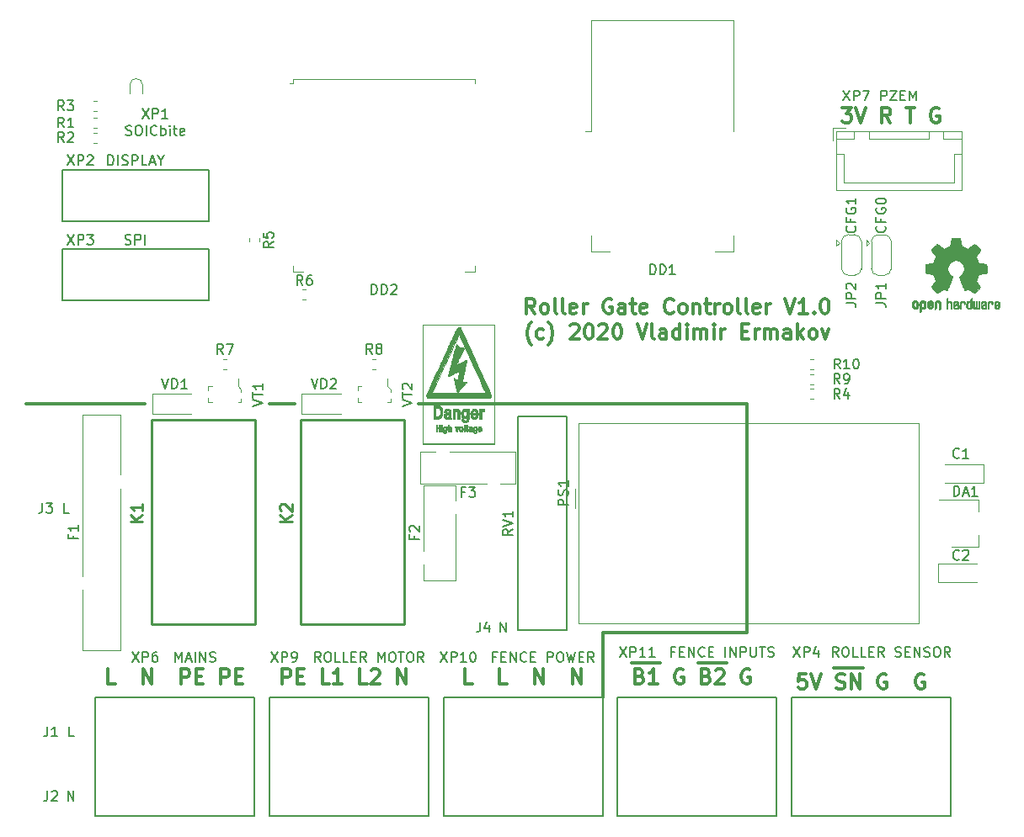
<source format=gbr>
G04 #@! TF.GenerationSoftware,KiCad,Pcbnew,5.1.4+dfsg1-1*
G04 #@! TF.CreationDate,2020-01-26T17:09:30+03:00*
G04 #@! TF.ProjectId,smart-roller-gate-controller,736d6172-742d-4726-9f6c-6c65722d6761,rev?*
G04 #@! TF.SameCoordinates,Original*
G04 #@! TF.FileFunction,Legend,Top*
G04 #@! TF.FilePolarity,Positive*
%FSLAX46Y46*%
G04 Gerber Fmt 4.6, Leading zero omitted, Abs format (unit mm)*
G04 Created by KiCad (PCBNEW 5.1.4+dfsg1-1) date 2020-01-26 17:09:30*
%MOMM*%
%LPD*%
G04 APERTURE LIST*
%ADD10C,0.300000*%
%ADD11C,0.010000*%
%ADD12C,0.120000*%
%ADD13C,0.250000*%
%ADD14C,0.100000*%
%ADD15C,0.170000*%
%ADD16C,0.150000*%
G04 APERTURE END LIST*
D10*
X151178571Y-123903571D02*
X150678571Y-123189285D01*
X150321428Y-123903571D02*
X150321428Y-122403571D01*
X150892857Y-122403571D01*
X151035714Y-122475000D01*
X151107142Y-122546428D01*
X151178571Y-122689285D01*
X151178571Y-122903571D01*
X151107142Y-123046428D01*
X151035714Y-123117857D01*
X150892857Y-123189285D01*
X150321428Y-123189285D01*
X152035714Y-123903571D02*
X151892857Y-123832142D01*
X151821428Y-123760714D01*
X151750000Y-123617857D01*
X151750000Y-123189285D01*
X151821428Y-123046428D01*
X151892857Y-122975000D01*
X152035714Y-122903571D01*
X152250000Y-122903571D01*
X152392857Y-122975000D01*
X152464285Y-123046428D01*
X152535714Y-123189285D01*
X152535714Y-123617857D01*
X152464285Y-123760714D01*
X152392857Y-123832142D01*
X152250000Y-123903571D01*
X152035714Y-123903571D01*
X153392857Y-123903571D02*
X153250000Y-123832142D01*
X153178571Y-123689285D01*
X153178571Y-122403571D01*
X154178571Y-123903571D02*
X154035714Y-123832142D01*
X153964285Y-123689285D01*
X153964285Y-122403571D01*
X155321428Y-123832142D02*
X155178571Y-123903571D01*
X154892857Y-123903571D01*
X154750000Y-123832142D01*
X154678571Y-123689285D01*
X154678571Y-123117857D01*
X154750000Y-122975000D01*
X154892857Y-122903571D01*
X155178571Y-122903571D01*
X155321428Y-122975000D01*
X155392857Y-123117857D01*
X155392857Y-123260714D01*
X154678571Y-123403571D01*
X156035714Y-123903571D02*
X156035714Y-122903571D01*
X156035714Y-123189285D02*
X156107142Y-123046428D01*
X156178571Y-122975000D01*
X156321428Y-122903571D01*
X156464285Y-122903571D01*
X158892857Y-122475000D02*
X158750000Y-122403571D01*
X158535714Y-122403571D01*
X158321428Y-122475000D01*
X158178571Y-122617857D01*
X158107142Y-122760714D01*
X158035714Y-123046428D01*
X158035714Y-123260714D01*
X158107142Y-123546428D01*
X158178571Y-123689285D01*
X158321428Y-123832142D01*
X158535714Y-123903571D01*
X158678571Y-123903571D01*
X158892857Y-123832142D01*
X158964285Y-123760714D01*
X158964285Y-123260714D01*
X158678571Y-123260714D01*
X160250000Y-123903571D02*
X160250000Y-123117857D01*
X160178571Y-122975000D01*
X160035714Y-122903571D01*
X159750000Y-122903571D01*
X159607142Y-122975000D01*
X160250000Y-123832142D02*
X160107142Y-123903571D01*
X159750000Y-123903571D01*
X159607142Y-123832142D01*
X159535714Y-123689285D01*
X159535714Y-123546428D01*
X159607142Y-123403571D01*
X159750000Y-123332142D01*
X160107142Y-123332142D01*
X160250000Y-123260714D01*
X160750000Y-122903571D02*
X161321428Y-122903571D01*
X160964285Y-122403571D02*
X160964285Y-123689285D01*
X161035714Y-123832142D01*
X161178571Y-123903571D01*
X161321428Y-123903571D01*
X162392857Y-123832142D02*
X162249999Y-123903571D01*
X161964285Y-123903571D01*
X161821428Y-123832142D01*
X161749999Y-123689285D01*
X161749999Y-123117857D01*
X161821428Y-122975000D01*
X161964285Y-122903571D01*
X162249999Y-122903571D01*
X162392857Y-122975000D01*
X162464285Y-123117857D01*
X162464285Y-123260714D01*
X161749999Y-123403571D01*
X165107142Y-123760714D02*
X165035714Y-123832142D01*
X164821428Y-123903571D01*
X164678571Y-123903571D01*
X164464285Y-123832142D01*
X164321428Y-123689285D01*
X164249999Y-123546428D01*
X164178571Y-123260714D01*
X164178571Y-123046428D01*
X164249999Y-122760714D01*
X164321428Y-122617857D01*
X164464285Y-122475000D01*
X164678571Y-122403571D01*
X164821428Y-122403571D01*
X165035714Y-122475000D01*
X165107142Y-122546428D01*
X165964285Y-123903571D02*
X165821428Y-123832142D01*
X165749999Y-123760714D01*
X165678571Y-123617857D01*
X165678571Y-123189285D01*
X165749999Y-123046428D01*
X165821428Y-122975000D01*
X165964285Y-122903571D01*
X166178571Y-122903571D01*
X166321428Y-122975000D01*
X166392857Y-123046428D01*
X166464285Y-123189285D01*
X166464285Y-123617857D01*
X166392857Y-123760714D01*
X166321428Y-123832142D01*
X166178571Y-123903571D01*
X165964285Y-123903571D01*
X167107142Y-122903571D02*
X167107142Y-123903571D01*
X167107142Y-123046428D02*
X167178571Y-122975000D01*
X167321428Y-122903571D01*
X167535714Y-122903571D01*
X167678571Y-122975000D01*
X167750000Y-123117857D01*
X167750000Y-123903571D01*
X168250000Y-122903571D02*
X168821428Y-122903571D01*
X168464285Y-122403571D02*
X168464285Y-123689285D01*
X168535714Y-123832142D01*
X168678571Y-123903571D01*
X168821428Y-123903571D01*
X169321428Y-123903571D02*
X169321428Y-122903571D01*
X169321428Y-123189285D02*
X169392857Y-123046428D01*
X169464285Y-122975000D01*
X169607142Y-122903571D01*
X169750000Y-122903571D01*
X170464285Y-123903571D02*
X170321428Y-123832142D01*
X170250000Y-123760714D01*
X170178571Y-123617857D01*
X170178571Y-123189285D01*
X170250000Y-123046428D01*
X170321428Y-122975000D01*
X170464285Y-122903571D01*
X170678571Y-122903571D01*
X170821428Y-122975000D01*
X170892857Y-123046428D01*
X170964285Y-123189285D01*
X170964285Y-123617857D01*
X170892857Y-123760714D01*
X170821428Y-123832142D01*
X170678571Y-123903571D01*
X170464285Y-123903571D01*
X171821428Y-123903571D02*
X171678571Y-123832142D01*
X171607142Y-123689285D01*
X171607142Y-122403571D01*
X172607142Y-123903571D02*
X172464285Y-123832142D01*
X172392857Y-123689285D01*
X172392857Y-122403571D01*
X173750000Y-123832142D02*
X173607142Y-123903571D01*
X173321428Y-123903571D01*
X173178571Y-123832142D01*
X173107142Y-123689285D01*
X173107142Y-123117857D01*
X173178571Y-122975000D01*
X173321428Y-122903571D01*
X173607142Y-122903571D01*
X173750000Y-122975000D01*
X173821428Y-123117857D01*
X173821428Y-123260714D01*
X173107142Y-123403571D01*
X174464285Y-123903571D02*
X174464285Y-122903571D01*
X174464285Y-123189285D02*
X174535714Y-123046428D01*
X174607142Y-122975000D01*
X174750000Y-122903571D01*
X174892857Y-122903571D01*
X176321428Y-122403571D02*
X176821428Y-123903571D01*
X177321428Y-122403571D01*
X178607142Y-123903571D02*
X177750000Y-123903571D01*
X178178571Y-123903571D02*
X178178571Y-122403571D01*
X178035714Y-122617857D01*
X177892857Y-122760714D01*
X177750000Y-122832142D01*
X179250000Y-123760714D02*
X179321428Y-123832142D01*
X179250000Y-123903571D01*
X179178571Y-123832142D01*
X179250000Y-123760714D01*
X179250000Y-123903571D01*
X180250000Y-122403571D02*
X180392857Y-122403571D01*
X180535714Y-122475000D01*
X180607142Y-122546428D01*
X180678571Y-122689285D01*
X180750000Y-122975000D01*
X180750000Y-123332142D01*
X180678571Y-123617857D01*
X180607142Y-123760714D01*
X180535714Y-123832142D01*
X180392857Y-123903571D01*
X180250000Y-123903571D01*
X180107142Y-123832142D01*
X180035714Y-123760714D01*
X179964285Y-123617857D01*
X179892857Y-123332142D01*
X179892857Y-122975000D01*
X179964285Y-122689285D01*
X180035714Y-122546428D01*
X180107142Y-122475000D01*
X180250000Y-122403571D01*
X150821428Y-127025000D02*
X150749999Y-126953571D01*
X150607142Y-126739285D01*
X150535714Y-126596428D01*
X150464285Y-126382142D01*
X150392857Y-126025000D01*
X150392857Y-125739285D01*
X150464285Y-125382142D01*
X150535714Y-125167857D01*
X150607142Y-125025000D01*
X150749999Y-124810714D01*
X150821428Y-124739285D01*
X152035714Y-126382142D02*
X151892857Y-126453571D01*
X151607142Y-126453571D01*
X151464285Y-126382142D01*
X151392857Y-126310714D01*
X151321428Y-126167857D01*
X151321428Y-125739285D01*
X151392857Y-125596428D01*
X151464285Y-125525000D01*
X151607142Y-125453571D01*
X151892857Y-125453571D01*
X152035714Y-125525000D01*
X152535714Y-127025000D02*
X152607142Y-126953571D01*
X152749999Y-126739285D01*
X152821428Y-126596428D01*
X152892857Y-126382142D01*
X152964285Y-126025000D01*
X152964285Y-125739285D01*
X152892857Y-125382142D01*
X152821428Y-125167857D01*
X152749999Y-125025000D01*
X152607142Y-124810714D01*
X152535714Y-124739285D01*
X154749999Y-125096428D02*
X154821428Y-125025000D01*
X154964285Y-124953571D01*
X155321428Y-124953571D01*
X155464285Y-125025000D01*
X155535714Y-125096428D01*
X155607142Y-125239285D01*
X155607142Y-125382142D01*
X155535714Y-125596428D01*
X154678571Y-126453571D01*
X155607142Y-126453571D01*
X156535714Y-124953571D02*
X156678571Y-124953571D01*
X156821428Y-125025000D01*
X156892857Y-125096428D01*
X156964285Y-125239285D01*
X157035714Y-125525000D01*
X157035714Y-125882142D01*
X156964285Y-126167857D01*
X156892857Y-126310714D01*
X156821428Y-126382142D01*
X156678571Y-126453571D01*
X156535714Y-126453571D01*
X156392857Y-126382142D01*
X156321428Y-126310714D01*
X156249999Y-126167857D01*
X156178571Y-125882142D01*
X156178571Y-125525000D01*
X156249999Y-125239285D01*
X156321428Y-125096428D01*
X156392857Y-125025000D01*
X156535714Y-124953571D01*
X157607142Y-125096428D02*
X157678571Y-125025000D01*
X157821428Y-124953571D01*
X158178571Y-124953571D01*
X158321428Y-125025000D01*
X158392857Y-125096428D01*
X158464285Y-125239285D01*
X158464285Y-125382142D01*
X158392857Y-125596428D01*
X157535714Y-126453571D01*
X158464285Y-126453571D01*
X159392857Y-124953571D02*
X159535714Y-124953571D01*
X159678571Y-125025000D01*
X159749999Y-125096428D01*
X159821428Y-125239285D01*
X159892857Y-125525000D01*
X159892857Y-125882142D01*
X159821428Y-126167857D01*
X159749999Y-126310714D01*
X159678571Y-126382142D01*
X159535714Y-126453571D01*
X159392857Y-126453571D01*
X159249999Y-126382142D01*
X159178571Y-126310714D01*
X159107142Y-126167857D01*
X159035714Y-125882142D01*
X159035714Y-125525000D01*
X159107142Y-125239285D01*
X159178571Y-125096428D01*
X159249999Y-125025000D01*
X159392857Y-124953571D01*
X161464285Y-124953571D02*
X161964285Y-126453571D01*
X162464285Y-124953571D01*
X163178571Y-126453571D02*
X163035714Y-126382142D01*
X162964285Y-126239285D01*
X162964285Y-124953571D01*
X164392857Y-126453571D02*
X164392857Y-125667857D01*
X164321428Y-125525000D01*
X164178571Y-125453571D01*
X163892857Y-125453571D01*
X163749999Y-125525000D01*
X164392857Y-126382142D02*
X164249999Y-126453571D01*
X163892857Y-126453571D01*
X163749999Y-126382142D01*
X163678571Y-126239285D01*
X163678571Y-126096428D01*
X163749999Y-125953571D01*
X163892857Y-125882142D01*
X164249999Y-125882142D01*
X164392857Y-125810714D01*
X165749999Y-126453571D02*
X165749999Y-124953571D01*
X165749999Y-126382142D02*
X165607142Y-126453571D01*
X165321428Y-126453571D01*
X165178571Y-126382142D01*
X165107142Y-126310714D01*
X165035714Y-126167857D01*
X165035714Y-125739285D01*
X165107142Y-125596428D01*
X165178571Y-125525000D01*
X165321428Y-125453571D01*
X165607142Y-125453571D01*
X165749999Y-125525000D01*
X166464285Y-126453571D02*
X166464285Y-125453571D01*
X166464285Y-124953571D02*
X166392857Y-125025000D01*
X166464285Y-125096428D01*
X166535714Y-125025000D01*
X166464285Y-124953571D01*
X166464285Y-125096428D01*
X167178571Y-126453571D02*
X167178571Y-125453571D01*
X167178571Y-125596428D02*
X167249999Y-125525000D01*
X167392857Y-125453571D01*
X167607142Y-125453571D01*
X167749999Y-125525000D01*
X167821428Y-125667857D01*
X167821428Y-126453571D01*
X167821428Y-125667857D02*
X167892857Y-125525000D01*
X168035714Y-125453571D01*
X168249999Y-125453571D01*
X168392857Y-125525000D01*
X168464285Y-125667857D01*
X168464285Y-126453571D01*
X169178571Y-126453571D02*
X169178571Y-125453571D01*
X169178571Y-124953571D02*
X169107142Y-125025000D01*
X169178571Y-125096428D01*
X169249999Y-125025000D01*
X169178571Y-124953571D01*
X169178571Y-125096428D01*
X169892857Y-126453571D02*
X169892857Y-125453571D01*
X169892857Y-125739285D02*
X169964285Y-125596428D01*
X170035714Y-125525000D01*
X170178571Y-125453571D01*
X170321428Y-125453571D01*
X171964285Y-125667857D02*
X172464285Y-125667857D01*
X172678571Y-126453571D02*
X171964285Y-126453571D01*
X171964285Y-124953571D01*
X172678571Y-124953571D01*
X173321428Y-126453571D02*
X173321428Y-125453571D01*
X173321428Y-125739285D02*
X173392857Y-125596428D01*
X173464285Y-125525000D01*
X173607142Y-125453571D01*
X173749999Y-125453571D01*
X174249999Y-126453571D02*
X174249999Y-125453571D01*
X174249999Y-125596428D02*
X174321428Y-125525000D01*
X174464285Y-125453571D01*
X174678571Y-125453571D01*
X174821428Y-125525000D01*
X174892857Y-125667857D01*
X174892857Y-126453571D01*
X174892857Y-125667857D02*
X174964285Y-125525000D01*
X175107142Y-125453571D01*
X175321428Y-125453571D01*
X175464285Y-125525000D01*
X175535714Y-125667857D01*
X175535714Y-126453571D01*
X176892857Y-126453571D02*
X176892857Y-125667857D01*
X176821428Y-125525000D01*
X176678571Y-125453571D01*
X176392857Y-125453571D01*
X176249999Y-125525000D01*
X176892857Y-126382142D02*
X176749999Y-126453571D01*
X176392857Y-126453571D01*
X176249999Y-126382142D01*
X176178571Y-126239285D01*
X176178571Y-126096428D01*
X176249999Y-125953571D01*
X176392857Y-125882142D01*
X176749999Y-125882142D01*
X176892857Y-125810714D01*
X177607142Y-126453571D02*
X177607142Y-124953571D01*
X177749999Y-125882142D02*
X178178571Y-126453571D01*
X178178571Y-125453571D02*
X177607142Y-126025000D01*
X179035714Y-126453571D02*
X178892857Y-126382142D01*
X178821428Y-126310714D01*
X178749999Y-126167857D01*
X178749999Y-125739285D01*
X178821428Y-125596428D01*
X178892857Y-125525000D01*
X179035714Y-125453571D01*
X179249999Y-125453571D01*
X179392857Y-125525000D01*
X179464285Y-125596428D01*
X179535714Y-125739285D01*
X179535714Y-126167857D01*
X179464285Y-126310714D01*
X179392857Y-126382142D01*
X179249999Y-126453571D01*
X179035714Y-126453571D01*
X180035714Y-125453571D02*
X180392857Y-126453571D01*
X180749999Y-125453571D01*
X112000000Y-133000000D02*
X100000000Y-133000000D01*
X127000000Y-133000000D02*
X124500000Y-133000000D01*
X158000000Y-156000000D02*
X158000000Y-162500000D01*
X172500000Y-156000000D02*
X158000000Y-156000000D01*
X172500000Y-133000000D02*
X172500000Y-156000000D01*
X139500000Y-133000000D02*
X172500000Y-133000000D01*
X182071428Y-103178571D02*
X183000000Y-103178571D01*
X182500000Y-103750000D01*
X182714285Y-103750000D01*
X182857142Y-103821428D01*
X182928571Y-103892857D01*
X183000000Y-104035714D01*
X183000000Y-104392857D01*
X182928571Y-104535714D01*
X182857142Y-104607142D01*
X182714285Y-104678571D01*
X182285714Y-104678571D01*
X182142857Y-104607142D01*
X182071428Y-104535714D01*
X183428571Y-103178571D02*
X183928571Y-104678571D01*
X184428571Y-103178571D01*
X186928571Y-104678571D02*
X186428571Y-103964285D01*
X186071428Y-104678571D02*
X186071428Y-103178571D01*
X186642857Y-103178571D01*
X186785714Y-103250000D01*
X186857142Y-103321428D01*
X186928571Y-103464285D01*
X186928571Y-103678571D01*
X186857142Y-103821428D01*
X186785714Y-103892857D01*
X186642857Y-103964285D01*
X186071428Y-103964285D01*
X188500000Y-103178571D02*
X189357142Y-103178571D01*
X188928571Y-104678571D02*
X188928571Y-103178571D01*
X191785714Y-103250000D02*
X191642857Y-103178571D01*
X191428571Y-103178571D01*
X191214285Y-103250000D01*
X191071428Y-103392857D01*
X191000000Y-103535714D01*
X190928571Y-103821428D01*
X190928571Y-104035714D01*
X191000000Y-104321428D01*
X191071428Y-104464285D01*
X191214285Y-104607142D01*
X191428571Y-104678571D01*
X191571428Y-104678571D01*
X191785714Y-104607142D01*
X191857142Y-104535714D01*
X191857142Y-104035714D01*
X191571428Y-104035714D01*
X178428571Y-160178571D02*
X177714285Y-160178571D01*
X177642857Y-160892857D01*
X177714285Y-160821428D01*
X177857142Y-160750000D01*
X178214285Y-160750000D01*
X178357142Y-160821428D01*
X178428571Y-160892857D01*
X178500000Y-161035714D01*
X178500000Y-161392857D01*
X178428571Y-161535714D01*
X178357142Y-161607142D01*
X178214285Y-161678571D01*
X177857142Y-161678571D01*
X177714285Y-161607142D01*
X177642857Y-161535714D01*
X178928571Y-160178571D02*
X179428571Y-161678571D01*
X179928571Y-160178571D01*
X181214285Y-159530000D02*
X182642857Y-159530000D01*
X181500000Y-161607142D02*
X181714285Y-161678571D01*
X182071428Y-161678571D01*
X182214285Y-161607142D01*
X182285714Y-161535714D01*
X182357142Y-161392857D01*
X182357142Y-161250000D01*
X182285714Y-161107142D01*
X182214285Y-161035714D01*
X182071428Y-160964285D01*
X181785714Y-160892857D01*
X181642857Y-160821428D01*
X181571428Y-160750000D01*
X181500000Y-160607142D01*
X181500000Y-160464285D01*
X181571428Y-160321428D01*
X181642857Y-160250000D01*
X181785714Y-160178571D01*
X182142857Y-160178571D01*
X182357142Y-160250000D01*
X182642857Y-159530000D02*
X184214285Y-159530000D01*
X183000000Y-161678571D02*
X183000000Y-160178571D01*
X183857142Y-161678571D01*
X183857142Y-160178571D01*
X186500000Y-160250000D02*
X186357142Y-160178571D01*
X186142857Y-160178571D01*
X185928571Y-160250000D01*
X185785714Y-160392857D01*
X185714285Y-160535714D01*
X185642857Y-160821428D01*
X185642857Y-161035714D01*
X185714285Y-161321428D01*
X185785714Y-161464285D01*
X185928571Y-161607142D01*
X186142857Y-161678571D01*
X186285714Y-161678571D01*
X186500000Y-161607142D01*
X186571428Y-161535714D01*
X186571428Y-161035714D01*
X186285714Y-161035714D01*
X190285714Y-160250000D02*
X190142857Y-160178571D01*
X189928571Y-160178571D01*
X189714285Y-160250000D01*
X189571428Y-160392857D01*
X189500000Y-160535714D01*
X189428571Y-160821428D01*
X189428571Y-161035714D01*
X189500000Y-161321428D01*
X189571428Y-161464285D01*
X189714285Y-161607142D01*
X189928571Y-161678571D01*
X190071428Y-161678571D01*
X190285714Y-161607142D01*
X190357142Y-161535714D01*
X190357142Y-161035714D01*
X190071428Y-161035714D01*
X160857142Y-159030000D02*
X162357142Y-159030000D01*
X161714285Y-160392857D02*
X161928571Y-160464285D01*
X162000000Y-160535714D01*
X162071428Y-160678571D01*
X162071428Y-160892857D01*
X162000000Y-161035714D01*
X161928571Y-161107142D01*
X161785714Y-161178571D01*
X161214285Y-161178571D01*
X161214285Y-159678571D01*
X161714285Y-159678571D01*
X161857142Y-159750000D01*
X161928571Y-159821428D01*
X162000000Y-159964285D01*
X162000000Y-160107142D01*
X161928571Y-160250000D01*
X161857142Y-160321428D01*
X161714285Y-160392857D01*
X161214285Y-160392857D01*
X162357142Y-159030000D02*
X163785714Y-159030000D01*
X163500000Y-161178571D02*
X162642857Y-161178571D01*
X163071428Y-161178571D02*
X163071428Y-159678571D01*
X162928571Y-159892857D01*
X162785714Y-160035714D01*
X162642857Y-160107142D01*
X166071428Y-159750000D02*
X165928571Y-159678571D01*
X165714285Y-159678571D01*
X165500000Y-159750000D01*
X165357142Y-159892857D01*
X165285714Y-160035714D01*
X165214285Y-160321428D01*
X165214285Y-160535714D01*
X165285714Y-160821428D01*
X165357142Y-160964285D01*
X165500000Y-161107142D01*
X165714285Y-161178571D01*
X165857142Y-161178571D01*
X166071428Y-161107142D01*
X166142857Y-161035714D01*
X166142857Y-160535714D01*
X165857142Y-160535714D01*
X167571428Y-159030000D02*
X169071428Y-159030000D01*
X168428571Y-160392857D02*
X168642857Y-160464285D01*
X168714285Y-160535714D01*
X168785714Y-160678571D01*
X168785714Y-160892857D01*
X168714285Y-161035714D01*
X168642857Y-161107142D01*
X168500000Y-161178571D01*
X167928571Y-161178571D01*
X167928571Y-159678571D01*
X168428571Y-159678571D01*
X168571428Y-159750000D01*
X168642857Y-159821428D01*
X168714285Y-159964285D01*
X168714285Y-160107142D01*
X168642857Y-160250000D01*
X168571428Y-160321428D01*
X168428571Y-160392857D01*
X167928571Y-160392857D01*
X169071428Y-159030000D02*
X170500000Y-159030000D01*
X169357142Y-159821428D02*
X169428571Y-159750000D01*
X169571428Y-159678571D01*
X169928571Y-159678571D01*
X170071428Y-159750000D01*
X170142857Y-159821428D01*
X170214285Y-159964285D01*
X170214285Y-160107142D01*
X170142857Y-160321428D01*
X169285714Y-161178571D01*
X170214285Y-161178571D01*
X172785714Y-159750000D02*
X172642857Y-159678571D01*
X172428571Y-159678571D01*
X172214285Y-159750000D01*
X172071428Y-159892857D01*
X172000000Y-160035714D01*
X171928571Y-160321428D01*
X171928571Y-160535714D01*
X172000000Y-160821428D01*
X172071428Y-160964285D01*
X172214285Y-161107142D01*
X172428571Y-161178571D01*
X172571428Y-161178571D01*
X172785714Y-161107142D01*
X172857142Y-161035714D01*
X172857142Y-160535714D01*
X172571428Y-160535714D01*
X144857142Y-161178571D02*
X144142857Y-161178571D01*
X144142857Y-159678571D01*
X148357142Y-161178571D02*
X147642857Y-161178571D01*
X147642857Y-159678571D01*
X151142857Y-161178571D02*
X151142857Y-159678571D01*
X152000000Y-161178571D01*
X152000000Y-159678571D01*
X155000000Y-161178571D02*
X155000000Y-159678571D01*
X155857142Y-161178571D01*
X155857142Y-159678571D01*
X125785714Y-161178571D02*
X125785714Y-159678571D01*
X126357142Y-159678571D01*
X126500000Y-159750000D01*
X126571428Y-159821428D01*
X126642857Y-159964285D01*
X126642857Y-160178571D01*
X126571428Y-160321428D01*
X126500000Y-160392857D01*
X126357142Y-160464285D01*
X125785714Y-160464285D01*
X127285714Y-160392857D02*
X127785714Y-160392857D01*
X128000000Y-161178571D02*
X127285714Y-161178571D01*
X127285714Y-159678571D01*
X128000000Y-159678571D01*
X130500000Y-161178571D02*
X129785714Y-161178571D01*
X129785714Y-159678571D01*
X131785714Y-161178571D02*
X130928571Y-161178571D01*
X131357142Y-161178571D02*
X131357142Y-159678571D01*
X131214285Y-159892857D01*
X131071428Y-160035714D01*
X130928571Y-160107142D01*
X134285714Y-161178571D02*
X133571428Y-161178571D01*
X133571428Y-159678571D01*
X134714285Y-159821428D02*
X134785714Y-159750000D01*
X134928571Y-159678571D01*
X135285714Y-159678571D01*
X135428571Y-159750000D01*
X135500000Y-159821428D01*
X135571428Y-159964285D01*
X135571428Y-160107142D01*
X135500000Y-160321428D01*
X134642857Y-161178571D01*
X135571428Y-161178571D01*
X137357142Y-161178571D02*
X137357142Y-159678571D01*
X138214285Y-161178571D01*
X138214285Y-159678571D01*
X108964285Y-161178571D02*
X108250000Y-161178571D01*
X108250000Y-159678571D01*
X111750000Y-161178571D02*
X111750000Y-159678571D01*
X112607142Y-161178571D01*
X112607142Y-159678571D01*
X115607142Y-161178571D02*
X115607142Y-159678571D01*
X116178571Y-159678571D01*
X116321428Y-159750000D01*
X116392857Y-159821428D01*
X116464285Y-159964285D01*
X116464285Y-160178571D01*
X116392857Y-160321428D01*
X116321428Y-160392857D01*
X116178571Y-160464285D01*
X115607142Y-160464285D01*
X117107142Y-160392857D02*
X117607142Y-160392857D01*
X117821428Y-161178571D02*
X117107142Y-161178571D01*
X117107142Y-159678571D01*
X117821428Y-159678571D01*
X119607142Y-161178571D02*
X119607142Y-159678571D01*
X120178571Y-159678571D01*
X120321428Y-159750000D01*
X120392857Y-159821428D01*
X120464285Y-159964285D01*
X120464285Y-160178571D01*
X120392857Y-160321428D01*
X120321428Y-160392857D01*
X120178571Y-160464285D01*
X119607142Y-160464285D01*
X121107142Y-160392857D02*
X121607142Y-160392857D01*
X121821428Y-161178571D02*
X121107142Y-161178571D01*
X121107142Y-159678571D01*
X121821428Y-159678571D01*
D11*
G36*
X193639878Y-116287776D02*
G01*
X193745612Y-116288355D01*
X193822132Y-116289922D01*
X193874372Y-116292972D01*
X193907263Y-116297996D01*
X193925737Y-116305489D01*
X193934727Y-116315944D01*
X193939163Y-116329853D01*
X193939594Y-116331654D01*
X193946333Y-116364145D01*
X193958808Y-116428252D01*
X193975719Y-116517151D01*
X193995771Y-116624019D01*
X194017664Y-116742033D01*
X194018429Y-116746178D01*
X194040359Y-116861831D01*
X194060877Y-116964014D01*
X194078659Y-117046598D01*
X194092381Y-117103456D01*
X194100718Y-117128458D01*
X194101116Y-117128901D01*
X194125677Y-117141110D01*
X194176315Y-117161456D01*
X194242095Y-117185545D01*
X194242461Y-117185674D01*
X194325317Y-117216818D01*
X194423000Y-117256491D01*
X194515077Y-117296381D01*
X194519434Y-117298353D01*
X194669407Y-117366420D01*
X195001498Y-117139639D01*
X195103374Y-117070504D01*
X195195657Y-117008697D01*
X195273003Y-116957733D01*
X195330064Y-116921127D01*
X195361495Y-116902394D01*
X195364479Y-116901004D01*
X195387321Y-116907190D01*
X195429982Y-116937035D01*
X195494128Y-116991947D01*
X195581421Y-117073334D01*
X195670535Y-117159922D01*
X195756441Y-117245247D01*
X195833327Y-117323108D01*
X195896564Y-117388697D01*
X195941523Y-117437205D01*
X195963576Y-117463825D01*
X195964396Y-117465195D01*
X195966834Y-117483463D01*
X195957650Y-117513295D01*
X195934574Y-117558721D01*
X195895337Y-117623770D01*
X195837670Y-117712470D01*
X195760795Y-117826657D01*
X195692570Y-117927162D01*
X195631582Y-118017303D01*
X195581356Y-118091849D01*
X195545416Y-118145565D01*
X195527287Y-118173218D01*
X195526146Y-118175095D01*
X195528359Y-118201590D01*
X195545138Y-118253086D01*
X195573142Y-118319851D01*
X195583122Y-118341172D01*
X195626672Y-118436159D01*
X195673134Y-118543937D01*
X195710877Y-118637192D01*
X195738073Y-118706406D01*
X195759675Y-118759006D01*
X195772158Y-118786497D01*
X195773709Y-118788616D01*
X195796668Y-118792124D01*
X195850786Y-118801738D01*
X195928868Y-118816089D01*
X196023719Y-118833807D01*
X196128143Y-118853525D01*
X196234944Y-118873874D01*
X196336926Y-118893486D01*
X196426894Y-118910991D01*
X196497653Y-118925022D01*
X196542006Y-118934209D01*
X196552885Y-118936807D01*
X196564122Y-118943218D01*
X196572605Y-118957697D01*
X196578714Y-118985133D01*
X196582832Y-119030411D01*
X196585341Y-119098420D01*
X196586621Y-119194047D01*
X196587054Y-119322180D01*
X196587077Y-119374701D01*
X196587077Y-119801845D01*
X196484500Y-119822091D01*
X196427431Y-119833070D01*
X196342269Y-119849095D01*
X196239372Y-119868233D01*
X196129096Y-119888551D01*
X196098615Y-119894132D01*
X195996855Y-119913917D01*
X195908205Y-119933373D01*
X195840108Y-119950697D01*
X195800004Y-119964088D01*
X195793323Y-119968079D01*
X195776919Y-119996342D01*
X195753399Y-120051109D01*
X195727316Y-120121588D01*
X195722142Y-120136769D01*
X195687956Y-120230896D01*
X195645523Y-120337101D01*
X195603997Y-120432473D01*
X195603792Y-120432916D01*
X195534640Y-120582525D01*
X195989512Y-121251617D01*
X195697500Y-121544116D01*
X195609180Y-121631170D01*
X195528625Y-121707909D01*
X195460360Y-121770237D01*
X195408908Y-121814056D01*
X195378794Y-121835270D01*
X195374474Y-121836616D01*
X195349111Y-121826016D01*
X195297358Y-121796547D01*
X195224868Y-121751705D01*
X195137294Y-121694984D01*
X195042612Y-121631462D01*
X194946516Y-121566668D01*
X194860837Y-121510287D01*
X194791016Y-121465788D01*
X194742494Y-121436639D01*
X194720782Y-121426308D01*
X194694293Y-121435050D01*
X194644062Y-121458087D01*
X194580451Y-121490631D01*
X194573708Y-121494249D01*
X194488046Y-121537210D01*
X194429306Y-121558279D01*
X194392772Y-121558503D01*
X194373731Y-121538928D01*
X194373620Y-121538654D01*
X194364102Y-121515472D01*
X194341403Y-121460441D01*
X194307282Y-121377822D01*
X194263500Y-121271872D01*
X194211816Y-121146852D01*
X194153992Y-121007020D01*
X194097991Y-120871637D01*
X194036447Y-120722234D01*
X193979939Y-120583832D01*
X193930161Y-120460673D01*
X193888806Y-120357002D01*
X193857568Y-120277059D01*
X193838141Y-120225088D01*
X193832154Y-120205692D01*
X193847168Y-120183443D01*
X193886439Y-120147982D01*
X193938807Y-120108887D01*
X194087941Y-119985245D01*
X194204511Y-119843522D01*
X194287118Y-119686704D01*
X194334366Y-119517775D01*
X194344857Y-119339722D01*
X194337231Y-119257539D01*
X194295682Y-119087031D01*
X194224123Y-118936459D01*
X194126995Y-118807309D01*
X194008734Y-118701064D01*
X193873780Y-118619210D01*
X193726571Y-118563232D01*
X193571544Y-118534615D01*
X193413139Y-118534844D01*
X193255794Y-118565405D01*
X193103946Y-118627782D01*
X192962035Y-118723460D01*
X192902803Y-118777572D01*
X192789203Y-118916520D01*
X192710106Y-119068361D01*
X192664986Y-119228667D01*
X192653316Y-119393012D01*
X192674569Y-119556971D01*
X192728220Y-119716118D01*
X192813740Y-119866025D01*
X192930605Y-120002267D01*
X193061193Y-120108887D01*
X193115588Y-120149642D01*
X193154014Y-120184718D01*
X193167846Y-120205726D01*
X193160603Y-120228635D01*
X193140005Y-120283365D01*
X193107746Y-120365672D01*
X193065521Y-120471315D01*
X193015023Y-120596050D01*
X192957948Y-120735636D01*
X192901854Y-120871670D01*
X192839967Y-121021201D01*
X192782644Y-121159767D01*
X192731644Y-121283107D01*
X192688727Y-121386964D01*
X192655653Y-121467080D01*
X192634181Y-121519195D01*
X192626225Y-121538654D01*
X192607429Y-121558423D01*
X192571074Y-121558365D01*
X192512479Y-121537441D01*
X192426968Y-121494613D01*
X192426292Y-121494249D01*
X192361907Y-121461012D01*
X192309861Y-121436802D01*
X192280512Y-121426404D01*
X192279217Y-121426308D01*
X192257124Y-121436855D01*
X192208348Y-121466184D01*
X192138331Y-121510827D01*
X192052514Y-121567314D01*
X191957388Y-121631462D01*
X191860540Y-121696411D01*
X191773253Y-121752896D01*
X191701181Y-121797421D01*
X191649977Y-121826490D01*
X191625526Y-121836616D01*
X191603010Y-121823307D01*
X191557742Y-121786112D01*
X191494244Y-121729128D01*
X191417039Y-121656449D01*
X191330651Y-121572171D01*
X191302399Y-121544016D01*
X191010287Y-121251416D01*
X191232631Y-120925104D01*
X191300202Y-120824897D01*
X191359507Y-120734963D01*
X191407217Y-120660510D01*
X191440007Y-120606751D01*
X191454548Y-120578894D01*
X191454974Y-120576912D01*
X191447308Y-120550655D01*
X191426689Y-120497837D01*
X191396685Y-120427310D01*
X191375625Y-120380093D01*
X191336248Y-120289694D01*
X191299165Y-120198366D01*
X191270415Y-120121200D01*
X191262605Y-120097692D01*
X191240417Y-120034916D01*
X191218727Y-119986411D01*
X191206813Y-119968079D01*
X191180523Y-119956859D01*
X191123142Y-119940954D01*
X191042118Y-119922167D01*
X190944895Y-119902299D01*
X190901385Y-119894132D01*
X190790896Y-119873829D01*
X190684916Y-119854170D01*
X190593801Y-119837088D01*
X190527908Y-119824518D01*
X190515500Y-119822091D01*
X190412923Y-119801845D01*
X190412923Y-119374701D01*
X190413153Y-119234246D01*
X190414099Y-119127979D01*
X190416141Y-119051013D01*
X190419662Y-118998460D01*
X190425043Y-118965433D01*
X190432666Y-118947045D01*
X190442912Y-118938408D01*
X190447115Y-118936807D01*
X190472470Y-118931127D01*
X190528484Y-118919795D01*
X190607964Y-118904179D01*
X190703712Y-118885647D01*
X190808533Y-118865569D01*
X190915232Y-118845312D01*
X191016613Y-118826246D01*
X191105479Y-118809739D01*
X191174637Y-118797159D01*
X191216889Y-118789875D01*
X191226290Y-118788616D01*
X191234807Y-118771763D01*
X191253660Y-118726870D01*
X191279324Y-118662430D01*
X191289123Y-118637192D01*
X191328648Y-118539686D01*
X191375192Y-118431959D01*
X191416877Y-118341172D01*
X191447550Y-118271753D01*
X191467956Y-118214710D01*
X191474768Y-118179777D01*
X191473682Y-118175095D01*
X191459285Y-118152991D01*
X191426412Y-118103831D01*
X191378590Y-118032848D01*
X191319348Y-117945278D01*
X191252215Y-117846357D01*
X191238941Y-117826830D01*
X191161046Y-117711140D01*
X191103787Y-117623044D01*
X191064881Y-117558486D01*
X191042044Y-117513411D01*
X191032994Y-117483763D01*
X191035448Y-117465485D01*
X191035511Y-117465369D01*
X191054827Y-117441361D01*
X191097551Y-117394947D01*
X191159051Y-117330937D01*
X191234698Y-117254145D01*
X191319861Y-117169382D01*
X191329465Y-117159922D01*
X191436790Y-117055989D01*
X191519615Y-116979675D01*
X191579605Y-116929571D01*
X191618423Y-116904270D01*
X191635520Y-116901004D01*
X191660473Y-116915250D01*
X191712255Y-116948156D01*
X191785520Y-116996208D01*
X191874920Y-117055890D01*
X191975111Y-117123688D01*
X191998501Y-117139639D01*
X192330593Y-117366420D01*
X192480565Y-117298353D01*
X192571770Y-117258685D01*
X192669669Y-117218791D01*
X192753831Y-117186983D01*
X192757538Y-117185674D01*
X192823369Y-117161576D01*
X192874116Y-117141200D01*
X192898842Y-117128936D01*
X192898884Y-117128901D01*
X192906729Y-117106734D01*
X192920066Y-117052217D01*
X192937570Y-116971480D01*
X192957917Y-116870650D01*
X192979782Y-116755856D01*
X192981571Y-116746178D01*
X193003504Y-116627904D01*
X193023640Y-116520542D01*
X193040680Y-116430917D01*
X193053328Y-116365851D01*
X193060284Y-116332168D01*
X193060406Y-116331654D01*
X193064639Y-116317325D01*
X193072871Y-116306507D01*
X193090033Y-116298706D01*
X193121058Y-116293429D01*
X193170878Y-116290182D01*
X193244424Y-116288472D01*
X193346629Y-116287807D01*
X193482425Y-116287693D01*
X193500000Y-116287692D01*
X193639878Y-116287776D01*
X193639878Y-116287776D01*
G37*
X193639878Y-116287776D02*
X193745612Y-116288355D01*
X193822132Y-116289922D01*
X193874372Y-116292972D01*
X193907263Y-116297996D01*
X193925737Y-116305489D01*
X193934727Y-116315944D01*
X193939163Y-116329853D01*
X193939594Y-116331654D01*
X193946333Y-116364145D01*
X193958808Y-116428252D01*
X193975719Y-116517151D01*
X193995771Y-116624019D01*
X194017664Y-116742033D01*
X194018429Y-116746178D01*
X194040359Y-116861831D01*
X194060877Y-116964014D01*
X194078659Y-117046598D01*
X194092381Y-117103456D01*
X194100718Y-117128458D01*
X194101116Y-117128901D01*
X194125677Y-117141110D01*
X194176315Y-117161456D01*
X194242095Y-117185545D01*
X194242461Y-117185674D01*
X194325317Y-117216818D01*
X194423000Y-117256491D01*
X194515077Y-117296381D01*
X194519434Y-117298353D01*
X194669407Y-117366420D01*
X195001498Y-117139639D01*
X195103374Y-117070504D01*
X195195657Y-117008697D01*
X195273003Y-116957733D01*
X195330064Y-116921127D01*
X195361495Y-116902394D01*
X195364479Y-116901004D01*
X195387321Y-116907190D01*
X195429982Y-116937035D01*
X195494128Y-116991947D01*
X195581421Y-117073334D01*
X195670535Y-117159922D01*
X195756441Y-117245247D01*
X195833327Y-117323108D01*
X195896564Y-117388697D01*
X195941523Y-117437205D01*
X195963576Y-117463825D01*
X195964396Y-117465195D01*
X195966834Y-117483463D01*
X195957650Y-117513295D01*
X195934574Y-117558721D01*
X195895337Y-117623770D01*
X195837670Y-117712470D01*
X195760795Y-117826657D01*
X195692570Y-117927162D01*
X195631582Y-118017303D01*
X195581356Y-118091849D01*
X195545416Y-118145565D01*
X195527287Y-118173218D01*
X195526146Y-118175095D01*
X195528359Y-118201590D01*
X195545138Y-118253086D01*
X195573142Y-118319851D01*
X195583122Y-118341172D01*
X195626672Y-118436159D01*
X195673134Y-118543937D01*
X195710877Y-118637192D01*
X195738073Y-118706406D01*
X195759675Y-118759006D01*
X195772158Y-118786497D01*
X195773709Y-118788616D01*
X195796668Y-118792124D01*
X195850786Y-118801738D01*
X195928868Y-118816089D01*
X196023719Y-118833807D01*
X196128143Y-118853525D01*
X196234944Y-118873874D01*
X196336926Y-118893486D01*
X196426894Y-118910991D01*
X196497653Y-118925022D01*
X196542006Y-118934209D01*
X196552885Y-118936807D01*
X196564122Y-118943218D01*
X196572605Y-118957697D01*
X196578714Y-118985133D01*
X196582832Y-119030411D01*
X196585341Y-119098420D01*
X196586621Y-119194047D01*
X196587054Y-119322180D01*
X196587077Y-119374701D01*
X196587077Y-119801845D01*
X196484500Y-119822091D01*
X196427431Y-119833070D01*
X196342269Y-119849095D01*
X196239372Y-119868233D01*
X196129096Y-119888551D01*
X196098615Y-119894132D01*
X195996855Y-119913917D01*
X195908205Y-119933373D01*
X195840108Y-119950697D01*
X195800004Y-119964088D01*
X195793323Y-119968079D01*
X195776919Y-119996342D01*
X195753399Y-120051109D01*
X195727316Y-120121588D01*
X195722142Y-120136769D01*
X195687956Y-120230896D01*
X195645523Y-120337101D01*
X195603997Y-120432473D01*
X195603792Y-120432916D01*
X195534640Y-120582525D01*
X195989512Y-121251617D01*
X195697500Y-121544116D01*
X195609180Y-121631170D01*
X195528625Y-121707909D01*
X195460360Y-121770237D01*
X195408908Y-121814056D01*
X195378794Y-121835270D01*
X195374474Y-121836616D01*
X195349111Y-121826016D01*
X195297358Y-121796547D01*
X195224868Y-121751705D01*
X195137294Y-121694984D01*
X195042612Y-121631462D01*
X194946516Y-121566668D01*
X194860837Y-121510287D01*
X194791016Y-121465788D01*
X194742494Y-121436639D01*
X194720782Y-121426308D01*
X194694293Y-121435050D01*
X194644062Y-121458087D01*
X194580451Y-121490631D01*
X194573708Y-121494249D01*
X194488046Y-121537210D01*
X194429306Y-121558279D01*
X194392772Y-121558503D01*
X194373731Y-121538928D01*
X194373620Y-121538654D01*
X194364102Y-121515472D01*
X194341403Y-121460441D01*
X194307282Y-121377822D01*
X194263500Y-121271872D01*
X194211816Y-121146852D01*
X194153992Y-121007020D01*
X194097991Y-120871637D01*
X194036447Y-120722234D01*
X193979939Y-120583832D01*
X193930161Y-120460673D01*
X193888806Y-120357002D01*
X193857568Y-120277059D01*
X193838141Y-120225088D01*
X193832154Y-120205692D01*
X193847168Y-120183443D01*
X193886439Y-120147982D01*
X193938807Y-120108887D01*
X194087941Y-119985245D01*
X194204511Y-119843522D01*
X194287118Y-119686704D01*
X194334366Y-119517775D01*
X194344857Y-119339722D01*
X194337231Y-119257539D01*
X194295682Y-119087031D01*
X194224123Y-118936459D01*
X194126995Y-118807309D01*
X194008734Y-118701064D01*
X193873780Y-118619210D01*
X193726571Y-118563232D01*
X193571544Y-118534615D01*
X193413139Y-118534844D01*
X193255794Y-118565405D01*
X193103946Y-118627782D01*
X192962035Y-118723460D01*
X192902803Y-118777572D01*
X192789203Y-118916520D01*
X192710106Y-119068361D01*
X192664986Y-119228667D01*
X192653316Y-119393012D01*
X192674569Y-119556971D01*
X192728220Y-119716118D01*
X192813740Y-119866025D01*
X192930605Y-120002267D01*
X193061193Y-120108887D01*
X193115588Y-120149642D01*
X193154014Y-120184718D01*
X193167846Y-120205726D01*
X193160603Y-120228635D01*
X193140005Y-120283365D01*
X193107746Y-120365672D01*
X193065521Y-120471315D01*
X193015023Y-120596050D01*
X192957948Y-120735636D01*
X192901854Y-120871670D01*
X192839967Y-121021201D01*
X192782644Y-121159767D01*
X192731644Y-121283107D01*
X192688727Y-121386964D01*
X192655653Y-121467080D01*
X192634181Y-121519195D01*
X192626225Y-121538654D01*
X192607429Y-121558423D01*
X192571074Y-121558365D01*
X192512479Y-121537441D01*
X192426968Y-121494613D01*
X192426292Y-121494249D01*
X192361907Y-121461012D01*
X192309861Y-121436802D01*
X192280512Y-121426404D01*
X192279217Y-121426308D01*
X192257124Y-121436855D01*
X192208348Y-121466184D01*
X192138331Y-121510827D01*
X192052514Y-121567314D01*
X191957388Y-121631462D01*
X191860540Y-121696411D01*
X191773253Y-121752896D01*
X191701181Y-121797421D01*
X191649977Y-121826490D01*
X191625526Y-121836616D01*
X191603010Y-121823307D01*
X191557742Y-121786112D01*
X191494244Y-121729128D01*
X191417039Y-121656449D01*
X191330651Y-121572171D01*
X191302399Y-121544016D01*
X191010287Y-121251416D01*
X191232631Y-120925104D01*
X191300202Y-120824897D01*
X191359507Y-120734963D01*
X191407217Y-120660510D01*
X191440007Y-120606751D01*
X191454548Y-120578894D01*
X191454974Y-120576912D01*
X191447308Y-120550655D01*
X191426689Y-120497837D01*
X191396685Y-120427310D01*
X191375625Y-120380093D01*
X191336248Y-120289694D01*
X191299165Y-120198366D01*
X191270415Y-120121200D01*
X191262605Y-120097692D01*
X191240417Y-120034916D01*
X191218727Y-119986411D01*
X191206813Y-119968079D01*
X191180523Y-119956859D01*
X191123142Y-119940954D01*
X191042118Y-119922167D01*
X190944895Y-119902299D01*
X190901385Y-119894132D01*
X190790896Y-119873829D01*
X190684916Y-119854170D01*
X190593801Y-119837088D01*
X190527908Y-119824518D01*
X190515500Y-119822091D01*
X190412923Y-119801845D01*
X190412923Y-119374701D01*
X190413153Y-119234246D01*
X190414099Y-119127979D01*
X190416141Y-119051013D01*
X190419662Y-118998460D01*
X190425043Y-118965433D01*
X190432666Y-118947045D01*
X190442912Y-118938408D01*
X190447115Y-118936807D01*
X190472470Y-118931127D01*
X190528484Y-118919795D01*
X190607964Y-118904179D01*
X190703712Y-118885647D01*
X190808533Y-118865569D01*
X190915232Y-118845312D01*
X191016613Y-118826246D01*
X191105479Y-118809739D01*
X191174637Y-118797159D01*
X191216889Y-118789875D01*
X191226290Y-118788616D01*
X191234807Y-118771763D01*
X191253660Y-118726870D01*
X191279324Y-118662430D01*
X191289123Y-118637192D01*
X191328648Y-118539686D01*
X191375192Y-118431959D01*
X191416877Y-118341172D01*
X191447550Y-118271753D01*
X191467956Y-118214710D01*
X191474768Y-118179777D01*
X191473682Y-118175095D01*
X191459285Y-118152991D01*
X191426412Y-118103831D01*
X191378590Y-118032848D01*
X191319348Y-117945278D01*
X191252215Y-117846357D01*
X191238941Y-117826830D01*
X191161046Y-117711140D01*
X191103787Y-117623044D01*
X191064881Y-117558486D01*
X191042044Y-117513411D01*
X191032994Y-117483763D01*
X191035448Y-117465485D01*
X191035511Y-117465369D01*
X191054827Y-117441361D01*
X191097551Y-117394947D01*
X191159051Y-117330937D01*
X191234698Y-117254145D01*
X191319861Y-117169382D01*
X191329465Y-117159922D01*
X191436790Y-117055989D01*
X191519615Y-116979675D01*
X191579605Y-116929571D01*
X191618423Y-116904270D01*
X191635520Y-116901004D01*
X191660473Y-116915250D01*
X191712255Y-116948156D01*
X191785520Y-116996208D01*
X191874920Y-117055890D01*
X191975111Y-117123688D01*
X191998501Y-117139639D01*
X192330593Y-117366420D01*
X192480565Y-117298353D01*
X192571770Y-117258685D01*
X192669669Y-117218791D01*
X192753831Y-117186983D01*
X192757538Y-117185674D01*
X192823369Y-117161576D01*
X192874116Y-117141200D01*
X192898842Y-117128936D01*
X192898884Y-117128901D01*
X192906729Y-117106734D01*
X192920066Y-117052217D01*
X192937570Y-116971480D01*
X192957917Y-116870650D01*
X192979782Y-116755856D01*
X192981571Y-116746178D01*
X193003504Y-116627904D01*
X193023640Y-116520542D01*
X193040680Y-116430917D01*
X193053328Y-116365851D01*
X193060284Y-116332168D01*
X193060406Y-116331654D01*
X193064639Y-116317325D01*
X193072871Y-116306507D01*
X193090033Y-116298706D01*
X193121058Y-116293429D01*
X193170878Y-116290182D01*
X193244424Y-116288472D01*
X193346629Y-116287807D01*
X193482425Y-116287693D01*
X193500000Y-116287692D01*
X193639878Y-116287776D01*
G36*
X197745224Y-122647838D02*
G01*
X197822528Y-122698361D01*
X197859814Y-122743590D01*
X197889353Y-122825663D01*
X197891699Y-122890607D01*
X197886385Y-122977445D01*
X197686115Y-123065103D01*
X197588739Y-123109887D01*
X197525113Y-123145913D01*
X197492029Y-123177117D01*
X197486280Y-123207436D01*
X197504658Y-123240805D01*
X197524923Y-123262923D01*
X197583889Y-123298393D01*
X197648024Y-123300879D01*
X197706926Y-123273235D01*
X197750197Y-123218320D01*
X197757936Y-123198928D01*
X197795006Y-123138364D01*
X197837654Y-123112552D01*
X197896154Y-123090471D01*
X197896154Y-123174184D01*
X197890982Y-123231150D01*
X197870723Y-123279189D01*
X197828262Y-123334346D01*
X197821951Y-123341514D01*
X197774720Y-123390585D01*
X197734121Y-123416920D01*
X197683328Y-123429035D01*
X197641220Y-123433003D01*
X197565902Y-123433991D01*
X197512286Y-123421466D01*
X197478838Y-123402869D01*
X197426268Y-123361975D01*
X197389879Y-123317748D01*
X197366850Y-123262126D01*
X197354359Y-123187047D01*
X197349587Y-123084449D01*
X197349206Y-123032376D01*
X197350501Y-122969948D01*
X197468471Y-122969948D01*
X197469839Y-123003438D01*
X197473249Y-123008923D01*
X197495753Y-123001472D01*
X197544182Y-122981753D01*
X197608908Y-122953718D01*
X197622443Y-122947692D01*
X197704244Y-122906096D01*
X197749312Y-122869538D01*
X197759217Y-122835296D01*
X197735526Y-122800648D01*
X197715960Y-122785339D01*
X197645360Y-122754721D01*
X197579280Y-122759780D01*
X197523959Y-122797151D01*
X197485636Y-122863473D01*
X197473349Y-122916116D01*
X197468471Y-122969948D01*
X197350501Y-122969948D01*
X197351730Y-122910720D01*
X197361032Y-122820710D01*
X197379460Y-122755167D01*
X197409360Y-122706912D01*
X197453080Y-122668767D01*
X197472141Y-122656440D01*
X197558726Y-122624336D01*
X197653522Y-122622316D01*
X197745224Y-122647838D01*
X197745224Y-122647838D01*
G37*
X197745224Y-122647838D02*
X197822528Y-122698361D01*
X197859814Y-122743590D01*
X197889353Y-122825663D01*
X197891699Y-122890607D01*
X197886385Y-122977445D01*
X197686115Y-123065103D01*
X197588739Y-123109887D01*
X197525113Y-123145913D01*
X197492029Y-123177117D01*
X197486280Y-123207436D01*
X197504658Y-123240805D01*
X197524923Y-123262923D01*
X197583889Y-123298393D01*
X197648024Y-123300879D01*
X197706926Y-123273235D01*
X197750197Y-123218320D01*
X197757936Y-123198928D01*
X197795006Y-123138364D01*
X197837654Y-123112552D01*
X197896154Y-123090471D01*
X197896154Y-123174184D01*
X197890982Y-123231150D01*
X197870723Y-123279189D01*
X197828262Y-123334346D01*
X197821951Y-123341514D01*
X197774720Y-123390585D01*
X197734121Y-123416920D01*
X197683328Y-123429035D01*
X197641220Y-123433003D01*
X197565902Y-123433991D01*
X197512286Y-123421466D01*
X197478838Y-123402869D01*
X197426268Y-123361975D01*
X197389879Y-123317748D01*
X197366850Y-123262126D01*
X197354359Y-123187047D01*
X197349587Y-123084449D01*
X197349206Y-123032376D01*
X197350501Y-122969948D01*
X197468471Y-122969948D01*
X197469839Y-123003438D01*
X197473249Y-123008923D01*
X197495753Y-123001472D01*
X197544182Y-122981753D01*
X197608908Y-122953718D01*
X197622443Y-122947692D01*
X197704244Y-122906096D01*
X197749312Y-122869538D01*
X197759217Y-122835296D01*
X197735526Y-122800648D01*
X197715960Y-122785339D01*
X197645360Y-122754721D01*
X197579280Y-122759780D01*
X197523959Y-122797151D01*
X197485636Y-122863473D01*
X197473349Y-122916116D01*
X197468471Y-122969948D01*
X197350501Y-122969948D01*
X197351730Y-122910720D01*
X197361032Y-122820710D01*
X197379460Y-122755167D01*
X197409360Y-122706912D01*
X197453080Y-122668767D01*
X197472141Y-122656440D01*
X197558726Y-122624336D01*
X197653522Y-122622316D01*
X197745224Y-122647838D01*
G36*
X197070807Y-122636782D02*
G01*
X197094161Y-122646988D01*
X197149902Y-122691134D01*
X197197569Y-122754967D01*
X197227048Y-122823087D01*
X197231846Y-122856670D01*
X197215760Y-122903556D01*
X197180475Y-122928365D01*
X197142644Y-122943387D01*
X197125321Y-122946155D01*
X197116886Y-122926066D01*
X197100230Y-122882351D01*
X197092923Y-122862598D01*
X197051948Y-122794271D01*
X196992622Y-122760191D01*
X196916552Y-122761239D01*
X196910918Y-122762581D01*
X196870305Y-122781836D01*
X196840448Y-122819375D01*
X196820055Y-122879809D01*
X196807836Y-122967751D01*
X196802500Y-123087813D01*
X196802000Y-123151698D01*
X196801752Y-123252403D01*
X196800126Y-123321054D01*
X196795801Y-123364673D01*
X196787454Y-123390282D01*
X196773765Y-123404903D01*
X196753411Y-123415558D01*
X196752234Y-123416095D01*
X196713038Y-123432667D01*
X196693619Y-123438769D01*
X196690635Y-123420319D01*
X196688081Y-123369323D01*
X196686140Y-123292308D01*
X196684997Y-123195805D01*
X196684769Y-123125184D01*
X196685932Y-122988525D01*
X196690479Y-122884851D01*
X196699999Y-122808108D01*
X196716081Y-122752246D01*
X196740313Y-122711212D01*
X196774286Y-122678954D01*
X196807833Y-122656440D01*
X196888499Y-122626476D01*
X196982381Y-122619718D01*
X197070807Y-122636782D01*
X197070807Y-122636782D01*
G37*
X197070807Y-122636782D02*
X197094161Y-122646988D01*
X197149902Y-122691134D01*
X197197569Y-122754967D01*
X197227048Y-122823087D01*
X197231846Y-122856670D01*
X197215760Y-122903556D01*
X197180475Y-122928365D01*
X197142644Y-122943387D01*
X197125321Y-122946155D01*
X197116886Y-122926066D01*
X197100230Y-122882351D01*
X197092923Y-122862598D01*
X197051948Y-122794271D01*
X196992622Y-122760191D01*
X196916552Y-122761239D01*
X196910918Y-122762581D01*
X196870305Y-122781836D01*
X196840448Y-122819375D01*
X196820055Y-122879809D01*
X196807836Y-122967751D01*
X196802500Y-123087813D01*
X196802000Y-123151698D01*
X196801752Y-123252403D01*
X196800126Y-123321054D01*
X196795801Y-123364673D01*
X196787454Y-123390282D01*
X196773765Y-123404903D01*
X196753411Y-123415558D01*
X196752234Y-123416095D01*
X196713038Y-123432667D01*
X196693619Y-123438769D01*
X196690635Y-123420319D01*
X196688081Y-123369323D01*
X196686140Y-123292308D01*
X196684997Y-123195805D01*
X196684769Y-123125184D01*
X196685932Y-122988525D01*
X196690479Y-122884851D01*
X196699999Y-122808108D01*
X196716081Y-122752246D01*
X196740313Y-122711212D01*
X196774286Y-122678954D01*
X196807833Y-122656440D01*
X196888499Y-122626476D01*
X196982381Y-122619718D01*
X197070807Y-122636782D01*
G36*
X196387333Y-122633528D02*
G01*
X196443590Y-122659117D01*
X196487747Y-122690124D01*
X196520101Y-122724795D01*
X196542438Y-122769520D01*
X196556546Y-122830692D01*
X196564211Y-122914701D01*
X196567220Y-123027940D01*
X196567538Y-123102509D01*
X196567538Y-123393420D01*
X196517773Y-123416095D01*
X196478576Y-123432667D01*
X196459157Y-123438769D01*
X196455442Y-123420610D01*
X196452495Y-123371648D01*
X196450691Y-123300153D01*
X196450308Y-123243385D01*
X196448661Y-123161371D01*
X196444222Y-123096309D01*
X196437740Y-123056467D01*
X196432590Y-123048000D01*
X196397977Y-123056646D01*
X196343640Y-123078823D01*
X196280722Y-123108886D01*
X196220368Y-123141192D01*
X196173721Y-123170098D01*
X196151926Y-123189961D01*
X196151839Y-123190175D01*
X196153714Y-123226935D01*
X196170525Y-123262026D01*
X196200039Y-123290528D01*
X196243116Y-123300061D01*
X196279932Y-123298950D01*
X196332074Y-123298133D01*
X196359444Y-123310349D01*
X196375882Y-123342624D01*
X196377955Y-123348710D01*
X196385081Y-123394739D01*
X196366024Y-123422687D01*
X196316353Y-123436007D01*
X196262697Y-123438470D01*
X196166142Y-123420210D01*
X196116159Y-123394131D01*
X196054429Y-123332868D01*
X196021690Y-123257670D01*
X196018753Y-123178211D01*
X196046424Y-123104167D01*
X196088047Y-123057769D01*
X196129604Y-123031793D01*
X196194922Y-122998907D01*
X196271038Y-122965557D01*
X196283726Y-122960461D01*
X196367333Y-122923565D01*
X196415530Y-122891046D01*
X196431030Y-122858718D01*
X196416550Y-122822394D01*
X196391692Y-122794000D01*
X196332939Y-122759039D01*
X196268293Y-122756417D01*
X196209008Y-122783358D01*
X196166339Y-122837088D01*
X196160739Y-122850950D01*
X196128133Y-122901936D01*
X196080530Y-122939787D01*
X196020461Y-122970850D01*
X196020461Y-122882768D01*
X196023997Y-122828951D01*
X196039156Y-122786534D01*
X196072768Y-122741279D01*
X196105035Y-122706420D01*
X196155209Y-122657062D01*
X196194193Y-122630547D01*
X196236064Y-122619911D01*
X196283460Y-122618154D01*
X196387333Y-122633528D01*
X196387333Y-122633528D01*
G37*
X196387333Y-122633528D02*
X196443590Y-122659117D01*
X196487747Y-122690124D01*
X196520101Y-122724795D01*
X196542438Y-122769520D01*
X196556546Y-122830692D01*
X196564211Y-122914701D01*
X196567220Y-123027940D01*
X196567538Y-123102509D01*
X196567538Y-123393420D01*
X196517773Y-123416095D01*
X196478576Y-123432667D01*
X196459157Y-123438769D01*
X196455442Y-123420610D01*
X196452495Y-123371648D01*
X196450691Y-123300153D01*
X196450308Y-123243385D01*
X196448661Y-123161371D01*
X196444222Y-123096309D01*
X196437740Y-123056467D01*
X196432590Y-123048000D01*
X196397977Y-123056646D01*
X196343640Y-123078823D01*
X196280722Y-123108886D01*
X196220368Y-123141192D01*
X196173721Y-123170098D01*
X196151926Y-123189961D01*
X196151839Y-123190175D01*
X196153714Y-123226935D01*
X196170525Y-123262026D01*
X196200039Y-123290528D01*
X196243116Y-123300061D01*
X196279932Y-123298950D01*
X196332074Y-123298133D01*
X196359444Y-123310349D01*
X196375882Y-123342624D01*
X196377955Y-123348710D01*
X196385081Y-123394739D01*
X196366024Y-123422687D01*
X196316353Y-123436007D01*
X196262697Y-123438470D01*
X196166142Y-123420210D01*
X196116159Y-123394131D01*
X196054429Y-123332868D01*
X196021690Y-123257670D01*
X196018753Y-123178211D01*
X196046424Y-123104167D01*
X196088047Y-123057769D01*
X196129604Y-123031793D01*
X196194922Y-122998907D01*
X196271038Y-122965557D01*
X196283726Y-122960461D01*
X196367333Y-122923565D01*
X196415530Y-122891046D01*
X196431030Y-122858718D01*
X196416550Y-122822394D01*
X196391692Y-122794000D01*
X196332939Y-122759039D01*
X196268293Y-122756417D01*
X196209008Y-122783358D01*
X196166339Y-122837088D01*
X196160739Y-122850950D01*
X196128133Y-122901936D01*
X196080530Y-122939787D01*
X196020461Y-122970850D01*
X196020461Y-122882768D01*
X196023997Y-122828951D01*
X196039156Y-122786534D01*
X196072768Y-122741279D01*
X196105035Y-122706420D01*
X196155209Y-122657062D01*
X196194193Y-122630547D01*
X196236064Y-122619911D01*
X196283460Y-122618154D01*
X196387333Y-122633528D01*
G36*
X195895929Y-122636662D02*
G01*
X195898911Y-122688068D01*
X195901247Y-122766192D01*
X195902749Y-122864857D01*
X195903231Y-122968343D01*
X195903231Y-123318533D01*
X195841401Y-123380363D01*
X195798793Y-123418462D01*
X195761390Y-123433895D01*
X195710270Y-123432918D01*
X195689978Y-123430433D01*
X195626554Y-123423200D01*
X195574095Y-123419055D01*
X195561308Y-123418672D01*
X195518199Y-123421176D01*
X195456544Y-123427462D01*
X195432638Y-123430433D01*
X195373922Y-123435028D01*
X195334464Y-123425046D01*
X195295338Y-123394228D01*
X195281215Y-123380363D01*
X195219385Y-123318533D01*
X195219385Y-122663503D01*
X195269150Y-122640829D01*
X195312002Y-122624034D01*
X195337073Y-122618154D01*
X195343501Y-122636736D01*
X195349509Y-122688655D01*
X195354697Y-122768172D01*
X195358664Y-122869546D01*
X195360577Y-122955192D01*
X195365923Y-123292231D01*
X195412560Y-123298825D01*
X195454976Y-123294214D01*
X195475760Y-123279287D01*
X195481570Y-123251377D01*
X195486530Y-123191925D01*
X195490246Y-123108466D01*
X195492324Y-123008532D01*
X195492624Y-122957104D01*
X195492923Y-122661054D01*
X195554454Y-122639604D01*
X195598004Y-122625020D01*
X195621694Y-122618219D01*
X195622377Y-122618154D01*
X195624754Y-122636642D01*
X195627366Y-122687906D01*
X195629995Y-122765649D01*
X195632421Y-122863574D01*
X195634115Y-122955192D01*
X195639461Y-123292231D01*
X195756692Y-123292231D01*
X195762072Y-122984746D01*
X195767451Y-122677261D01*
X195824601Y-122647707D01*
X195866797Y-122627413D01*
X195891770Y-122618204D01*
X195892491Y-122618154D01*
X195895929Y-122636662D01*
X195895929Y-122636662D01*
G37*
X195895929Y-122636662D02*
X195898911Y-122688068D01*
X195901247Y-122766192D01*
X195902749Y-122864857D01*
X195903231Y-122968343D01*
X195903231Y-123318533D01*
X195841401Y-123380363D01*
X195798793Y-123418462D01*
X195761390Y-123433895D01*
X195710270Y-123432918D01*
X195689978Y-123430433D01*
X195626554Y-123423200D01*
X195574095Y-123419055D01*
X195561308Y-123418672D01*
X195518199Y-123421176D01*
X195456544Y-123427462D01*
X195432638Y-123430433D01*
X195373922Y-123435028D01*
X195334464Y-123425046D01*
X195295338Y-123394228D01*
X195281215Y-123380363D01*
X195219385Y-123318533D01*
X195219385Y-122663503D01*
X195269150Y-122640829D01*
X195312002Y-122624034D01*
X195337073Y-122618154D01*
X195343501Y-122636736D01*
X195349509Y-122688655D01*
X195354697Y-122768172D01*
X195358664Y-122869546D01*
X195360577Y-122955192D01*
X195365923Y-123292231D01*
X195412560Y-123298825D01*
X195454976Y-123294214D01*
X195475760Y-123279287D01*
X195481570Y-123251377D01*
X195486530Y-123191925D01*
X195490246Y-123108466D01*
X195492324Y-123008532D01*
X195492624Y-122957104D01*
X195492923Y-122661054D01*
X195554454Y-122639604D01*
X195598004Y-122625020D01*
X195621694Y-122618219D01*
X195622377Y-122618154D01*
X195624754Y-122636642D01*
X195627366Y-122687906D01*
X195629995Y-122765649D01*
X195632421Y-122863574D01*
X195634115Y-122955192D01*
X195639461Y-123292231D01*
X195756692Y-123292231D01*
X195762072Y-122984746D01*
X195767451Y-122677261D01*
X195824601Y-122647707D01*
X195866797Y-122627413D01*
X195891770Y-122618204D01*
X195892491Y-122618154D01*
X195895929Y-122636662D01*
G36*
X195102081Y-122780289D02*
G01*
X195101833Y-122926320D01*
X195100872Y-123038655D01*
X195098794Y-123122678D01*
X195095193Y-123183769D01*
X195089665Y-123227309D01*
X195081804Y-123258679D01*
X195071207Y-123283262D01*
X195063182Y-123297294D01*
X194996728Y-123373388D01*
X194912470Y-123421084D01*
X194819249Y-123438199D01*
X194725900Y-123422546D01*
X194670312Y-123394418D01*
X194611957Y-123345760D01*
X194572186Y-123286333D01*
X194548190Y-123208507D01*
X194537161Y-123104652D01*
X194535599Y-123028462D01*
X194535809Y-123022986D01*
X194672308Y-123022986D01*
X194673141Y-123110355D01*
X194676961Y-123168192D01*
X194685746Y-123206029D01*
X194701474Y-123233398D01*
X194720266Y-123254042D01*
X194783375Y-123293890D01*
X194851137Y-123297295D01*
X194915179Y-123264025D01*
X194920164Y-123259517D01*
X194941439Y-123236067D01*
X194954779Y-123208166D01*
X194962001Y-123166641D01*
X194964923Y-123102316D01*
X194965385Y-123031200D01*
X194964383Y-122941858D01*
X194960238Y-122882258D01*
X194951236Y-122843089D01*
X194935667Y-122815040D01*
X194922902Y-122800144D01*
X194863600Y-122762575D01*
X194795301Y-122758057D01*
X194730110Y-122786753D01*
X194717528Y-122797406D01*
X194696111Y-122821063D01*
X194682744Y-122849251D01*
X194675566Y-122891245D01*
X194672719Y-122956319D01*
X194672308Y-123022986D01*
X194535809Y-123022986D01*
X194540322Y-122905765D01*
X194556362Y-122813577D01*
X194586528Y-122744269D01*
X194633629Y-122690211D01*
X194670312Y-122662505D01*
X194736990Y-122632572D01*
X194814272Y-122618678D01*
X194886110Y-122622397D01*
X194926308Y-122637400D01*
X194942082Y-122641670D01*
X194952550Y-122625750D01*
X194959856Y-122583089D01*
X194965385Y-122518106D01*
X194971437Y-122445732D01*
X194979844Y-122402187D01*
X194995141Y-122377287D01*
X195021864Y-122360845D01*
X195038654Y-122353564D01*
X195102154Y-122326963D01*
X195102081Y-122780289D01*
X195102081Y-122780289D01*
G37*
X195102081Y-122780289D02*
X195101833Y-122926320D01*
X195100872Y-123038655D01*
X195098794Y-123122678D01*
X195095193Y-123183769D01*
X195089665Y-123227309D01*
X195081804Y-123258679D01*
X195071207Y-123283262D01*
X195063182Y-123297294D01*
X194996728Y-123373388D01*
X194912470Y-123421084D01*
X194819249Y-123438199D01*
X194725900Y-123422546D01*
X194670312Y-123394418D01*
X194611957Y-123345760D01*
X194572186Y-123286333D01*
X194548190Y-123208507D01*
X194537161Y-123104652D01*
X194535599Y-123028462D01*
X194535809Y-123022986D01*
X194672308Y-123022986D01*
X194673141Y-123110355D01*
X194676961Y-123168192D01*
X194685746Y-123206029D01*
X194701474Y-123233398D01*
X194720266Y-123254042D01*
X194783375Y-123293890D01*
X194851137Y-123297295D01*
X194915179Y-123264025D01*
X194920164Y-123259517D01*
X194941439Y-123236067D01*
X194954779Y-123208166D01*
X194962001Y-123166641D01*
X194964923Y-123102316D01*
X194965385Y-123031200D01*
X194964383Y-122941858D01*
X194960238Y-122882258D01*
X194951236Y-122843089D01*
X194935667Y-122815040D01*
X194922902Y-122800144D01*
X194863600Y-122762575D01*
X194795301Y-122758057D01*
X194730110Y-122786753D01*
X194717528Y-122797406D01*
X194696111Y-122821063D01*
X194682744Y-122849251D01*
X194675566Y-122891245D01*
X194672719Y-122956319D01*
X194672308Y-123022986D01*
X194535809Y-123022986D01*
X194540322Y-122905765D01*
X194556362Y-122813577D01*
X194586528Y-122744269D01*
X194633629Y-122690211D01*
X194670312Y-122662505D01*
X194736990Y-122632572D01*
X194814272Y-122618678D01*
X194886110Y-122622397D01*
X194926308Y-122637400D01*
X194942082Y-122641670D01*
X194952550Y-122625750D01*
X194959856Y-122583089D01*
X194965385Y-122518106D01*
X194971437Y-122445732D01*
X194979844Y-122402187D01*
X194995141Y-122377287D01*
X195021864Y-122360845D01*
X195038654Y-122353564D01*
X195102154Y-122326963D01*
X195102081Y-122780289D01*
G36*
X194213362Y-122624670D02*
G01*
X194302117Y-122657421D01*
X194374022Y-122715350D01*
X194402144Y-122756128D01*
X194432802Y-122830954D01*
X194432165Y-122885058D01*
X194399987Y-122921446D01*
X194388081Y-122927633D01*
X194336675Y-122946925D01*
X194310422Y-122941982D01*
X194301530Y-122909587D01*
X194301077Y-122891692D01*
X194284797Y-122825859D01*
X194242365Y-122779807D01*
X194183388Y-122757564D01*
X194117475Y-122763161D01*
X194063895Y-122792229D01*
X194045798Y-122808810D01*
X194032971Y-122828925D01*
X194024306Y-122859332D01*
X194018696Y-122906788D01*
X194015035Y-122978050D01*
X194012215Y-123079875D01*
X194011484Y-123112115D01*
X194008820Y-123222410D01*
X194005792Y-123300036D01*
X194001250Y-123351396D01*
X193994046Y-123382890D01*
X193983033Y-123400920D01*
X193967060Y-123411888D01*
X193956834Y-123416733D01*
X193913406Y-123433301D01*
X193887842Y-123438769D01*
X193879395Y-123420507D01*
X193874239Y-123365296D01*
X193872346Y-123272499D01*
X193873689Y-123141478D01*
X193874107Y-123121269D01*
X193877058Y-123001733D01*
X193880548Y-122914449D01*
X193885514Y-122852591D01*
X193892893Y-122809336D01*
X193903624Y-122777860D01*
X193918645Y-122751339D01*
X193926502Y-122739975D01*
X193971553Y-122689692D01*
X194021940Y-122650581D01*
X194028108Y-122647167D01*
X194118458Y-122620212D01*
X194213362Y-122624670D01*
X194213362Y-122624670D01*
G37*
X194213362Y-122624670D02*
X194302117Y-122657421D01*
X194374022Y-122715350D01*
X194402144Y-122756128D01*
X194432802Y-122830954D01*
X194432165Y-122885058D01*
X194399987Y-122921446D01*
X194388081Y-122927633D01*
X194336675Y-122946925D01*
X194310422Y-122941982D01*
X194301530Y-122909587D01*
X194301077Y-122891692D01*
X194284797Y-122825859D01*
X194242365Y-122779807D01*
X194183388Y-122757564D01*
X194117475Y-122763161D01*
X194063895Y-122792229D01*
X194045798Y-122808810D01*
X194032971Y-122828925D01*
X194024306Y-122859332D01*
X194018696Y-122906788D01*
X194015035Y-122978050D01*
X194012215Y-123079875D01*
X194011484Y-123112115D01*
X194008820Y-123222410D01*
X194005792Y-123300036D01*
X194001250Y-123351396D01*
X193994046Y-123382890D01*
X193983033Y-123400920D01*
X193967060Y-123411888D01*
X193956834Y-123416733D01*
X193913406Y-123433301D01*
X193887842Y-123438769D01*
X193879395Y-123420507D01*
X193874239Y-123365296D01*
X193872346Y-123272499D01*
X193873689Y-123141478D01*
X193874107Y-123121269D01*
X193877058Y-123001733D01*
X193880548Y-122914449D01*
X193885514Y-122852591D01*
X193892893Y-122809336D01*
X193903624Y-122777860D01*
X193918645Y-122751339D01*
X193926502Y-122739975D01*
X193971553Y-122689692D01*
X194021940Y-122650581D01*
X194028108Y-122647167D01*
X194118458Y-122620212D01*
X194213362Y-122624670D01*
G36*
X193553501Y-122626303D02*
G01*
X193630060Y-122654733D01*
X193630936Y-122655279D01*
X193678285Y-122690127D01*
X193713241Y-122730852D01*
X193737825Y-122783925D01*
X193754062Y-122855814D01*
X193763975Y-122952992D01*
X193769586Y-123081928D01*
X193770077Y-123100298D01*
X193777141Y-123377287D01*
X193717695Y-123408028D01*
X193674681Y-123428802D01*
X193648710Y-123438646D01*
X193647509Y-123438769D01*
X193643014Y-123420606D01*
X193639444Y-123371612D01*
X193637248Y-123300031D01*
X193636769Y-123242068D01*
X193636758Y-123148170D01*
X193632466Y-123089203D01*
X193617503Y-123061079D01*
X193585482Y-123059706D01*
X193530014Y-123080998D01*
X193446269Y-123120136D01*
X193384689Y-123152643D01*
X193353017Y-123180845D01*
X193343706Y-123211582D01*
X193343692Y-123213104D01*
X193359057Y-123266054D01*
X193404547Y-123294660D01*
X193474166Y-123298803D01*
X193524313Y-123298084D01*
X193550754Y-123312527D01*
X193567243Y-123347218D01*
X193576733Y-123391416D01*
X193563057Y-123416493D01*
X193557907Y-123420082D01*
X193509425Y-123434496D01*
X193441531Y-123436537D01*
X193371612Y-123426983D01*
X193322068Y-123409522D01*
X193253570Y-123351364D01*
X193214634Y-123270408D01*
X193206923Y-123207160D01*
X193212807Y-123150111D01*
X193234101Y-123103542D01*
X193276265Y-123062181D01*
X193344759Y-123020755D01*
X193445044Y-122973993D01*
X193451154Y-122971350D01*
X193541490Y-122929617D01*
X193597235Y-122895391D01*
X193621129Y-122864635D01*
X193615913Y-122833311D01*
X193584328Y-122797383D01*
X193574883Y-122789116D01*
X193511617Y-122757058D01*
X193446064Y-122758407D01*
X193388972Y-122789838D01*
X193351093Y-122848024D01*
X193347574Y-122859446D01*
X193313300Y-122914837D01*
X193269809Y-122941518D01*
X193206923Y-122967960D01*
X193206923Y-122899548D01*
X193226052Y-122800110D01*
X193282831Y-122708902D01*
X193312378Y-122678389D01*
X193379542Y-122639228D01*
X193464956Y-122621500D01*
X193553501Y-122626303D01*
X193553501Y-122626303D01*
G37*
X193553501Y-122626303D02*
X193630060Y-122654733D01*
X193630936Y-122655279D01*
X193678285Y-122690127D01*
X193713241Y-122730852D01*
X193737825Y-122783925D01*
X193754062Y-122855814D01*
X193763975Y-122952992D01*
X193769586Y-123081928D01*
X193770077Y-123100298D01*
X193777141Y-123377287D01*
X193717695Y-123408028D01*
X193674681Y-123428802D01*
X193648710Y-123438646D01*
X193647509Y-123438769D01*
X193643014Y-123420606D01*
X193639444Y-123371612D01*
X193637248Y-123300031D01*
X193636769Y-123242068D01*
X193636758Y-123148170D01*
X193632466Y-123089203D01*
X193617503Y-123061079D01*
X193585482Y-123059706D01*
X193530014Y-123080998D01*
X193446269Y-123120136D01*
X193384689Y-123152643D01*
X193353017Y-123180845D01*
X193343706Y-123211582D01*
X193343692Y-123213104D01*
X193359057Y-123266054D01*
X193404547Y-123294660D01*
X193474166Y-123298803D01*
X193524313Y-123298084D01*
X193550754Y-123312527D01*
X193567243Y-123347218D01*
X193576733Y-123391416D01*
X193563057Y-123416493D01*
X193557907Y-123420082D01*
X193509425Y-123434496D01*
X193441531Y-123436537D01*
X193371612Y-123426983D01*
X193322068Y-123409522D01*
X193253570Y-123351364D01*
X193214634Y-123270408D01*
X193206923Y-123207160D01*
X193212807Y-123150111D01*
X193234101Y-123103542D01*
X193276265Y-123062181D01*
X193344759Y-123020755D01*
X193445044Y-122973993D01*
X193451154Y-122971350D01*
X193541490Y-122929617D01*
X193597235Y-122895391D01*
X193621129Y-122864635D01*
X193615913Y-122833311D01*
X193584328Y-122797383D01*
X193574883Y-122789116D01*
X193511617Y-122757058D01*
X193446064Y-122758407D01*
X193388972Y-122789838D01*
X193351093Y-122848024D01*
X193347574Y-122859446D01*
X193313300Y-122914837D01*
X193269809Y-122941518D01*
X193206923Y-122967960D01*
X193206923Y-122899548D01*
X193226052Y-122800110D01*
X193282831Y-122708902D01*
X193312378Y-122678389D01*
X193379542Y-122639228D01*
X193464956Y-122621500D01*
X193553501Y-122626303D01*
G36*
X192659846Y-122492120D02*
G01*
X192665572Y-122571980D01*
X192672149Y-122619039D01*
X192681262Y-122639566D01*
X192694598Y-122639829D01*
X192698923Y-122637378D01*
X192756444Y-122619636D01*
X192831268Y-122620672D01*
X192907339Y-122638910D01*
X192954918Y-122662505D01*
X193003702Y-122700198D01*
X193039364Y-122742855D01*
X193063845Y-122797057D01*
X193079087Y-122869384D01*
X193087030Y-122966419D01*
X193089616Y-123094742D01*
X193089662Y-123119358D01*
X193089692Y-123395870D01*
X193028161Y-123417320D01*
X192984459Y-123431912D01*
X192960482Y-123438706D01*
X192959777Y-123438769D01*
X192957415Y-123420345D01*
X192955406Y-123369526D01*
X192953901Y-123292993D01*
X192953053Y-123197430D01*
X192952923Y-123139329D01*
X192952651Y-123024771D01*
X192951252Y-122942667D01*
X192947849Y-122886393D01*
X192941567Y-122849326D01*
X192931529Y-122824844D01*
X192916861Y-122806325D01*
X192907702Y-122797406D01*
X192844789Y-122761466D01*
X192776136Y-122758775D01*
X192713848Y-122789170D01*
X192702329Y-122800144D01*
X192685433Y-122820779D01*
X192673714Y-122845256D01*
X192666233Y-122880647D01*
X192662054Y-122934026D01*
X192660237Y-123012466D01*
X192659846Y-123120617D01*
X192659846Y-123395870D01*
X192598315Y-123417320D01*
X192554613Y-123431912D01*
X192530636Y-123438706D01*
X192529930Y-123438769D01*
X192528126Y-123420069D01*
X192526500Y-123367322D01*
X192525117Y-123285557D01*
X192524042Y-123179805D01*
X192523340Y-123055094D01*
X192523077Y-122916455D01*
X192523077Y-122381806D01*
X192650077Y-122328236D01*
X192659846Y-122492120D01*
X192659846Y-122492120D01*
G37*
X192659846Y-122492120D02*
X192665572Y-122571980D01*
X192672149Y-122619039D01*
X192681262Y-122639566D01*
X192694598Y-122639829D01*
X192698923Y-122637378D01*
X192756444Y-122619636D01*
X192831268Y-122620672D01*
X192907339Y-122638910D01*
X192954918Y-122662505D01*
X193003702Y-122700198D01*
X193039364Y-122742855D01*
X193063845Y-122797057D01*
X193079087Y-122869384D01*
X193087030Y-122966419D01*
X193089616Y-123094742D01*
X193089662Y-123119358D01*
X193089692Y-123395870D01*
X193028161Y-123417320D01*
X192984459Y-123431912D01*
X192960482Y-123438706D01*
X192959777Y-123438769D01*
X192957415Y-123420345D01*
X192955406Y-123369526D01*
X192953901Y-123292993D01*
X192953053Y-123197430D01*
X192952923Y-123139329D01*
X192952651Y-123024771D01*
X192951252Y-122942667D01*
X192947849Y-122886393D01*
X192941567Y-122849326D01*
X192931529Y-122824844D01*
X192916861Y-122806325D01*
X192907702Y-122797406D01*
X192844789Y-122761466D01*
X192776136Y-122758775D01*
X192713848Y-122789170D01*
X192702329Y-122800144D01*
X192685433Y-122820779D01*
X192673714Y-122845256D01*
X192666233Y-122880647D01*
X192662054Y-122934026D01*
X192660237Y-123012466D01*
X192659846Y-123120617D01*
X192659846Y-123395870D01*
X192598315Y-123417320D01*
X192554613Y-123431912D01*
X192530636Y-123438706D01*
X192529930Y-123438769D01*
X192528126Y-123420069D01*
X192526500Y-123367322D01*
X192525117Y-123285557D01*
X192524042Y-123179805D01*
X192523340Y-123055094D01*
X192523077Y-122916455D01*
X192523077Y-122381806D01*
X192650077Y-122328236D01*
X192659846Y-122492120D01*
G36*
X191034254Y-122599745D02*
G01*
X191111286Y-122651567D01*
X191170816Y-122726412D01*
X191206378Y-122821654D01*
X191213571Y-122891756D01*
X191212754Y-122921009D01*
X191205914Y-122943407D01*
X191187112Y-122963474D01*
X191150408Y-122985733D01*
X191089862Y-123014709D01*
X190999534Y-123054927D01*
X190999077Y-123055129D01*
X190915933Y-123093210D01*
X190847753Y-123127025D01*
X190801505Y-123152933D01*
X190784158Y-123167295D01*
X190784154Y-123167411D01*
X190799443Y-123198685D01*
X190835196Y-123233157D01*
X190876242Y-123257990D01*
X190897037Y-123262923D01*
X190953770Y-123245862D01*
X191002627Y-123203133D01*
X191026465Y-123156155D01*
X191049397Y-123121522D01*
X191094318Y-123082081D01*
X191147123Y-123048009D01*
X191193710Y-123029480D01*
X191203452Y-123028462D01*
X191214418Y-123045215D01*
X191215079Y-123088039D01*
X191207020Y-123145781D01*
X191191827Y-123207289D01*
X191171086Y-123261409D01*
X191170038Y-123263510D01*
X191107621Y-123350660D01*
X191026726Y-123409939D01*
X190934856Y-123439034D01*
X190839513Y-123435634D01*
X190748198Y-123397428D01*
X190744138Y-123394741D01*
X190672306Y-123329642D01*
X190625073Y-123244705D01*
X190598934Y-123133021D01*
X190595426Y-123101643D01*
X190589213Y-122953536D01*
X190596661Y-122884468D01*
X190784154Y-122884468D01*
X190786590Y-122927552D01*
X190799914Y-122940126D01*
X190833132Y-122930719D01*
X190885494Y-122908483D01*
X190944024Y-122880610D01*
X190945479Y-122879872D01*
X190995089Y-122853777D01*
X191015000Y-122836363D01*
X191010090Y-122818107D01*
X190989416Y-122794120D01*
X190936819Y-122759406D01*
X190880177Y-122756856D01*
X190829369Y-122782119D01*
X190794276Y-122830847D01*
X190784154Y-122884468D01*
X190596661Y-122884468D01*
X190601992Y-122835036D01*
X190634778Y-122741055D01*
X190680421Y-122675215D01*
X190762802Y-122608681D01*
X190853546Y-122575676D01*
X190946185Y-122573573D01*
X191034254Y-122599745D01*
X191034254Y-122599745D01*
G37*
X191034254Y-122599745D02*
X191111286Y-122651567D01*
X191170816Y-122726412D01*
X191206378Y-122821654D01*
X191213571Y-122891756D01*
X191212754Y-122921009D01*
X191205914Y-122943407D01*
X191187112Y-122963474D01*
X191150408Y-122985733D01*
X191089862Y-123014709D01*
X190999534Y-123054927D01*
X190999077Y-123055129D01*
X190915933Y-123093210D01*
X190847753Y-123127025D01*
X190801505Y-123152933D01*
X190784158Y-123167295D01*
X190784154Y-123167411D01*
X190799443Y-123198685D01*
X190835196Y-123233157D01*
X190876242Y-123257990D01*
X190897037Y-123262923D01*
X190953770Y-123245862D01*
X191002627Y-123203133D01*
X191026465Y-123156155D01*
X191049397Y-123121522D01*
X191094318Y-123082081D01*
X191147123Y-123048009D01*
X191193710Y-123029480D01*
X191203452Y-123028462D01*
X191214418Y-123045215D01*
X191215079Y-123088039D01*
X191207020Y-123145781D01*
X191191827Y-123207289D01*
X191171086Y-123261409D01*
X191170038Y-123263510D01*
X191107621Y-123350660D01*
X191026726Y-123409939D01*
X190934856Y-123439034D01*
X190839513Y-123435634D01*
X190748198Y-123397428D01*
X190744138Y-123394741D01*
X190672306Y-123329642D01*
X190625073Y-123244705D01*
X190598934Y-123133021D01*
X190595426Y-123101643D01*
X190589213Y-122953536D01*
X190596661Y-122884468D01*
X190784154Y-122884468D01*
X190786590Y-122927552D01*
X190799914Y-122940126D01*
X190833132Y-122930719D01*
X190885494Y-122908483D01*
X190944024Y-122880610D01*
X190945479Y-122879872D01*
X190995089Y-122853777D01*
X191015000Y-122836363D01*
X191010090Y-122818107D01*
X190989416Y-122794120D01*
X190936819Y-122759406D01*
X190880177Y-122756856D01*
X190829369Y-122782119D01*
X190794276Y-122830847D01*
X190784154Y-122884468D01*
X190596661Y-122884468D01*
X190601992Y-122835036D01*
X190634778Y-122741055D01*
X190680421Y-122675215D01*
X190762802Y-122608681D01*
X190853546Y-122575676D01*
X190946185Y-122573573D01*
X191034254Y-122599745D01*
G36*
X189516886Y-122587256D02*
G01*
X189608464Y-122635409D01*
X189676049Y-122712905D01*
X189700057Y-122762727D01*
X189718738Y-122837533D01*
X189728301Y-122932052D01*
X189729208Y-123035210D01*
X189721921Y-123135935D01*
X189706903Y-123223153D01*
X189684615Y-123285791D01*
X189677765Y-123296579D01*
X189596632Y-123377105D01*
X189500266Y-123425336D01*
X189395701Y-123439450D01*
X189289968Y-123417629D01*
X189260543Y-123404547D01*
X189203241Y-123364231D01*
X189152950Y-123310775D01*
X189148197Y-123303995D01*
X189128878Y-123271321D01*
X189116108Y-123236394D01*
X189108564Y-123190414D01*
X189104924Y-123124584D01*
X189103865Y-123030105D01*
X189103846Y-123008923D01*
X189103894Y-123002182D01*
X189299231Y-123002182D01*
X189300368Y-123091349D01*
X189304841Y-123150520D01*
X189314246Y-123188741D01*
X189330176Y-123215053D01*
X189338308Y-123223846D01*
X189385058Y-123257261D01*
X189430447Y-123255737D01*
X189476340Y-123226752D01*
X189503712Y-123195809D01*
X189519923Y-123150643D01*
X189529026Y-123079420D01*
X189529651Y-123071114D01*
X189531204Y-122942037D01*
X189514965Y-122846172D01*
X189481152Y-122784107D01*
X189429984Y-122756432D01*
X189411720Y-122754923D01*
X189363760Y-122762513D01*
X189330953Y-122788808D01*
X189310895Y-122839095D01*
X189301178Y-122918664D01*
X189299231Y-123002182D01*
X189103894Y-123002182D01*
X189104574Y-122908249D01*
X189107629Y-122837906D01*
X189114322Y-122789163D01*
X189125960Y-122753288D01*
X189143853Y-122721548D01*
X189147808Y-122715648D01*
X189214267Y-122636104D01*
X189286685Y-122589929D01*
X189374849Y-122571599D01*
X189404787Y-122570703D01*
X189516886Y-122587256D01*
X189516886Y-122587256D01*
G37*
X189516886Y-122587256D02*
X189608464Y-122635409D01*
X189676049Y-122712905D01*
X189700057Y-122762727D01*
X189718738Y-122837533D01*
X189728301Y-122932052D01*
X189729208Y-123035210D01*
X189721921Y-123135935D01*
X189706903Y-123223153D01*
X189684615Y-123285791D01*
X189677765Y-123296579D01*
X189596632Y-123377105D01*
X189500266Y-123425336D01*
X189395701Y-123439450D01*
X189289968Y-123417629D01*
X189260543Y-123404547D01*
X189203241Y-123364231D01*
X189152950Y-123310775D01*
X189148197Y-123303995D01*
X189128878Y-123271321D01*
X189116108Y-123236394D01*
X189108564Y-123190414D01*
X189104924Y-123124584D01*
X189103865Y-123030105D01*
X189103846Y-123008923D01*
X189103894Y-123002182D01*
X189299231Y-123002182D01*
X189300368Y-123091349D01*
X189304841Y-123150520D01*
X189314246Y-123188741D01*
X189330176Y-123215053D01*
X189338308Y-123223846D01*
X189385058Y-123257261D01*
X189430447Y-123255737D01*
X189476340Y-123226752D01*
X189503712Y-123195809D01*
X189519923Y-123150643D01*
X189529026Y-123079420D01*
X189529651Y-123071114D01*
X189531204Y-122942037D01*
X189514965Y-122846172D01*
X189481152Y-122784107D01*
X189429984Y-122756432D01*
X189411720Y-122754923D01*
X189363760Y-122762513D01*
X189330953Y-122788808D01*
X189310895Y-122839095D01*
X189301178Y-122918664D01*
X189299231Y-123002182D01*
X189103894Y-123002182D01*
X189104574Y-122908249D01*
X189107629Y-122837906D01*
X189114322Y-122789163D01*
X189125960Y-122753288D01*
X189143853Y-122721548D01*
X189147808Y-122715648D01*
X189214267Y-122636104D01*
X189286685Y-122589929D01*
X189374849Y-122571599D01*
X189404787Y-122570703D01*
X189516886Y-122587256D01*
G36*
X191771664Y-122595089D02*
G01*
X191834367Y-122631358D01*
X191877961Y-122667358D01*
X191909845Y-122705075D01*
X191931810Y-122751199D01*
X191945649Y-122812421D01*
X191953153Y-122895431D01*
X191956117Y-123006919D01*
X191956461Y-123087062D01*
X191956461Y-123382065D01*
X191790385Y-123456515D01*
X191780615Y-123133402D01*
X191776579Y-123012729D01*
X191772344Y-122925141D01*
X191767097Y-122864650D01*
X191760025Y-122825268D01*
X191750311Y-122801007D01*
X191737144Y-122785880D01*
X191732919Y-122782606D01*
X191668909Y-122757034D01*
X191604208Y-122767153D01*
X191565692Y-122794000D01*
X191550025Y-122813024D01*
X191539180Y-122837988D01*
X191532288Y-122875834D01*
X191528479Y-122933502D01*
X191526883Y-123017935D01*
X191526615Y-123105928D01*
X191526563Y-123216323D01*
X191524672Y-123294463D01*
X191518345Y-123347165D01*
X191504983Y-123381242D01*
X191481985Y-123403511D01*
X191446754Y-123420787D01*
X191399697Y-123438738D01*
X191348303Y-123458278D01*
X191354421Y-123111485D01*
X191356884Y-122986468D01*
X191359767Y-122894082D01*
X191363898Y-122827881D01*
X191370107Y-122781420D01*
X191379226Y-122748256D01*
X191392083Y-122721944D01*
X191407584Y-122698729D01*
X191482371Y-122624569D01*
X191573628Y-122581684D01*
X191672883Y-122571412D01*
X191771664Y-122595089D01*
X191771664Y-122595089D01*
G37*
X191771664Y-122595089D02*
X191834367Y-122631358D01*
X191877961Y-122667358D01*
X191909845Y-122705075D01*
X191931810Y-122751199D01*
X191945649Y-122812421D01*
X191953153Y-122895431D01*
X191956117Y-123006919D01*
X191956461Y-123087062D01*
X191956461Y-123382065D01*
X191790385Y-123456515D01*
X191780615Y-123133402D01*
X191776579Y-123012729D01*
X191772344Y-122925141D01*
X191767097Y-122864650D01*
X191760025Y-122825268D01*
X191750311Y-122801007D01*
X191737144Y-122785880D01*
X191732919Y-122782606D01*
X191668909Y-122757034D01*
X191604208Y-122767153D01*
X191565692Y-122794000D01*
X191550025Y-122813024D01*
X191539180Y-122837988D01*
X191532288Y-122875834D01*
X191528479Y-122933502D01*
X191526883Y-123017935D01*
X191526615Y-123105928D01*
X191526563Y-123216323D01*
X191524672Y-123294463D01*
X191518345Y-123347165D01*
X191504983Y-123381242D01*
X191481985Y-123403511D01*
X191446754Y-123420787D01*
X191399697Y-123438738D01*
X191348303Y-123458278D01*
X191354421Y-123111485D01*
X191356884Y-122986468D01*
X191359767Y-122894082D01*
X191363898Y-122827881D01*
X191370107Y-122781420D01*
X191379226Y-122748256D01*
X191392083Y-122721944D01*
X191407584Y-122698729D01*
X191482371Y-122624569D01*
X191573628Y-122581684D01*
X191672883Y-122571412D01*
X191771664Y-122595089D01*
G36*
X190268886Y-122584505D02*
G01*
X190343539Y-122621727D01*
X190409431Y-122690261D01*
X190427577Y-122715648D01*
X190447345Y-122748866D01*
X190460172Y-122784945D01*
X190467510Y-122833098D01*
X190470813Y-122902536D01*
X190471538Y-122994206D01*
X190468263Y-123119830D01*
X190456877Y-123214154D01*
X190435041Y-123284523D01*
X190400419Y-123338286D01*
X190350670Y-123382788D01*
X190347014Y-123385423D01*
X190297985Y-123412377D01*
X190238945Y-123425712D01*
X190163859Y-123429000D01*
X190041795Y-123429000D01*
X190041744Y-123547497D01*
X190040608Y-123613492D01*
X190033686Y-123652202D01*
X190015598Y-123675419D01*
X189980962Y-123694933D01*
X189972645Y-123698920D01*
X189933720Y-123717603D01*
X189903583Y-123729403D01*
X189881174Y-123730422D01*
X189865433Y-123716761D01*
X189855302Y-123684522D01*
X189849723Y-123629804D01*
X189847635Y-123548711D01*
X189847981Y-123437344D01*
X189849700Y-123291802D01*
X189850237Y-123248269D01*
X189852172Y-123098205D01*
X189853904Y-123000042D01*
X190041692Y-123000042D01*
X190042748Y-123083364D01*
X190047438Y-123137880D01*
X190058051Y-123173837D01*
X190076872Y-123201482D01*
X190089650Y-123214965D01*
X190141890Y-123254417D01*
X190188142Y-123257628D01*
X190235867Y-123225049D01*
X190237077Y-123223846D01*
X190256494Y-123198668D01*
X190268307Y-123164447D01*
X190274265Y-123111748D01*
X190276120Y-123031131D01*
X190276154Y-123013271D01*
X190271670Y-122902175D01*
X190257074Y-122825161D01*
X190230650Y-122778147D01*
X190190683Y-122757050D01*
X190167584Y-122754923D01*
X190112762Y-122764900D01*
X190075158Y-122797752D01*
X190052523Y-122857857D01*
X190042606Y-122949598D01*
X190041692Y-123000042D01*
X189853904Y-123000042D01*
X189854222Y-122982060D01*
X189856873Y-122894679D01*
X189860606Y-122830905D01*
X189865907Y-122785582D01*
X189873258Y-122753555D01*
X189883143Y-122729668D01*
X189896046Y-122708764D01*
X189901579Y-122700898D01*
X189974969Y-122626595D01*
X190067760Y-122584467D01*
X190175096Y-122572722D01*
X190268886Y-122584505D01*
X190268886Y-122584505D01*
G37*
X190268886Y-122584505D02*
X190343539Y-122621727D01*
X190409431Y-122690261D01*
X190427577Y-122715648D01*
X190447345Y-122748866D01*
X190460172Y-122784945D01*
X190467510Y-122833098D01*
X190470813Y-122902536D01*
X190471538Y-122994206D01*
X190468263Y-123119830D01*
X190456877Y-123214154D01*
X190435041Y-123284523D01*
X190400419Y-123338286D01*
X190350670Y-123382788D01*
X190347014Y-123385423D01*
X190297985Y-123412377D01*
X190238945Y-123425712D01*
X190163859Y-123429000D01*
X190041795Y-123429000D01*
X190041744Y-123547497D01*
X190040608Y-123613492D01*
X190033686Y-123652202D01*
X190015598Y-123675419D01*
X189980962Y-123694933D01*
X189972645Y-123698920D01*
X189933720Y-123717603D01*
X189903583Y-123729403D01*
X189881174Y-123730422D01*
X189865433Y-123716761D01*
X189855302Y-123684522D01*
X189849723Y-123629804D01*
X189847635Y-123548711D01*
X189847981Y-123437344D01*
X189849700Y-123291802D01*
X189850237Y-123248269D01*
X189852172Y-123098205D01*
X189853904Y-123000042D01*
X190041692Y-123000042D01*
X190042748Y-123083364D01*
X190047438Y-123137880D01*
X190058051Y-123173837D01*
X190076872Y-123201482D01*
X190089650Y-123214965D01*
X190141890Y-123254417D01*
X190188142Y-123257628D01*
X190235867Y-123225049D01*
X190237077Y-123223846D01*
X190256494Y-123198668D01*
X190268307Y-123164447D01*
X190274265Y-123111748D01*
X190276120Y-123031131D01*
X190276154Y-123013271D01*
X190271670Y-122902175D01*
X190257074Y-122825161D01*
X190230650Y-122778147D01*
X190190683Y-122757050D01*
X190167584Y-122754923D01*
X190112762Y-122764900D01*
X190075158Y-122797752D01*
X190052523Y-122857857D01*
X190042606Y-122949598D01*
X190041692Y-123000042D01*
X189853904Y-123000042D01*
X189854222Y-122982060D01*
X189856873Y-122894679D01*
X189860606Y-122830905D01*
X189865907Y-122785582D01*
X189873258Y-122753555D01*
X189883143Y-122729668D01*
X189896046Y-122708764D01*
X189901579Y-122700898D01*
X189974969Y-122626595D01*
X190067760Y-122584467D01*
X190175096Y-122572722D01*
X190268886Y-122584505D01*
G36*
X143294367Y-126988103D02*
G01*
X143332670Y-127018772D01*
X143389874Y-127075685D01*
X143437083Y-127126884D01*
X143585833Y-127292358D01*
X143716483Y-127307648D01*
X143793249Y-127317107D01*
X143869090Y-127327225D01*
X143927630Y-127335819D01*
X143927792Y-127335844D01*
X144008450Y-127348750D01*
X143637696Y-128195417D01*
X143561896Y-128368965D01*
X143491555Y-128530885D01*
X143428262Y-128677456D01*
X143373606Y-128804956D01*
X143329174Y-128909667D01*
X143296557Y-128987868D01*
X143277342Y-129035838D01*
X143272725Y-129050053D01*
X143290005Y-129044744D01*
X143337170Y-129024223D01*
X143412730Y-128989209D01*
X143515191Y-128940418D01*
X143643062Y-128878567D01*
X143794851Y-128804374D01*
X143969065Y-128718555D01*
X144164213Y-128621827D01*
X144174772Y-128616579D01*
X144316144Y-128546298D01*
X144304946Y-128603691D01*
X144297941Y-128638034D01*
X144283507Y-128707590D01*
X144262653Y-128807552D01*
X144236391Y-128933113D01*
X144205732Y-129079465D01*
X144171685Y-129241802D01*
X144135261Y-129415315D01*
X144097471Y-129595199D01*
X144059325Y-129776645D01*
X144021835Y-129954846D01*
X143986010Y-130124996D01*
X143952861Y-130282286D01*
X143923398Y-130421910D01*
X143898633Y-130539061D01*
X143879576Y-130628931D01*
X143867237Y-130686713D01*
X143862797Y-130706964D01*
X143862563Y-130724681D01*
X143874419Y-130738581D01*
X143902698Y-130749833D01*
X143951731Y-130759611D01*
X144025850Y-130769086D01*
X144129389Y-130779428D01*
X144131491Y-130779624D01*
X144196974Y-130787323D01*
X144246588Y-130796226D01*
X144273042Y-130804877D01*
X144275424Y-130808376D01*
X144262053Y-130826075D01*
X144227077Y-130867999D01*
X144173923Y-130930249D01*
X144106014Y-131008928D01*
X144026776Y-131100137D01*
X143939633Y-131199978D01*
X143848010Y-131304552D01*
X143755332Y-131409963D01*
X143665024Y-131512311D01*
X143580510Y-131607698D01*
X143505215Y-131692227D01*
X143442565Y-131761998D01*
X143395983Y-131813115D01*
X143368896Y-131841678D01*
X143363473Y-131846374D01*
X143356744Y-131826851D01*
X143341851Y-131771195D01*
X143319912Y-131683985D01*
X143292046Y-131569799D01*
X143259372Y-131433218D01*
X143223009Y-131278819D01*
X143187582Y-131126378D01*
X143149317Y-130959276D01*
X143114679Y-130805234D01*
X143084666Y-130668918D01*
X143060281Y-130554993D01*
X143042522Y-130468126D01*
X143032391Y-130412984D01*
X143030636Y-130394316D01*
X143048498Y-130398723D01*
X143089906Y-130419572D01*
X143148515Y-130453413D01*
X143211588Y-130492683D01*
X143279846Y-130535630D01*
X143336056Y-130569331D01*
X143374071Y-130590212D01*
X143387687Y-130595035D01*
X143393931Y-130571757D01*
X143406731Y-130515117D01*
X143424632Y-130432218D01*
X143446178Y-130330163D01*
X143469913Y-130216054D01*
X143494381Y-130096994D01*
X143518126Y-129980086D01*
X143539693Y-129872433D01*
X143557626Y-129781137D01*
X143570468Y-129713302D01*
X143576764Y-129676030D01*
X143577063Y-129671106D01*
X143560707Y-129677134D01*
X143516458Y-129697130D01*
X143447881Y-129729389D01*
X143358544Y-129772200D01*
X143252011Y-129823857D01*
X143131848Y-129882651D01*
X143009844Y-129942804D01*
X142879964Y-130006627D01*
X142760165Y-130064645D01*
X142654046Y-130115182D01*
X142565202Y-130156561D01*
X142497232Y-130187106D01*
X142453733Y-130205139D01*
X142438379Y-130209196D01*
X142442352Y-130188244D01*
X142455972Y-130130773D01*
X142478282Y-130040465D01*
X142508321Y-129921006D01*
X142545132Y-129776078D01*
X142587757Y-129609366D01*
X142635235Y-129424554D01*
X142686608Y-129225324D01*
X142740919Y-129015362D01*
X142797207Y-128798351D01*
X142854514Y-128577975D01*
X142911881Y-128357917D01*
X142968350Y-128141862D01*
X143022962Y-127933493D01*
X143074758Y-127736494D01*
X143122780Y-127554550D01*
X143166068Y-127391343D01*
X143203664Y-127250558D01*
X143234609Y-127135879D01*
X143257944Y-127050989D01*
X143272711Y-126999572D01*
X143277305Y-126985747D01*
X143294367Y-126988103D01*
X143294367Y-126988103D01*
G37*
X143294367Y-126988103D02*
X143332670Y-127018772D01*
X143389874Y-127075685D01*
X143437083Y-127126884D01*
X143585833Y-127292358D01*
X143716483Y-127307648D01*
X143793249Y-127317107D01*
X143869090Y-127327225D01*
X143927630Y-127335819D01*
X143927792Y-127335844D01*
X144008450Y-127348750D01*
X143637696Y-128195417D01*
X143561896Y-128368965D01*
X143491555Y-128530885D01*
X143428262Y-128677456D01*
X143373606Y-128804956D01*
X143329174Y-128909667D01*
X143296557Y-128987868D01*
X143277342Y-129035838D01*
X143272725Y-129050053D01*
X143290005Y-129044744D01*
X143337170Y-129024223D01*
X143412730Y-128989209D01*
X143515191Y-128940418D01*
X143643062Y-128878567D01*
X143794851Y-128804374D01*
X143969065Y-128718555D01*
X144164213Y-128621827D01*
X144174772Y-128616579D01*
X144316144Y-128546298D01*
X144304946Y-128603691D01*
X144297941Y-128638034D01*
X144283507Y-128707590D01*
X144262653Y-128807552D01*
X144236391Y-128933113D01*
X144205732Y-129079465D01*
X144171685Y-129241802D01*
X144135261Y-129415315D01*
X144097471Y-129595199D01*
X144059325Y-129776645D01*
X144021835Y-129954846D01*
X143986010Y-130124996D01*
X143952861Y-130282286D01*
X143923398Y-130421910D01*
X143898633Y-130539061D01*
X143879576Y-130628931D01*
X143867237Y-130686713D01*
X143862797Y-130706964D01*
X143862563Y-130724681D01*
X143874419Y-130738581D01*
X143902698Y-130749833D01*
X143951731Y-130759611D01*
X144025850Y-130769086D01*
X144129389Y-130779428D01*
X144131491Y-130779624D01*
X144196974Y-130787323D01*
X144246588Y-130796226D01*
X144273042Y-130804877D01*
X144275424Y-130808376D01*
X144262053Y-130826075D01*
X144227077Y-130867999D01*
X144173923Y-130930249D01*
X144106014Y-131008928D01*
X144026776Y-131100137D01*
X143939633Y-131199978D01*
X143848010Y-131304552D01*
X143755332Y-131409963D01*
X143665024Y-131512311D01*
X143580510Y-131607698D01*
X143505215Y-131692227D01*
X143442565Y-131761998D01*
X143395983Y-131813115D01*
X143368896Y-131841678D01*
X143363473Y-131846374D01*
X143356744Y-131826851D01*
X143341851Y-131771195D01*
X143319912Y-131683985D01*
X143292046Y-131569799D01*
X143259372Y-131433218D01*
X143223009Y-131278819D01*
X143187582Y-131126378D01*
X143149317Y-130959276D01*
X143114679Y-130805234D01*
X143084666Y-130668918D01*
X143060281Y-130554993D01*
X143042522Y-130468126D01*
X143032391Y-130412984D01*
X143030636Y-130394316D01*
X143048498Y-130398723D01*
X143089906Y-130419572D01*
X143148515Y-130453413D01*
X143211588Y-130492683D01*
X143279846Y-130535630D01*
X143336056Y-130569331D01*
X143374071Y-130590212D01*
X143387687Y-130595035D01*
X143393931Y-130571757D01*
X143406731Y-130515117D01*
X143424632Y-130432218D01*
X143446178Y-130330163D01*
X143469913Y-130216054D01*
X143494381Y-130096994D01*
X143518126Y-129980086D01*
X143539693Y-129872433D01*
X143557626Y-129781137D01*
X143570468Y-129713302D01*
X143576764Y-129676030D01*
X143577063Y-129671106D01*
X143560707Y-129677134D01*
X143516458Y-129697130D01*
X143447881Y-129729389D01*
X143358544Y-129772200D01*
X143252011Y-129823857D01*
X143131848Y-129882651D01*
X143009844Y-129942804D01*
X142879964Y-130006627D01*
X142760165Y-130064645D01*
X142654046Y-130115182D01*
X142565202Y-130156561D01*
X142497232Y-130187106D01*
X142453733Y-130205139D01*
X142438379Y-130209196D01*
X142442352Y-130188244D01*
X142455972Y-130130773D01*
X142478282Y-130040465D01*
X142508321Y-129921006D01*
X142545132Y-129776078D01*
X142587757Y-129609366D01*
X142635235Y-129424554D01*
X142686608Y-129225324D01*
X142740919Y-129015362D01*
X142797207Y-128798351D01*
X142854514Y-128577975D01*
X142911881Y-128357917D01*
X142968350Y-128141862D01*
X143022962Y-127933493D01*
X143074758Y-127736494D01*
X143122780Y-127554550D01*
X143166068Y-127391343D01*
X143203664Y-127250558D01*
X143234609Y-127135879D01*
X143257944Y-127050989D01*
X143272711Y-126999572D01*
X143277305Y-126985747D01*
X143294367Y-126988103D01*
G36*
X143503276Y-125250136D02*
G01*
X143520410Y-125251774D01*
X143539347Y-125253128D01*
X143546242Y-125253250D01*
X143603402Y-125256942D01*
X143641616Y-125272553D01*
X143675552Y-125306882D01*
X143683237Y-125316750D01*
X143696563Y-125341583D01*
X143725706Y-125401375D01*
X143769800Y-125494242D01*
X143827978Y-125618302D01*
X143899376Y-125771671D01*
X143983126Y-125952468D01*
X144078363Y-126158809D01*
X144184221Y-126388811D01*
X144299834Y-126640592D01*
X144424337Y-126912270D01*
X144556863Y-127201960D01*
X144696546Y-127507781D01*
X144842521Y-127827850D01*
X144993921Y-128160284D01*
X145149880Y-128503199D01*
X145241429Y-128704708D01*
X145430341Y-129120620D01*
X145603267Y-129501299D01*
X145760884Y-129848370D01*
X145903864Y-130163459D01*
X146032882Y-130448191D01*
X146148612Y-130704190D01*
X146251729Y-130933081D01*
X146342906Y-131136490D01*
X146422819Y-131316041D01*
X146492142Y-131473359D01*
X146551547Y-131610070D01*
X146601711Y-131727799D01*
X146643307Y-131828169D01*
X146677010Y-131912807D01*
X146703493Y-131983338D01*
X146723431Y-132041386D01*
X146737499Y-132088576D01*
X146746370Y-132126534D01*
X146750719Y-132156884D01*
X146751220Y-132181252D01*
X146748548Y-132201262D01*
X146743376Y-132218539D01*
X146736379Y-132234709D01*
X146728231Y-132251396D01*
X146720259Y-132268695D01*
X146683170Y-132328832D01*
X146635048Y-132377106D01*
X146631623Y-132379489D01*
X146623494Y-132384256D01*
X146612971Y-132388614D01*
X146598579Y-132392583D01*
X146578842Y-132396180D01*
X146552285Y-132399425D01*
X146517434Y-132402334D01*
X146472814Y-132404926D01*
X146416949Y-132407220D01*
X146348365Y-132409233D01*
X146265586Y-132410984D01*
X146167138Y-132412491D01*
X146051545Y-132413772D01*
X145917333Y-132414846D01*
X145763026Y-132415730D01*
X145587150Y-132416443D01*
X145388230Y-132417002D01*
X145164790Y-132417427D01*
X144915355Y-132417735D01*
X144638452Y-132417945D01*
X144332603Y-132418074D01*
X143996336Y-132418142D01*
X143628173Y-132418165D01*
X143496621Y-132418167D01*
X140419312Y-132418167D01*
X140360490Y-132353608D01*
X140303620Y-132268193D01*
X140274156Y-132171156D01*
X140274750Y-132074135D01*
X140284278Y-132048832D01*
X140309830Y-131988698D01*
X140350556Y-131895607D01*
X140352344Y-131891572D01*
X140824534Y-131891572D01*
X140841202Y-131893753D01*
X140890145Y-131895847D01*
X140969772Y-131897842D01*
X141078491Y-131899728D01*
X141214711Y-131901494D01*
X141376840Y-131903128D01*
X141563286Y-131904620D01*
X141772459Y-131905959D01*
X142002767Y-131907133D01*
X142252618Y-131908132D01*
X142520421Y-131908944D01*
X142804584Y-131909560D01*
X143103516Y-131909967D01*
X143415625Y-131910155D01*
X143518345Y-131910167D01*
X143897500Y-131910039D01*
X144250143Y-131909661D01*
X144575666Y-131909036D01*
X144873466Y-131908169D01*
X145142938Y-131907064D01*
X145383475Y-131905727D01*
X145594473Y-131904161D01*
X145775327Y-131902372D01*
X145925431Y-131900363D01*
X146044181Y-131898140D01*
X146130972Y-131895707D01*
X146185197Y-131893069D01*
X146206252Y-131890230D01*
X146206512Y-131889786D01*
X146196253Y-131864174D01*
X146170541Y-131804626D01*
X146130451Y-131713513D01*
X146077056Y-131593209D01*
X146011430Y-131446085D01*
X145934649Y-131274514D01*
X145847785Y-131080869D01*
X145751912Y-130867523D01*
X145648105Y-130636848D01*
X145537439Y-130391217D01*
X145420986Y-130133002D01*
X145299821Y-129864576D01*
X145175019Y-129588312D01*
X145047652Y-129306582D01*
X144918796Y-129021759D01*
X144789524Y-128736215D01*
X144660911Y-128452323D01*
X144534030Y-128172456D01*
X144409955Y-127898986D01*
X144289761Y-127634286D01*
X144174522Y-127380728D01*
X144065312Y-127140686D01*
X143963205Y-126916531D01*
X143869274Y-126710636D01*
X143784595Y-126525375D01*
X143710241Y-126363118D01*
X143647286Y-126226240D01*
X143596804Y-126117113D01*
X143559869Y-126038109D01*
X143537556Y-125991600D01*
X143530886Y-125979393D01*
X143520667Y-125999941D01*
X143494806Y-126054780D01*
X143454389Y-126141534D01*
X143400504Y-126257832D01*
X143334235Y-126401298D01*
X143256671Y-126569560D01*
X143168897Y-126760244D01*
X143072000Y-126970976D01*
X142967068Y-127199382D01*
X142855185Y-127443089D01*
X142737439Y-127699722D01*
X142614917Y-127966910D01*
X142488705Y-128242276D01*
X142359889Y-128523449D01*
X142229557Y-128808054D01*
X142098794Y-129093717D01*
X141968688Y-129378066D01*
X141840324Y-129658725D01*
X141714791Y-129933322D01*
X141593173Y-130199483D01*
X141476558Y-130454834D01*
X141366032Y-130697002D01*
X141262681Y-130923612D01*
X141167594Y-131132292D01*
X141081855Y-131320666D01*
X141006551Y-131486363D01*
X140942770Y-131627007D01*
X140891598Y-131740226D01*
X140854120Y-131823646D01*
X140831425Y-131874892D01*
X140824534Y-131891572D01*
X140352344Y-131891572D01*
X140405608Y-131771434D01*
X140474139Y-131618053D01*
X140555299Y-131437340D01*
X140648241Y-131231169D01*
X140752116Y-131001414D01*
X140866076Y-130749952D01*
X140989273Y-130478656D01*
X141120859Y-130189401D01*
X141259984Y-129884063D01*
X141405802Y-129564515D01*
X141557463Y-129232632D01*
X141714119Y-128890291D01*
X141812431Y-128675685D01*
X142003414Y-128258864D01*
X142178258Y-127877174D01*
X142337743Y-127529076D01*
X142482648Y-127213031D01*
X142613754Y-126927497D01*
X142731841Y-126670937D01*
X142837689Y-126441809D01*
X142932077Y-126238575D01*
X143015787Y-126059693D01*
X143089598Y-125903625D01*
X143154290Y-125768830D01*
X143210643Y-125653769D01*
X143259438Y-125556902D01*
X143301454Y-125476689D01*
X143337472Y-125411591D01*
X143368271Y-125360066D01*
X143394632Y-125320577D01*
X143417335Y-125291582D01*
X143437159Y-125271542D01*
X143454885Y-125258917D01*
X143471293Y-125252168D01*
X143487164Y-125249754D01*
X143503276Y-125250136D01*
X143503276Y-125250136D01*
G37*
X143503276Y-125250136D02*
X143520410Y-125251774D01*
X143539347Y-125253128D01*
X143546242Y-125253250D01*
X143603402Y-125256942D01*
X143641616Y-125272553D01*
X143675552Y-125306882D01*
X143683237Y-125316750D01*
X143696563Y-125341583D01*
X143725706Y-125401375D01*
X143769800Y-125494242D01*
X143827978Y-125618302D01*
X143899376Y-125771671D01*
X143983126Y-125952468D01*
X144078363Y-126158809D01*
X144184221Y-126388811D01*
X144299834Y-126640592D01*
X144424337Y-126912270D01*
X144556863Y-127201960D01*
X144696546Y-127507781D01*
X144842521Y-127827850D01*
X144993921Y-128160284D01*
X145149880Y-128503199D01*
X145241429Y-128704708D01*
X145430341Y-129120620D01*
X145603267Y-129501299D01*
X145760884Y-129848370D01*
X145903864Y-130163459D01*
X146032882Y-130448191D01*
X146148612Y-130704190D01*
X146251729Y-130933081D01*
X146342906Y-131136490D01*
X146422819Y-131316041D01*
X146492142Y-131473359D01*
X146551547Y-131610070D01*
X146601711Y-131727799D01*
X146643307Y-131828169D01*
X146677010Y-131912807D01*
X146703493Y-131983338D01*
X146723431Y-132041386D01*
X146737499Y-132088576D01*
X146746370Y-132126534D01*
X146750719Y-132156884D01*
X146751220Y-132181252D01*
X146748548Y-132201262D01*
X146743376Y-132218539D01*
X146736379Y-132234709D01*
X146728231Y-132251396D01*
X146720259Y-132268695D01*
X146683170Y-132328832D01*
X146635048Y-132377106D01*
X146631623Y-132379489D01*
X146623494Y-132384256D01*
X146612971Y-132388614D01*
X146598579Y-132392583D01*
X146578842Y-132396180D01*
X146552285Y-132399425D01*
X146517434Y-132402334D01*
X146472814Y-132404926D01*
X146416949Y-132407220D01*
X146348365Y-132409233D01*
X146265586Y-132410984D01*
X146167138Y-132412491D01*
X146051545Y-132413772D01*
X145917333Y-132414846D01*
X145763026Y-132415730D01*
X145587150Y-132416443D01*
X145388230Y-132417002D01*
X145164790Y-132417427D01*
X144915355Y-132417735D01*
X144638452Y-132417945D01*
X144332603Y-132418074D01*
X143996336Y-132418142D01*
X143628173Y-132418165D01*
X143496621Y-132418167D01*
X140419312Y-132418167D01*
X140360490Y-132353608D01*
X140303620Y-132268193D01*
X140274156Y-132171156D01*
X140274750Y-132074135D01*
X140284278Y-132048832D01*
X140309830Y-131988698D01*
X140350556Y-131895607D01*
X140352344Y-131891572D01*
X140824534Y-131891572D01*
X140841202Y-131893753D01*
X140890145Y-131895847D01*
X140969772Y-131897842D01*
X141078491Y-131899728D01*
X141214711Y-131901494D01*
X141376840Y-131903128D01*
X141563286Y-131904620D01*
X141772459Y-131905959D01*
X142002767Y-131907133D01*
X142252618Y-131908132D01*
X142520421Y-131908944D01*
X142804584Y-131909560D01*
X143103516Y-131909967D01*
X143415625Y-131910155D01*
X143518345Y-131910167D01*
X143897500Y-131910039D01*
X144250143Y-131909661D01*
X144575666Y-131909036D01*
X144873466Y-131908169D01*
X145142938Y-131907064D01*
X145383475Y-131905727D01*
X145594473Y-131904161D01*
X145775327Y-131902372D01*
X145925431Y-131900363D01*
X146044181Y-131898140D01*
X146130972Y-131895707D01*
X146185197Y-131893069D01*
X146206252Y-131890230D01*
X146206512Y-131889786D01*
X146196253Y-131864174D01*
X146170541Y-131804626D01*
X146130451Y-131713513D01*
X146077056Y-131593209D01*
X146011430Y-131446085D01*
X145934649Y-131274514D01*
X145847785Y-131080869D01*
X145751912Y-130867523D01*
X145648105Y-130636848D01*
X145537439Y-130391217D01*
X145420986Y-130133002D01*
X145299821Y-129864576D01*
X145175019Y-129588312D01*
X145047652Y-129306582D01*
X144918796Y-129021759D01*
X144789524Y-128736215D01*
X144660911Y-128452323D01*
X144534030Y-128172456D01*
X144409955Y-127898986D01*
X144289761Y-127634286D01*
X144174522Y-127380728D01*
X144065312Y-127140686D01*
X143963205Y-126916531D01*
X143869274Y-126710636D01*
X143784595Y-126525375D01*
X143710241Y-126363118D01*
X143647286Y-126226240D01*
X143596804Y-126117113D01*
X143559869Y-126038109D01*
X143537556Y-125991600D01*
X143530886Y-125979393D01*
X143520667Y-125999941D01*
X143494806Y-126054780D01*
X143454389Y-126141534D01*
X143400504Y-126257832D01*
X143334235Y-126401298D01*
X143256671Y-126569560D01*
X143168897Y-126760244D01*
X143072000Y-126970976D01*
X142967068Y-127199382D01*
X142855185Y-127443089D01*
X142737439Y-127699722D01*
X142614917Y-127966910D01*
X142488705Y-128242276D01*
X142359889Y-128523449D01*
X142229557Y-128808054D01*
X142098794Y-129093717D01*
X141968688Y-129378066D01*
X141840324Y-129658725D01*
X141714791Y-129933322D01*
X141593173Y-130199483D01*
X141476558Y-130454834D01*
X141366032Y-130697002D01*
X141262681Y-130923612D01*
X141167594Y-131132292D01*
X141081855Y-131320666D01*
X141006551Y-131486363D01*
X140942770Y-131627007D01*
X140891598Y-131740226D01*
X140854120Y-131823646D01*
X140831425Y-131874892D01*
X140824534Y-131891572D01*
X140352344Y-131891572D01*
X140405608Y-131771434D01*
X140474139Y-131618053D01*
X140555299Y-131437340D01*
X140648241Y-131231169D01*
X140752116Y-131001414D01*
X140866076Y-130749952D01*
X140989273Y-130478656D01*
X141120859Y-130189401D01*
X141259984Y-129884063D01*
X141405802Y-129564515D01*
X141557463Y-129232632D01*
X141714119Y-128890291D01*
X141812431Y-128675685D01*
X142003414Y-128258864D01*
X142178258Y-127877174D01*
X142337743Y-127529076D01*
X142482648Y-127213031D01*
X142613754Y-126927497D01*
X142731841Y-126670937D01*
X142837689Y-126441809D01*
X142932077Y-126238575D01*
X143015787Y-126059693D01*
X143089598Y-125903625D01*
X143154290Y-125768830D01*
X143210643Y-125653769D01*
X143259438Y-125556902D01*
X143301454Y-125476689D01*
X143337472Y-125411591D01*
X143368271Y-125360066D01*
X143394632Y-125320577D01*
X143417335Y-125291582D01*
X143437159Y-125271542D01*
X143454885Y-125258917D01*
X143471293Y-125252168D01*
X143487164Y-125249754D01*
X143503276Y-125250136D01*
G36*
X146041724Y-133480958D02*
G01*
X146052099Y-133500808D01*
X146056280Y-133545765D01*
X146056934Y-133603500D01*
X146056934Y-133730500D01*
X146005538Y-133730500D01*
X145943403Y-133741820D01*
X145895380Y-133777971D01*
X145860241Y-133842242D01*
X145836762Y-133937919D01*
X145823715Y-134068291D01*
X145819867Y-134228345D01*
X145819867Y-134492500D01*
X145599110Y-134492500D01*
X145603655Y-134000375D01*
X145608201Y-133508250D01*
X145709801Y-133508250D01*
X145766181Y-133509292D01*
X145797124Y-133515596D01*
X145811055Y-133531925D01*
X145816401Y-133563045D01*
X145816942Y-133568833D01*
X145822483Y-133629417D01*
X145848788Y-133582472D01*
X145888940Y-133536744D01*
X145946843Y-133498608D01*
X146006428Y-133477866D01*
X146022523Y-133476500D01*
X146041724Y-133480958D01*
X146041724Y-133480958D01*
G37*
X146041724Y-133480958D02*
X146052099Y-133500808D01*
X146056280Y-133545765D01*
X146056934Y-133603500D01*
X146056934Y-133730500D01*
X146005538Y-133730500D01*
X145943403Y-133741820D01*
X145895380Y-133777971D01*
X145860241Y-133842242D01*
X145836762Y-133937919D01*
X145823715Y-134068291D01*
X145819867Y-134228345D01*
X145819867Y-134492500D01*
X145599110Y-134492500D01*
X145603655Y-134000375D01*
X145608201Y-133508250D01*
X145709801Y-133508250D01*
X145766181Y-133509292D01*
X145797124Y-133515596D01*
X145811055Y-133531925D01*
X145816401Y-133563045D01*
X145816942Y-133568833D01*
X145822483Y-133629417D01*
X145848788Y-133582472D01*
X145888940Y-133536744D01*
X145946843Y-133498608D01*
X146006428Y-133477866D01*
X146022523Y-133476500D01*
X146041724Y-133480958D01*
G36*
X143401685Y-133485293D02*
G01*
X143435933Y-133495686D01*
X143486898Y-133527726D01*
X143536657Y-133575350D01*
X143543774Y-133584162D01*
X143593134Y-133648511D01*
X143598354Y-134070506D01*
X143603574Y-134492500D01*
X143400680Y-134492500D01*
X143395307Y-134143949D01*
X143392803Y-134011251D01*
X143389612Y-133914407D01*
X143385149Y-133846941D01*
X143378830Y-133802374D01*
X143370070Y-133774228D01*
X143360542Y-133758716D01*
X143314423Y-133727923D01*
X143256312Y-133723578D01*
X143200150Y-133744905D01*
X143173658Y-133769112D01*
X143159268Y-133789847D01*
X143148778Y-133815276D01*
X143141328Y-133852487D01*
X143136055Y-133908567D01*
X143132097Y-133990605D01*
X143128593Y-134105689D01*
X143127467Y-134149054D01*
X143119001Y-134481917D01*
X143013167Y-134488218D01*
X142907334Y-134494520D01*
X142907334Y-133497667D01*
X143007793Y-133497667D01*
X143065674Y-133499767D01*
X143098371Y-133508232D01*
X143114476Y-133526308D01*
X143118914Y-133539659D01*
X143127562Y-133566279D01*
X143140653Y-133568448D01*
X143168391Y-133545757D01*
X143177559Y-133537307D01*
X143241375Y-133499380D01*
X143321082Y-133481237D01*
X143401685Y-133485293D01*
X143401685Y-133485293D01*
G37*
X143401685Y-133485293D02*
X143435933Y-133495686D01*
X143486898Y-133527726D01*
X143536657Y-133575350D01*
X143543774Y-133584162D01*
X143593134Y-133648511D01*
X143598354Y-134070506D01*
X143603574Y-134492500D01*
X143400680Y-134492500D01*
X143395307Y-134143949D01*
X143392803Y-134011251D01*
X143389612Y-133914407D01*
X143385149Y-133846941D01*
X143378830Y-133802374D01*
X143370070Y-133774228D01*
X143360542Y-133758716D01*
X143314423Y-133727923D01*
X143256312Y-133723578D01*
X143200150Y-133744905D01*
X143173658Y-133769112D01*
X143159268Y-133789847D01*
X143148778Y-133815276D01*
X143141328Y-133852487D01*
X143136055Y-133908567D01*
X143132097Y-133990605D01*
X143128593Y-134105689D01*
X143127467Y-134149054D01*
X143119001Y-134481917D01*
X143013167Y-134488218D01*
X142907334Y-134494520D01*
X142907334Y-133497667D01*
X143007793Y-133497667D01*
X143065674Y-133499767D01*
X143098371Y-133508232D01*
X143114476Y-133526308D01*
X143118914Y-133539659D01*
X143127562Y-133566279D01*
X143140653Y-133568448D01*
X143168391Y-133545757D01*
X143177559Y-133537307D01*
X143241375Y-133499380D01*
X143321082Y-133481237D01*
X143401685Y-133485293D01*
G36*
X141376908Y-133139279D02*
G01*
X141474838Y-133145032D01*
X141550609Y-133157215D01*
X141610053Y-133177950D01*
X141659001Y-133209361D01*
X141703284Y-133253568D01*
X141748735Y-133312696D01*
X141754763Y-133321205D01*
X141817440Y-133431277D01*
X141857710Y-133555331D01*
X141877781Y-133702002D01*
X141881037Y-133815167D01*
X141868448Y-133996313D01*
X141831646Y-134149480D01*
X141769945Y-134277138D01*
X141741703Y-134317072D01*
X141696291Y-134372129D01*
X141653269Y-134413526D01*
X141606697Y-134443349D01*
X141550633Y-134463683D01*
X141479137Y-134476614D01*
X141386268Y-134484228D01*
X141266085Y-134488610D01*
X141252101Y-134488957D01*
X140960001Y-134495997D01*
X140960001Y-134242586D01*
X141197067Y-134242586D01*
X141356601Y-134235251D01*
X141433628Y-134230585D01*
X141485274Y-134223438D01*
X141520023Y-134211319D01*
X141546361Y-134191740D01*
X141561983Y-134175000D01*
X141608038Y-134106962D01*
X141636982Y-134024471D01*
X141651282Y-133918031D01*
X141653895Y-133821138D01*
X141644830Y-133674406D01*
X141617120Y-133557760D01*
X141568881Y-133464502D01*
X141545092Y-133434167D01*
X141518719Y-133408075D01*
X141488736Y-133391448D01*
X141446269Y-133381567D01*
X141382442Y-133375714D01*
X141348125Y-133373852D01*
X141197067Y-133366454D01*
X141197067Y-134242586D01*
X140960001Y-134242586D01*
X140960001Y-133137833D01*
X141250988Y-133137833D01*
X141376908Y-133139279D01*
X141376908Y-133139279D01*
G37*
X141376908Y-133139279D02*
X141474838Y-133145032D01*
X141550609Y-133157215D01*
X141610053Y-133177950D01*
X141659001Y-133209361D01*
X141703284Y-133253568D01*
X141748735Y-133312696D01*
X141754763Y-133321205D01*
X141817440Y-133431277D01*
X141857710Y-133555331D01*
X141877781Y-133702002D01*
X141881037Y-133815167D01*
X141868448Y-133996313D01*
X141831646Y-134149480D01*
X141769945Y-134277138D01*
X141741703Y-134317072D01*
X141696291Y-134372129D01*
X141653269Y-134413526D01*
X141606697Y-134443349D01*
X141550633Y-134463683D01*
X141479137Y-134476614D01*
X141386268Y-134484228D01*
X141266085Y-134488610D01*
X141252101Y-134488957D01*
X140960001Y-134495997D01*
X140960001Y-134242586D01*
X141197067Y-134242586D01*
X141356601Y-134235251D01*
X141433628Y-134230585D01*
X141485274Y-134223438D01*
X141520023Y-134211319D01*
X141546361Y-134191740D01*
X141561983Y-134175000D01*
X141608038Y-134106962D01*
X141636982Y-134024471D01*
X141651282Y-133918031D01*
X141653895Y-133821138D01*
X141644830Y-133674406D01*
X141617120Y-133557760D01*
X141568881Y-133464502D01*
X141545092Y-133434167D01*
X141518719Y-133408075D01*
X141488736Y-133391448D01*
X141446269Y-133381567D01*
X141382442Y-133375714D01*
X141348125Y-133373852D01*
X141197067Y-133366454D01*
X141197067Y-134242586D01*
X140960001Y-134242586D01*
X140960001Y-133137833D01*
X141250988Y-133137833D01*
X141376908Y-133139279D01*
G36*
X142428525Y-133478022D02*
G01*
X142523699Y-133499662D01*
X142602713Y-133541056D01*
X142633776Y-133569390D01*
X142664375Y-133607312D01*
X142686913Y-133646911D01*
X142702600Y-133695232D01*
X142712646Y-133759319D01*
X142718261Y-133846214D01*
X142720656Y-133962962D01*
X142721067Y-134077450D01*
X142722074Y-134209560D01*
X142724940Y-134316376D01*
X142729430Y-134392893D01*
X142735311Y-134434105D01*
X142738001Y-134439583D01*
X142755866Y-134463223D01*
X142741607Y-134480420D01*
X142696667Y-134490337D01*
X142646703Y-134492500D01*
X142587583Y-134491222D01*
X142553822Y-134484917D01*
X142536930Y-134469878D01*
X142528415Y-134442398D01*
X142528072Y-134440706D01*
X142517673Y-134388913D01*
X142475196Y-134438121D01*
X142411197Y-134486172D01*
X142328943Y-134510160D01*
X142238949Y-134508356D01*
X142170734Y-134488188D01*
X142100830Y-134439654D01*
X142044693Y-134366509D01*
X142007631Y-134279366D01*
X141996193Y-134197706D01*
X142213067Y-134197706D01*
X142223446Y-134252424D01*
X142257004Y-134285627D01*
X142317372Y-134300156D01*
X142345603Y-134301356D01*
X142402312Y-134294486D01*
X142445152Y-134266449D01*
X142468370Y-134240128D01*
X142502173Y-134187487D01*
X142516094Y-134129847D01*
X142517867Y-134083676D01*
X142517867Y-133989096D01*
X142389405Y-134038640D01*
X142310447Y-134071116D01*
X142258904Y-134098984D01*
X142229213Y-134127262D01*
X142215809Y-134160970D01*
X142213067Y-134197706D01*
X141996193Y-134197706D01*
X141994950Y-134188839D01*
X141999424Y-134145556D01*
X142017491Y-134095435D01*
X142049271Y-134036670D01*
X142060640Y-134019523D01*
X142117449Y-133962630D01*
X142201069Y-133917141D01*
X142314014Y-133881879D01*
X142387473Y-133866785D01*
X142454290Y-133846117D01*
X142499727Y-133813812D01*
X142517784Y-133774264D01*
X142517867Y-133771321D01*
X142506977Y-133743301D01*
X142484001Y-133709333D01*
X142433824Y-133673738D01*
X142371522Y-133666126D01*
X142309963Y-133685913D01*
X142271564Y-133718954D01*
X142243456Y-133759954D01*
X142230162Y-133790884D01*
X142230001Y-133793038D01*
X142214442Y-133805619D01*
X142173107Y-133813474D01*
X142134652Y-133815167D01*
X142039303Y-133815167D01*
X142049374Y-133737587D01*
X142075585Y-133653370D01*
X142126429Y-133576373D01*
X142192882Y-133518515D01*
X142228752Y-133500635D01*
X142326954Y-133477794D01*
X142428525Y-133478022D01*
X142428525Y-133478022D01*
G37*
X142428525Y-133478022D02*
X142523699Y-133499662D01*
X142602713Y-133541056D01*
X142633776Y-133569390D01*
X142664375Y-133607312D01*
X142686913Y-133646911D01*
X142702600Y-133695232D01*
X142712646Y-133759319D01*
X142718261Y-133846214D01*
X142720656Y-133962962D01*
X142721067Y-134077450D01*
X142722074Y-134209560D01*
X142724940Y-134316376D01*
X142729430Y-134392893D01*
X142735311Y-134434105D01*
X142738001Y-134439583D01*
X142755866Y-134463223D01*
X142741607Y-134480420D01*
X142696667Y-134490337D01*
X142646703Y-134492500D01*
X142587583Y-134491222D01*
X142553822Y-134484917D01*
X142536930Y-134469878D01*
X142528415Y-134442398D01*
X142528072Y-134440706D01*
X142517673Y-134388913D01*
X142475196Y-134438121D01*
X142411197Y-134486172D01*
X142328943Y-134510160D01*
X142238949Y-134508356D01*
X142170734Y-134488188D01*
X142100830Y-134439654D01*
X142044693Y-134366509D01*
X142007631Y-134279366D01*
X141996193Y-134197706D01*
X142213067Y-134197706D01*
X142223446Y-134252424D01*
X142257004Y-134285627D01*
X142317372Y-134300156D01*
X142345603Y-134301356D01*
X142402312Y-134294486D01*
X142445152Y-134266449D01*
X142468370Y-134240128D01*
X142502173Y-134187487D01*
X142516094Y-134129847D01*
X142517867Y-134083676D01*
X142517867Y-133989096D01*
X142389405Y-134038640D01*
X142310447Y-134071116D01*
X142258904Y-134098984D01*
X142229213Y-134127262D01*
X142215809Y-134160970D01*
X142213067Y-134197706D01*
X141996193Y-134197706D01*
X141994950Y-134188839D01*
X141999424Y-134145556D01*
X142017491Y-134095435D01*
X142049271Y-134036670D01*
X142060640Y-134019523D01*
X142117449Y-133962630D01*
X142201069Y-133917141D01*
X142314014Y-133881879D01*
X142387473Y-133866785D01*
X142454290Y-133846117D01*
X142499727Y-133813812D01*
X142517784Y-133774264D01*
X142517867Y-133771321D01*
X142506977Y-133743301D01*
X142484001Y-133709333D01*
X142433824Y-133673738D01*
X142371522Y-133666126D01*
X142309963Y-133685913D01*
X142271564Y-133718954D01*
X142243456Y-133759954D01*
X142230162Y-133790884D01*
X142230001Y-133793038D01*
X142214442Y-133805619D01*
X142173107Y-133813474D01*
X142134652Y-133815167D01*
X142039303Y-133815167D01*
X142049374Y-133737587D01*
X142075585Y-133653370D01*
X142126429Y-133576373D01*
X142192882Y-133518515D01*
X142228752Y-133500635D01*
X142326954Y-133477794D01*
X142428525Y-133478022D01*
G36*
X145148966Y-133486660D02*
G01*
X145245910Y-133523341D01*
X145324492Y-133586250D01*
X145340673Y-133606263D01*
X145384629Y-133685525D01*
X145423135Y-133790143D01*
X145450568Y-133903142D01*
X145458959Y-133963354D01*
X145468984Y-134069167D01*
X145178759Y-134069167D01*
X145083882Y-134069788D01*
X145002007Y-134071512D01*
X144938610Y-134074124D01*
X144899165Y-134077414D01*
X144888534Y-134080430D01*
X144894463Y-134105611D01*
X144909042Y-134152949D01*
X144912145Y-134162330D01*
X144954211Y-134241846D01*
X145012155Y-134289871D01*
X145078456Y-134304411D01*
X145145591Y-134283474D01*
X145196562Y-134237721D01*
X145227584Y-134202004D01*
X145255021Y-134184499D01*
X145291285Y-134181099D01*
X145348091Y-134187599D01*
X145403461Y-134196772D01*
X145431980Y-134207235D01*
X145440563Y-134223570D01*
X145437077Y-134246587D01*
X145406428Y-134324429D01*
X145359409Y-134397740D01*
X145325005Y-134433581D01*
X145234539Y-134486477D01*
X145129867Y-134515431D01*
X145025309Y-134517541D01*
X144970637Y-134505414D01*
X144880292Y-134464329D01*
X144811709Y-134405556D01*
X144764757Y-134339477D01*
X144713682Y-134224661D01*
X144686516Y-134097738D01*
X144681794Y-133966104D01*
X144697971Y-133837794D01*
X144903495Y-133837794D01*
X144915230Y-133860760D01*
X144955036Y-133873355D01*
X145025231Y-133878257D01*
X145066334Y-133878667D01*
X145142433Y-133877640D01*
X145190571Y-133873748D01*
X145216627Y-133865769D01*
X145226479Y-133852485D01*
X145227201Y-133845288D01*
X145215927Y-133810049D01*
X145187854Y-133763437D01*
X145177703Y-133750038D01*
X145128076Y-133703429D01*
X145073082Y-133688289D01*
X145066334Y-133688167D01*
X145009853Y-133700506D01*
X144960407Y-133743388D01*
X144954965Y-133750038D01*
X144917512Y-133801779D01*
X144903495Y-133837794D01*
X144697971Y-133837794D01*
X144698053Y-133837151D01*
X144733832Y-133718273D01*
X144787666Y-133616865D01*
X144858092Y-133540320D01*
X144930867Y-133499996D01*
X145041378Y-133478212D01*
X145148966Y-133486660D01*
X145148966Y-133486660D01*
G37*
X145148966Y-133486660D02*
X145245910Y-133523341D01*
X145324492Y-133586250D01*
X145340673Y-133606263D01*
X145384629Y-133685525D01*
X145423135Y-133790143D01*
X145450568Y-133903142D01*
X145458959Y-133963354D01*
X145468984Y-134069167D01*
X145178759Y-134069167D01*
X145083882Y-134069788D01*
X145002007Y-134071512D01*
X144938610Y-134074124D01*
X144899165Y-134077414D01*
X144888534Y-134080430D01*
X144894463Y-134105611D01*
X144909042Y-134152949D01*
X144912145Y-134162330D01*
X144954211Y-134241846D01*
X145012155Y-134289871D01*
X145078456Y-134304411D01*
X145145591Y-134283474D01*
X145196562Y-134237721D01*
X145227584Y-134202004D01*
X145255021Y-134184499D01*
X145291285Y-134181099D01*
X145348091Y-134187599D01*
X145403461Y-134196772D01*
X145431980Y-134207235D01*
X145440563Y-134223570D01*
X145437077Y-134246587D01*
X145406428Y-134324429D01*
X145359409Y-134397740D01*
X145325005Y-134433581D01*
X145234539Y-134486477D01*
X145129867Y-134515431D01*
X145025309Y-134517541D01*
X144970637Y-134505414D01*
X144880292Y-134464329D01*
X144811709Y-134405556D01*
X144764757Y-134339477D01*
X144713682Y-134224661D01*
X144686516Y-134097738D01*
X144681794Y-133966104D01*
X144697971Y-133837794D01*
X144903495Y-133837794D01*
X144915230Y-133860760D01*
X144955036Y-133873355D01*
X145025231Y-133878257D01*
X145066334Y-133878667D01*
X145142433Y-133877640D01*
X145190571Y-133873748D01*
X145216627Y-133865769D01*
X145226479Y-133852485D01*
X145227201Y-133845288D01*
X145215927Y-133810049D01*
X145187854Y-133763437D01*
X145177703Y-133750038D01*
X145128076Y-133703429D01*
X145073082Y-133688289D01*
X145066334Y-133688167D01*
X145009853Y-133700506D01*
X144960407Y-133743388D01*
X144954965Y-133750038D01*
X144917512Y-133801779D01*
X144903495Y-133837794D01*
X144697971Y-133837794D01*
X144698053Y-133837151D01*
X144733832Y-133718273D01*
X144787666Y-133616865D01*
X144858092Y-133540320D01*
X144930867Y-133499996D01*
X145041378Y-133478212D01*
X145148966Y-133486660D01*
G36*
X144201654Y-133493656D02*
G01*
X144256863Y-133531939D01*
X144277629Y-133552459D01*
X144329734Y-133607263D01*
X144329734Y-133552465D01*
X144331704Y-133522109D01*
X144342924Y-133505722D01*
X144371357Y-133499007D01*
X144424969Y-133497670D01*
X144431334Y-133497667D01*
X144532934Y-133497667D01*
X144532934Y-134016930D01*
X144532539Y-134194371D01*
X144530909Y-134334887D01*
X144527375Y-134443880D01*
X144521267Y-134526754D01*
X144511917Y-134588911D01*
X144498655Y-134635752D01*
X144480813Y-134672682D01*
X144457721Y-134705102D01*
X144445985Y-134719031D01*
X144379787Y-134773272D01*
X144292356Y-134814734D01*
X144195528Y-134839762D01*
X144101142Y-134844704D01*
X144058800Y-134838555D01*
X143960313Y-134801764D01*
X143879710Y-134743380D01*
X143822434Y-134668430D01*
X143796287Y-134596119D01*
X143791999Y-134566067D01*
X143798673Y-134548436D01*
X143823236Y-134538373D01*
X143872618Y-134531023D01*
X143892483Y-134528715D01*
X143959202Y-134524704D01*
X143997682Y-134530800D01*
X144005884Y-134538866D01*
X144038039Y-134595078D01*
X144090418Y-134630362D01*
X144152999Y-134642834D01*
X144215762Y-134630612D01*
X144268683Y-134591814D01*
X144271237Y-134588712D01*
X144300419Y-134538541D01*
X144311933Y-134474796D01*
X144312801Y-134441183D01*
X144312801Y-134345609D01*
X144251171Y-134397888D01*
X144195910Y-134433921D01*
X144133181Y-134448807D01*
X144098096Y-134450167D01*
X143989845Y-134431580D01*
X143898593Y-134376861D01*
X143825919Y-134287566D01*
X143773405Y-134165253D01*
X143760664Y-134117461D01*
X143742902Y-133978676D01*
X143745201Y-133946887D01*
X143959292Y-133946887D01*
X143964249Y-134014242D01*
X143990919Y-134104516D01*
X144036004Y-134170811D01*
X144092807Y-134210788D01*
X144154628Y-134222111D01*
X144214772Y-134202441D01*
X144266541Y-134149441D01*
X144280465Y-134124610D01*
X144303689Y-134048141D01*
X144312239Y-133956270D01*
X144305193Y-133869238D01*
X144293885Y-133829650D01*
X144248103Y-133757384D01*
X144187844Y-133716873D01*
X144121289Y-133709925D01*
X144056621Y-133738350D01*
X144024498Y-133770121D01*
X143975984Y-133853665D01*
X143959292Y-133946887D01*
X143745201Y-133946887D01*
X143752544Y-133845409D01*
X143786683Y-133723906D01*
X143842410Y-133620415D01*
X143916817Y-133541184D01*
X144006996Y-133492459D01*
X144056692Y-133481536D01*
X144138960Y-133478149D01*
X144201654Y-133493656D01*
X144201654Y-133493656D01*
G37*
X144201654Y-133493656D02*
X144256863Y-133531939D01*
X144277629Y-133552459D01*
X144329734Y-133607263D01*
X144329734Y-133552465D01*
X144331704Y-133522109D01*
X144342924Y-133505722D01*
X144371357Y-133499007D01*
X144424969Y-133497670D01*
X144431334Y-133497667D01*
X144532934Y-133497667D01*
X144532934Y-134016930D01*
X144532539Y-134194371D01*
X144530909Y-134334887D01*
X144527375Y-134443880D01*
X144521267Y-134526754D01*
X144511917Y-134588911D01*
X144498655Y-134635752D01*
X144480813Y-134672682D01*
X144457721Y-134705102D01*
X144445985Y-134719031D01*
X144379787Y-134773272D01*
X144292356Y-134814734D01*
X144195528Y-134839762D01*
X144101142Y-134844704D01*
X144058800Y-134838555D01*
X143960313Y-134801764D01*
X143879710Y-134743380D01*
X143822434Y-134668430D01*
X143796287Y-134596119D01*
X143791999Y-134566067D01*
X143798673Y-134548436D01*
X143823236Y-134538373D01*
X143872618Y-134531023D01*
X143892483Y-134528715D01*
X143959202Y-134524704D01*
X143997682Y-134530800D01*
X144005884Y-134538866D01*
X144038039Y-134595078D01*
X144090418Y-134630362D01*
X144152999Y-134642834D01*
X144215762Y-134630612D01*
X144268683Y-134591814D01*
X144271237Y-134588712D01*
X144300419Y-134538541D01*
X144311933Y-134474796D01*
X144312801Y-134441183D01*
X144312801Y-134345609D01*
X144251171Y-134397888D01*
X144195910Y-134433921D01*
X144133181Y-134448807D01*
X144098096Y-134450167D01*
X143989845Y-134431580D01*
X143898593Y-134376861D01*
X143825919Y-134287566D01*
X143773405Y-134165253D01*
X143760664Y-134117461D01*
X143742902Y-133978676D01*
X143745201Y-133946887D01*
X143959292Y-133946887D01*
X143964249Y-134014242D01*
X143990919Y-134104516D01*
X144036004Y-134170811D01*
X144092807Y-134210788D01*
X144154628Y-134222111D01*
X144214772Y-134202441D01*
X144266541Y-134149441D01*
X144280465Y-134124610D01*
X144303689Y-134048141D01*
X144312239Y-133956270D01*
X144305193Y-133869238D01*
X144293885Y-133829650D01*
X144248103Y-133757384D01*
X144187844Y-133716873D01*
X144121289Y-133709925D01*
X144056621Y-133738350D01*
X144024498Y-133770121D01*
X143975984Y-133853665D01*
X143959292Y-133946887D01*
X143745201Y-133946887D01*
X143752544Y-133845409D01*
X143786683Y-133723906D01*
X143842410Y-133620415D01*
X143916817Y-133541184D01*
X144006996Y-133492459D01*
X144056692Y-133481536D01*
X144138960Y-133478149D01*
X144201654Y-133493656D01*
G36*
X141821086Y-135067540D02*
G01*
X141837418Y-135085495D01*
X141840534Y-135127500D01*
X141836243Y-135172574D01*
X141816648Y-135189165D01*
X141792556Y-135191000D01*
X141753774Y-135186467D01*
X141733289Y-135176889D01*
X141724379Y-135146601D01*
X141722000Y-135113389D01*
X141726985Y-135079850D01*
X141748446Y-135066150D01*
X141781267Y-135064000D01*
X141821086Y-135067540D01*
X141821086Y-135067540D01*
G37*
X141821086Y-135067540D02*
X141837418Y-135085495D01*
X141840534Y-135127500D01*
X141836243Y-135172574D01*
X141816648Y-135189165D01*
X141792556Y-135191000D01*
X141753774Y-135186467D01*
X141733289Y-135176889D01*
X141724379Y-135146601D01*
X141722000Y-135113389D01*
X141726985Y-135079850D01*
X141748446Y-135066150D01*
X141781267Y-135064000D01*
X141821086Y-135067540D01*
G36*
X145658919Y-135240278D02*
G01*
X145725649Y-135279898D01*
X145733581Y-135287795D01*
X145767166Y-135336819D01*
X145794969Y-135400869D01*
X145812436Y-135465717D01*
X145815012Y-135517135D01*
X145811159Y-135530155D01*
X145790516Y-135539863D01*
X145744895Y-135547126D01*
X145683172Y-135550675D01*
X145666468Y-135550833D01*
X145593181Y-135553041D01*
X145550457Y-135561088D01*
X145535120Y-135577110D01*
X145543996Y-135603243D01*
X145558610Y-135623405D01*
X145603313Y-135653950D01*
X145653462Y-135643661D01*
X145676931Y-135625590D01*
X145710907Y-135605167D01*
X145751465Y-135594961D01*
X145786212Y-135596250D01*
X145802757Y-135610311D01*
X145802934Y-135612602D01*
X145787362Y-135675357D01*
X145743951Y-135723742D01*
X145677656Y-135753953D01*
X145607739Y-135762500D01*
X145550389Y-135756408D01*
X145509027Y-135732727D01*
X145481143Y-135702185D01*
X145435650Y-135616753D01*
X145417532Y-135513550D01*
X145427050Y-135416872D01*
X145534191Y-135416872D01*
X145542726Y-135435438D01*
X145580566Y-135443837D01*
X145617263Y-135445000D01*
X145666902Y-135443719D01*
X145689346Y-135437076D01*
X145691256Y-135420874D01*
X145684401Y-135402667D01*
X145654013Y-135370736D01*
X145609303Y-135360203D01*
X145566057Y-135373090D01*
X145552320Y-135385733D01*
X145534191Y-135416872D01*
X145427050Y-135416872D01*
X145428476Y-135402388D01*
X145429132Y-135399612D01*
X145464405Y-135318205D01*
X145519995Y-135262480D01*
X145587600Y-135235488D01*
X145658919Y-135240278D01*
X145658919Y-135240278D01*
G37*
X145658919Y-135240278D02*
X145725649Y-135279898D01*
X145733581Y-135287795D01*
X145767166Y-135336819D01*
X145794969Y-135400869D01*
X145812436Y-135465717D01*
X145815012Y-135517135D01*
X145811159Y-135530155D01*
X145790516Y-135539863D01*
X145744895Y-135547126D01*
X145683172Y-135550675D01*
X145666468Y-135550833D01*
X145593181Y-135553041D01*
X145550457Y-135561088D01*
X145535120Y-135577110D01*
X145543996Y-135603243D01*
X145558610Y-135623405D01*
X145603313Y-135653950D01*
X145653462Y-135643661D01*
X145676931Y-135625590D01*
X145710907Y-135605167D01*
X145751465Y-135594961D01*
X145786212Y-135596250D01*
X145802757Y-135610311D01*
X145802934Y-135612602D01*
X145787362Y-135675357D01*
X145743951Y-135723742D01*
X145677656Y-135753953D01*
X145607739Y-135762500D01*
X145550389Y-135756408D01*
X145509027Y-135732727D01*
X145481143Y-135702185D01*
X145435650Y-135616753D01*
X145417532Y-135513550D01*
X145427050Y-135416872D01*
X145534191Y-135416872D01*
X145542726Y-135435438D01*
X145580566Y-135443837D01*
X145617263Y-135445000D01*
X145666902Y-135443719D01*
X145689346Y-135437076D01*
X145691256Y-135420874D01*
X145684401Y-135402667D01*
X145654013Y-135370736D01*
X145609303Y-135360203D01*
X145566057Y-135373090D01*
X145552320Y-135385733D01*
X145534191Y-135416872D01*
X145427050Y-135416872D01*
X145428476Y-135402388D01*
X145429132Y-135399612D01*
X145464405Y-135318205D01*
X145519995Y-135262480D01*
X145587600Y-135235488D01*
X145658919Y-135240278D01*
G36*
X144750460Y-135244696D02*
G01*
X144813019Y-135280402D01*
X144828255Y-135296701D01*
X144844871Y-135323366D01*
X144855928Y-135359919D01*
X144862925Y-135415735D01*
X144867358Y-135500185D01*
X144868954Y-135551379D01*
X144874774Y-135762500D01*
X144823798Y-135762500D01*
X144785762Y-135755332D01*
X144766369Y-135738298D01*
X144753145Y-135724682D01*
X144723738Y-135738298D01*
X144656458Y-135761118D01*
X144586801Y-135748310D01*
X144543684Y-135718630D01*
X144508344Y-135666222D01*
X144501515Y-135619457D01*
X144599908Y-135619457D01*
X144611956Y-135642555D01*
X144641056Y-135655410D01*
X144683711Y-135654180D01*
X144722043Y-135640537D01*
X144732747Y-135631267D01*
X144749101Y-135590786D01*
X144753067Y-135556780D01*
X144748650Y-135522892D01*
X144728592Y-135516242D01*
X144706501Y-135521608D01*
X144642520Y-135548832D01*
X144606201Y-135582457D01*
X144599908Y-135619457D01*
X144501515Y-135619457D01*
X144499067Y-135602702D01*
X144508368Y-135542633D01*
X144539322Y-135498442D01*
X144596509Y-135465407D01*
X144649280Y-135447859D01*
X144714517Y-135423193D01*
X144746444Y-135394763D01*
X144745512Y-135362177D01*
X144718491Y-135342323D01*
X144677606Y-135342271D01*
X144638418Y-135360860D01*
X144628486Y-135370917D01*
X144592278Y-135395691D01*
X144559543Y-135402667D01*
X144524799Y-135390767D01*
X144517519Y-135358834D01*
X144538248Y-135312516D01*
X144549436Y-135297372D01*
X144606476Y-135253210D01*
X144677548Y-135235642D01*
X144750460Y-135244696D01*
X144750460Y-135244696D01*
G37*
X144750460Y-135244696D02*
X144813019Y-135280402D01*
X144828255Y-135296701D01*
X144844871Y-135323366D01*
X144855928Y-135359919D01*
X144862925Y-135415735D01*
X144867358Y-135500185D01*
X144868954Y-135551379D01*
X144874774Y-135762500D01*
X144823798Y-135762500D01*
X144785762Y-135755332D01*
X144766369Y-135738298D01*
X144753145Y-135724682D01*
X144723738Y-135738298D01*
X144656458Y-135761118D01*
X144586801Y-135748310D01*
X144543684Y-135718630D01*
X144508344Y-135666222D01*
X144501515Y-135619457D01*
X144599908Y-135619457D01*
X144611956Y-135642555D01*
X144641056Y-135655410D01*
X144683711Y-135654180D01*
X144722043Y-135640537D01*
X144732747Y-135631267D01*
X144749101Y-135590786D01*
X144753067Y-135556780D01*
X144748650Y-135522892D01*
X144728592Y-135516242D01*
X144706501Y-135521608D01*
X144642520Y-135548832D01*
X144606201Y-135582457D01*
X144599908Y-135619457D01*
X144501515Y-135619457D01*
X144499067Y-135602702D01*
X144508368Y-135542633D01*
X144539322Y-135498442D01*
X144596509Y-135465407D01*
X144649280Y-135447859D01*
X144714517Y-135423193D01*
X144746444Y-135394763D01*
X144745512Y-135362177D01*
X144718491Y-135342323D01*
X144677606Y-135342271D01*
X144638418Y-135360860D01*
X144628486Y-135370917D01*
X144592278Y-135395691D01*
X144559543Y-135402667D01*
X144524799Y-135390767D01*
X144517519Y-135358834D01*
X144538248Y-135312516D01*
X144549436Y-135297372D01*
X144606476Y-135253210D01*
X144677548Y-135235642D01*
X144750460Y-135244696D01*
G36*
X144300101Y-135089117D02*
G01*
X144336705Y-135097843D01*
X144353558Y-135121143D01*
X144360224Y-135172658D01*
X144360389Y-135175125D01*
X144368018Y-135229439D01*
X144384436Y-135251953D01*
X144398489Y-135254500D01*
X144424601Y-135269215D01*
X144431854Y-135302188D01*
X144420420Y-135336656D01*
X144397467Y-135354200D01*
X144378804Y-135365711D01*
X144368527Y-135391593D01*
X144364268Y-135442062D01*
X144363601Y-135500385D01*
X144364694Y-135574032D01*
X144369551Y-135614809D01*
X144380533Y-135632146D01*
X144397467Y-135635500D01*
X144422257Y-135645479D01*
X144430984Y-135682608D01*
X144431334Y-135699000D01*
X144427168Y-135743878D01*
X144408189Y-135759816D01*
X144384767Y-135760829D01*
X144340277Y-135755534D01*
X144312801Y-135747811D01*
X144278925Y-135721426D01*
X144257798Y-135673972D01*
X144247281Y-135598099D01*
X144245067Y-135515038D01*
X144243678Y-135432527D01*
X144238667Y-135384541D01*
X144228770Y-135363371D01*
X144219667Y-135360333D01*
X144199239Y-135341933D01*
X144194267Y-135307417D01*
X144203099Y-135264857D01*
X144219667Y-135254500D01*
X144237202Y-135240738D01*
X144244538Y-135194946D01*
X144245067Y-135168492D01*
X144246638Y-135113944D01*
X144256507Y-135090570D01*
X144282407Y-135087217D01*
X144300101Y-135089117D01*
X144300101Y-135089117D01*
G37*
X144300101Y-135089117D02*
X144336705Y-135097843D01*
X144353558Y-135121143D01*
X144360224Y-135172658D01*
X144360389Y-135175125D01*
X144368018Y-135229439D01*
X144384436Y-135251953D01*
X144398489Y-135254500D01*
X144424601Y-135269215D01*
X144431854Y-135302188D01*
X144420420Y-135336656D01*
X144397467Y-135354200D01*
X144378804Y-135365711D01*
X144368527Y-135391593D01*
X144364268Y-135442062D01*
X144363601Y-135500385D01*
X144364694Y-135574032D01*
X144369551Y-135614809D01*
X144380533Y-135632146D01*
X144397467Y-135635500D01*
X144422257Y-135645479D01*
X144430984Y-135682608D01*
X144431334Y-135699000D01*
X144427168Y-135743878D01*
X144408189Y-135759816D01*
X144384767Y-135760829D01*
X144340277Y-135755534D01*
X144312801Y-135747811D01*
X144278925Y-135721426D01*
X144257798Y-135673972D01*
X144247281Y-135598099D01*
X144245067Y-135515038D01*
X144243678Y-135432527D01*
X144238667Y-135384541D01*
X144228770Y-135363371D01*
X144219667Y-135360333D01*
X144199239Y-135341933D01*
X144194267Y-135307417D01*
X144203099Y-135264857D01*
X144219667Y-135254500D01*
X144237202Y-135240738D01*
X144244538Y-135194946D01*
X144245067Y-135168492D01*
X144246638Y-135113944D01*
X144256507Y-135090570D01*
X144282407Y-135087217D01*
X144300101Y-135089117D01*
G36*
X144126534Y-135762500D02*
G01*
X144078556Y-135762500D01*
X144039774Y-135757967D01*
X144019289Y-135748389D01*
X144015442Y-135723418D01*
X144012158Y-135663642D01*
X144009680Y-135576587D01*
X144008252Y-135469781D01*
X144008000Y-135399139D01*
X144008000Y-135064000D01*
X144126534Y-135064000D01*
X144126534Y-135762500D01*
X144126534Y-135762500D01*
G37*
X144126534Y-135762500D02*
X144078556Y-135762500D01*
X144039774Y-135757967D01*
X144019289Y-135748389D01*
X144015442Y-135723418D01*
X144012158Y-135663642D01*
X144009680Y-135576587D01*
X144008252Y-135469781D01*
X144008000Y-135399139D01*
X144008000Y-135064000D01*
X144126534Y-135064000D01*
X144126534Y-135762500D01*
G36*
X143817330Y-135251628D02*
G01*
X143879718Y-135303882D01*
X143921434Y-135386143D01*
X143939679Y-135494464D01*
X143940267Y-135520149D01*
X143936096Y-135588667D01*
X143918686Y-135639048D01*
X143882694Y-135690533D01*
X143842231Y-135735121D01*
X143804324Y-135756328D01*
X143752543Y-135762383D01*
X143739028Y-135762500D01*
X143678845Y-135757348D01*
X143635551Y-135737234D01*
X143599692Y-135703034D01*
X143564018Y-135653746D01*
X143545423Y-135596958D01*
X143538273Y-135537206D01*
X143539311Y-135511931D01*
X143646377Y-135511931D01*
X143653101Y-135583029D01*
X143669233Y-135624765D01*
X143705680Y-135650960D01*
X143753576Y-135654027D01*
X143796165Y-135634276D01*
X143806576Y-135622243D01*
X143825443Y-135566267D01*
X143828308Y-135493077D01*
X143815910Y-135422258D01*
X143797558Y-135383191D01*
X143754565Y-135344768D01*
X143711674Y-135348675D01*
X143676516Y-135383275D01*
X143654381Y-135438761D01*
X143646377Y-135511931D01*
X143539311Y-135511931D01*
X143542882Y-135424986D01*
X143573338Y-135334405D01*
X143626574Y-135270154D01*
X143699524Y-135236921D01*
X143737067Y-135233333D01*
X143817330Y-135251628D01*
X143817330Y-135251628D01*
G37*
X143817330Y-135251628D02*
X143879718Y-135303882D01*
X143921434Y-135386143D01*
X143939679Y-135494464D01*
X143940267Y-135520149D01*
X143936096Y-135588667D01*
X143918686Y-135639048D01*
X143882694Y-135690533D01*
X143842231Y-135735121D01*
X143804324Y-135756328D01*
X143752543Y-135762383D01*
X143739028Y-135762500D01*
X143678845Y-135757348D01*
X143635551Y-135737234D01*
X143599692Y-135703034D01*
X143564018Y-135653746D01*
X143545423Y-135596958D01*
X143538273Y-135537206D01*
X143539311Y-135511931D01*
X143646377Y-135511931D01*
X143653101Y-135583029D01*
X143669233Y-135624765D01*
X143705680Y-135650960D01*
X143753576Y-135654027D01*
X143796165Y-135634276D01*
X143806576Y-135622243D01*
X143825443Y-135566267D01*
X143828308Y-135493077D01*
X143815910Y-135422258D01*
X143797558Y-135383191D01*
X143754565Y-135344768D01*
X143711674Y-135348675D01*
X143676516Y-135383275D01*
X143654381Y-135438761D01*
X143646377Y-135511931D01*
X143539311Y-135511931D01*
X143542882Y-135424986D01*
X143573338Y-135334405D01*
X143626574Y-135270154D01*
X143699524Y-135236921D01*
X143737067Y-135233333D01*
X143817330Y-135251628D01*
G36*
X143480923Y-135256879D02*
G01*
X143499657Y-135262708D01*
X143500000Y-135263713D01*
X143494660Y-135286058D01*
X143480096Y-135340261D01*
X143458500Y-135418322D01*
X143432058Y-135512243D01*
X143430505Y-135517713D01*
X143401078Y-135620079D01*
X143379519Y-135689030D01*
X143362620Y-135731155D01*
X143347177Y-135753046D01*
X143329984Y-135761293D01*
X143311440Y-135762500D01*
X143273441Y-135754411D01*
X143253998Y-135736042D01*
X143243717Y-135699519D01*
X143226714Y-135637149D01*
X143205563Y-135558592D01*
X143182837Y-135473508D01*
X143161108Y-135391558D01*
X143142949Y-135322403D01*
X143130932Y-135275703D01*
X143127467Y-135260924D01*
X143142306Y-135256555D01*
X143178461Y-135254519D01*
X143182740Y-135254500D01*
X143211255Y-135256398D01*
X143230376Y-135267809D01*
X143245179Y-135297306D01*
X143260737Y-135353462D01*
X143273576Y-135407958D01*
X143309138Y-135561417D01*
X143346952Y-135407958D01*
X143366762Y-135330199D01*
X143382104Y-135284476D01*
X143398266Y-135262286D01*
X143420537Y-135255124D01*
X143442383Y-135254500D01*
X143480923Y-135256879D01*
X143480923Y-135256879D01*
G37*
X143480923Y-135256879D02*
X143499657Y-135262708D01*
X143500000Y-135263713D01*
X143494660Y-135286058D01*
X143480096Y-135340261D01*
X143458500Y-135418322D01*
X143432058Y-135512243D01*
X143430505Y-135517713D01*
X143401078Y-135620079D01*
X143379519Y-135689030D01*
X143362620Y-135731155D01*
X143347177Y-135753046D01*
X143329984Y-135761293D01*
X143311440Y-135762500D01*
X143273441Y-135754411D01*
X143253998Y-135736042D01*
X143243717Y-135699519D01*
X143226714Y-135637149D01*
X143205563Y-135558592D01*
X143182837Y-135473508D01*
X143161108Y-135391558D01*
X143142949Y-135322403D01*
X143130932Y-135275703D01*
X143127467Y-135260924D01*
X143142306Y-135256555D01*
X143178461Y-135254519D01*
X143182740Y-135254500D01*
X143211255Y-135256398D01*
X143230376Y-135267809D01*
X143245179Y-135297306D01*
X143260737Y-135353462D01*
X143273576Y-135407958D01*
X143309138Y-135561417D01*
X143346952Y-135407958D01*
X143366762Y-135330199D01*
X143382104Y-135284476D01*
X143398266Y-135262286D01*
X143420537Y-135255124D01*
X143442383Y-135254500D01*
X143480923Y-135256879D01*
G36*
X142479066Y-135065919D02*
G01*
X142494191Y-135078587D01*
X142499988Y-135112370D01*
X142500934Y-135177637D01*
X142500934Y-135181617D01*
X142501504Y-135248083D01*
X142505422Y-135279672D01*
X142516004Y-135283838D01*
X142536563Y-135268038D01*
X142538568Y-135266283D01*
X142599836Y-135235925D01*
X142662716Y-135244492D01*
X142713370Y-135285288D01*
X142732364Y-135312099D01*
X142744493Y-135341699D01*
X142751282Y-135383836D01*
X142754254Y-135448258D01*
X142754933Y-135544715D01*
X142754934Y-135551212D01*
X142754934Y-135765182D01*
X142699901Y-135758549D01*
X142644867Y-135751917D01*
X142636401Y-135561417D01*
X142631671Y-135470455D01*
X142626094Y-135413500D01*
X142617819Y-135382241D01*
X142604995Y-135368370D01*
X142592585Y-135364603D01*
X142558599Y-135369147D01*
X142534298Y-135400078D01*
X142517841Y-135462209D01*
X142507386Y-135560356D01*
X142505422Y-135592391D01*
X142496095Y-135762500D01*
X142399334Y-135762500D01*
X142399334Y-135064000D01*
X142450134Y-135064000D01*
X142479066Y-135065919D01*
X142479066Y-135065919D01*
G37*
X142479066Y-135065919D02*
X142494191Y-135078587D01*
X142499988Y-135112370D01*
X142500934Y-135177637D01*
X142500934Y-135181617D01*
X142501504Y-135248083D01*
X142505422Y-135279672D01*
X142516004Y-135283838D01*
X142536563Y-135268038D01*
X142538568Y-135266283D01*
X142599836Y-135235925D01*
X142662716Y-135244492D01*
X142713370Y-135285288D01*
X142732364Y-135312099D01*
X142744493Y-135341699D01*
X142751282Y-135383836D01*
X142754254Y-135448258D01*
X142754933Y-135544715D01*
X142754934Y-135551212D01*
X142754934Y-135765182D01*
X142699901Y-135758549D01*
X142644867Y-135751917D01*
X142636401Y-135561417D01*
X142631671Y-135470455D01*
X142626094Y-135413500D01*
X142617819Y-135382241D01*
X142604995Y-135368370D01*
X142592585Y-135364603D01*
X142558599Y-135369147D01*
X142534298Y-135400078D01*
X142517841Y-135462209D01*
X142507386Y-135560356D01*
X142505422Y-135592391D01*
X142496095Y-135762500D01*
X142399334Y-135762500D01*
X142399334Y-135064000D01*
X142450134Y-135064000D01*
X142479066Y-135065919D01*
G36*
X141840534Y-135762500D02*
G01*
X141792556Y-135762500D01*
X141753774Y-135757967D01*
X141733289Y-135748389D01*
X141728788Y-135722747D01*
X141725139Y-135663865D01*
X141722746Y-135580833D01*
X141722000Y-135494389D01*
X141722000Y-135254500D01*
X141840534Y-135254500D01*
X141840534Y-135762500D01*
X141840534Y-135762500D01*
G37*
X141840534Y-135762500D02*
X141792556Y-135762500D01*
X141753774Y-135757967D01*
X141733289Y-135748389D01*
X141728788Y-135722747D01*
X141725139Y-135663865D01*
X141722746Y-135580833D01*
X141722000Y-135494389D01*
X141722000Y-135254500D01*
X141840534Y-135254500D01*
X141840534Y-135762500D01*
G36*
X141332534Y-135318000D02*
G01*
X141535734Y-135318000D01*
X141535734Y-135064000D01*
X141654267Y-135064000D01*
X141654267Y-135765182D01*
X141599234Y-135758549D01*
X141544200Y-135751917D01*
X141539225Y-135598458D01*
X141534250Y-135445000D01*
X141334018Y-135445000D01*
X141329042Y-135598458D01*
X141324067Y-135751917D01*
X141269034Y-135758549D01*
X141214001Y-135765182D01*
X141214001Y-135064000D01*
X141332534Y-135064000D01*
X141332534Y-135318000D01*
X141332534Y-135318000D01*
G37*
X141332534Y-135318000D02*
X141535734Y-135318000D01*
X141535734Y-135064000D01*
X141654267Y-135064000D01*
X141654267Y-135765182D01*
X141599234Y-135758549D01*
X141544200Y-135751917D01*
X141539225Y-135598458D01*
X141534250Y-135445000D01*
X141334018Y-135445000D01*
X141329042Y-135598458D01*
X141324067Y-135751917D01*
X141269034Y-135758549D01*
X141214001Y-135765182D01*
X141214001Y-135064000D01*
X141332534Y-135064000D01*
X141332534Y-135318000D01*
G36*
X145190770Y-135249720D02*
G01*
X145259930Y-135251273D01*
X145273767Y-135251500D01*
X145345734Y-135252549D01*
X145345734Y-135527511D01*
X145345350Y-135641136D01*
X145343535Y-135720762D01*
X145339293Y-135774722D01*
X145331627Y-135811346D01*
X145319543Y-135838967D01*
X145305955Y-135860280D01*
X145276888Y-135894502D01*
X145241508Y-135914187D01*
X145188122Y-135924817D01*
X145162705Y-135927442D01*
X145103879Y-135931087D01*
X145066378Y-135925736D01*
X145037853Y-135906928D01*
X145006635Y-135871050D01*
X144976948Y-135826817D01*
X144963747Y-135792360D01*
X144964618Y-135783901D01*
X144990476Y-135765982D01*
X145031502Y-135764057D01*
X145071944Y-135776842D01*
X145091734Y-135794250D01*
X145129383Y-135823972D01*
X145172124Y-135822367D01*
X145208414Y-135794496D01*
X145226709Y-135745424D01*
X145227201Y-135734835D01*
X145220520Y-135706477D01*
X145197567Y-135711463D01*
X145137072Y-135727423D01*
X145069073Y-135718758D01*
X145017889Y-135692292D01*
X144974947Y-135633943D01*
X144949724Y-135551339D01*
X144947735Y-135508975D01*
X145059782Y-135508975D01*
X145077706Y-135565949D01*
X145111189Y-135604876D01*
X145142534Y-135614333D01*
X145179796Y-135600018D01*
X145200591Y-135581071D01*
X145223100Y-135526146D01*
X145224304Y-135455691D01*
X145209671Y-135401275D01*
X145178922Y-135368417D01*
X145135298Y-135362641D01*
X145092502Y-135384790D01*
X145084477Y-135393595D01*
X145060884Y-135447132D01*
X145059782Y-135508975D01*
X144947735Y-135508975D01*
X144945362Y-135458435D01*
X144953441Y-135406112D01*
X144984494Y-135319107D01*
X145029958Y-135268045D01*
X145094905Y-135248176D01*
X145122693Y-135247694D01*
X145190770Y-135249720D01*
X145190770Y-135249720D01*
G37*
X145190770Y-135249720D02*
X145259930Y-135251273D01*
X145273767Y-135251500D01*
X145345734Y-135252549D01*
X145345734Y-135527511D01*
X145345350Y-135641136D01*
X145343535Y-135720762D01*
X145339293Y-135774722D01*
X145331627Y-135811346D01*
X145319543Y-135838967D01*
X145305955Y-135860280D01*
X145276888Y-135894502D01*
X145241508Y-135914187D01*
X145188122Y-135924817D01*
X145162705Y-135927442D01*
X145103879Y-135931087D01*
X145066378Y-135925736D01*
X145037853Y-135906928D01*
X145006635Y-135871050D01*
X144976948Y-135826817D01*
X144963747Y-135792360D01*
X144964618Y-135783901D01*
X144990476Y-135765982D01*
X145031502Y-135764057D01*
X145071944Y-135776842D01*
X145091734Y-135794250D01*
X145129383Y-135823972D01*
X145172124Y-135822367D01*
X145208414Y-135794496D01*
X145226709Y-135745424D01*
X145227201Y-135734835D01*
X145220520Y-135706477D01*
X145197567Y-135711463D01*
X145137072Y-135727423D01*
X145069073Y-135718758D01*
X145017889Y-135692292D01*
X144974947Y-135633943D01*
X144949724Y-135551339D01*
X144947735Y-135508975D01*
X145059782Y-135508975D01*
X145077706Y-135565949D01*
X145111189Y-135604876D01*
X145142534Y-135614333D01*
X145179796Y-135600018D01*
X145200591Y-135581071D01*
X145223100Y-135526146D01*
X145224304Y-135455691D01*
X145209671Y-135401275D01*
X145178922Y-135368417D01*
X145135298Y-135362641D01*
X145092502Y-135384790D01*
X145084477Y-135393595D01*
X145060884Y-135447132D01*
X145059782Y-135508975D01*
X144947735Y-135508975D01*
X144945362Y-135458435D01*
X144953441Y-135406112D01*
X144984494Y-135319107D01*
X145029958Y-135268045D01*
X145094905Y-135248176D01*
X145122693Y-135247694D01*
X145190770Y-135249720D01*
G36*
X142131447Y-135240694D02*
G01*
X142175433Y-135266283D01*
X142202654Y-135283335D01*
X142213067Y-135276867D01*
X142227777Y-135261164D01*
X142263222Y-135254502D01*
X142263867Y-135254500D01*
X142314667Y-135254500D01*
X142314667Y-135528486D01*
X142314274Y-135641948D01*
X142312432Y-135721422D01*
X142308147Y-135775251D01*
X142300426Y-135811779D01*
X142288275Y-135839347D01*
X142275203Y-135859822D01*
X142243683Y-135895920D01*
X142204656Y-135915156D01*
X142145120Y-135923884D01*
X142143970Y-135923970D01*
X142087584Y-135925554D01*
X142042832Y-135922225D01*
X142026801Y-135917956D01*
X141980068Y-135881653D01*
X141949082Y-135833668D01*
X141942134Y-135801553D01*
X141955740Y-135773419D01*
X141988136Y-135761854D01*
X142026688Y-135767634D01*
X142058765Y-135791540D01*
X142060667Y-135794250D01*
X142098256Y-135823171D01*
X142142628Y-135821319D01*
X142183089Y-135794181D01*
X142208943Y-135747242D01*
X142213067Y-135716063D01*
X142209221Y-135686509D01*
X142192769Y-135693887D01*
X142187546Y-135699125D01*
X142154542Y-135716974D01*
X142105754Y-135727153D01*
X142095443Y-135727783D01*
X142025803Y-135711291D01*
X141970100Y-135662019D01*
X141932378Y-135587673D01*
X141916677Y-135495957D01*
X141917954Y-135481887D01*
X142026801Y-135481887D01*
X142038923Y-135547838D01*
X142069732Y-135592809D01*
X142110888Y-135611004D01*
X142154052Y-135596627D01*
X142169524Y-135581071D01*
X142189090Y-135533762D01*
X142195471Y-135470371D01*
X142188006Y-135411435D01*
X142175814Y-135385733D01*
X142135217Y-135359739D01*
X142090902Y-135366474D01*
X142052470Y-135399743D01*
X142029520Y-135453351D01*
X142026801Y-135481887D01*
X141917954Y-135481887D01*
X141925112Y-135403079D01*
X141956600Y-135323238D01*
X142006895Y-135266604D01*
X142067882Y-135237611D01*
X142131447Y-135240694D01*
X142131447Y-135240694D01*
G37*
X142131447Y-135240694D02*
X142175433Y-135266283D01*
X142202654Y-135283335D01*
X142213067Y-135276867D01*
X142227777Y-135261164D01*
X142263222Y-135254502D01*
X142263867Y-135254500D01*
X142314667Y-135254500D01*
X142314667Y-135528486D01*
X142314274Y-135641948D01*
X142312432Y-135721422D01*
X142308147Y-135775251D01*
X142300426Y-135811779D01*
X142288275Y-135839347D01*
X142275203Y-135859822D01*
X142243683Y-135895920D01*
X142204656Y-135915156D01*
X142145120Y-135923884D01*
X142143970Y-135923970D01*
X142087584Y-135925554D01*
X142042832Y-135922225D01*
X142026801Y-135917956D01*
X141980068Y-135881653D01*
X141949082Y-135833668D01*
X141942134Y-135801553D01*
X141955740Y-135773419D01*
X141988136Y-135761854D01*
X142026688Y-135767634D01*
X142058765Y-135791540D01*
X142060667Y-135794250D01*
X142098256Y-135823171D01*
X142142628Y-135821319D01*
X142183089Y-135794181D01*
X142208943Y-135747242D01*
X142213067Y-135716063D01*
X142209221Y-135686509D01*
X142192769Y-135693887D01*
X142187546Y-135699125D01*
X142154542Y-135716974D01*
X142105754Y-135727153D01*
X142095443Y-135727783D01*
X142025803Y-135711291D01*
X141970100Y-135662019D01*
X141932378Y-135587673D01*
X141916677Y-135495957D01*
X141917954Y-135481887D01*
X142026801Y-135481887D01*
X142038923Y-135547838D01*
X142069732Y-135592809D01*
X142110888Y-135611004D01*
X142154052Y-135596627D01*
X142169524Y-135581071D01*
X142189090Y-135533762D01*
X142195471Y-135470371D01*
X142188006Y-135411435D01*
X142175814Y-135385733D01*
X142135217Y-135359739D01*
X142090902Y-135366474D01*
X142052470Y-135399743D01*
X142029520Y-135453351D01*
X142026801Y-135481887D01*
X141917954Y-135481887D01*
X141925112Y-135403079D01*
X141956600Y-135323238D01*
X142006895Y-135266604D01*
X142067882Y-135237611D01*
X142131447Y-135240694D01*
G36*
X147123734Y-137011333D02*
G01*
X139910134Y-137011333D01*
X139910134Y-125009833D01*
X139927067Y-125009833D01*
X139927067Y-136990167D01*
X147106800Y-136990167D01*
X147106800Y-125009833D01*
X139927067Y-125009833D01*
X139910134Y-125009833D01*
X139910134Y-124988667D01*
X147123734Y-124988667D01*
X147123734Y-137011333D01*
X147123734Y-137011333D01*
G37*
X147123734Y-137011333D02*
X139910134Y-137011333D01*
X139910134Y-125009833D01*
X139927067Y-125009833D01*
X139927067Y-136990167D01*
X147106800Y-136990167D01*
X147106800Y-125009833D01*
X139927067Y-125009833D01*
X139910134Y-125009833D01*
X139910134Y-124988667D01*
X147123734Y-124988667D01*
X147123734Y-137011333D01*
D12*
X196310000Y-139065000D02*
X192400000Y-139065000D01*
X196310000Y-140935000D02*
X196310000Y-139065000D01*
X192400000Y-140935000D02*
X196310000Y-140935000D01*
X195600000Y-149065000D02*
X191690000Y-149065000D01*
X191690000Y-149065000D02*
X191690000Y-150935000D01*
X191690000Y-150935000D02*
X195600000Y-150935000D01*
X195780000Y-146200000D02*
X195780000Y-147400000D01*
X195780000Y-147400000D02*
X193080000Y-147400000D01*
X191780000Y-142600000D02*
X195780000Y-142600000D01*
X195780000Y-142600000D02*
X195780000Y-143800000D01*
X156830000Y-117620000D02*
X156830000Y-116050000D01*
X156830000Y-117620000D02*
X158720000Y-117620000D01*
X169280000Y-117620000D02*
X171170000Y-117620000D01*
X171170000Y-117620000D02*
X171170000Y-116050000D01*
X171170000Y-105540000D02*
X171170000Y-94380000D01*
X171170000Y-94380000D02*
X156830000Y-94380000D01*
X156830000Y-94380000D02*
X156830000Y-105540000D01*
X156830000Y-105540000D02*
X156230000Y-105540000D01*
X126880000Y-119100000D02*
X126880000Y-119720000D01*
X126880000Y-119720000D02*
X127880000Y-119720000D01*
X145120000Y-119100000D02*
X145120000Y-119720000D01*
X145120000Y-119720000D02*
X144120000Y-119720000D01*
X126880000Y-100280000D02*
X145120000Y-100280000D01*
X145120000Y-100280000D02*
X145120000Y-100700000D01*
X126880000Y-100280000D02*
X126880000Y-100700000D01*
X126880000Y-100700000D02*
X126500000Y-100700000D01*
D13*
X114000000Y-155180000D02*
X112600000Y-155180000D01*
X112600000Y-155180000D02*
X112600000Y-136980000D01*
X123020000Y-155180000D02*
X113220000Y-155180000D01*
X123020000Y-155180000D02*
X123020000Y-153780000D01*
X123020000Y-134600000D02*
X123020000Y-154200000D01*
X123020000Y-134600000D02*
X120220000Y-134600000D01*
X121000000Y-134600000D02*
X112600000Y-134600000D01*
X112600000Y-134600000D02*
X112600000Y-137400000D01*
X127600000Y-134600000D02*
X127600000Y-137400000D01*
X136000000Y-134600000D02*
X127600000Y-134600000D01*
X138020000Y-134600000D02*
X135220000Y-134600000D01*
X138020000Y-134600000D02*
X138020000Y-154200000D01*
X138020000Y-155180000D02*
X138020000Y-153780000D01*
X138020000Y-155180000D02*
X128220000Y-155180000D01*
X127600000Y-155180000D02*
X127600000Y-136980000D01*
X129000000Y-155180000D02*
X127600000Y-155180000D01*
D12*
X155600000Y-134900000D02*
X155600000Y-155100000D01*
X155600000Y-155100000D02*
X189800000Y-155100000D01*
X189800000Y-155100000D02*
X189800000Y-134900000D01*
X189800000Y-134900000D02*
X155600000Y-134900000D01*
X155210000Y-141500000D02*
X155210000Y-143510000D01*
D14*
X121650000Y-131825000D02*
X121650000Y-131550000D01*
X121650000Y-131550000D02*
X121375000Y-131175000D01*
X121375000Y-131175000D02*
X121325000Y-131175000D01*
X121325000Y-131175000D02*
X121325000Y-130400000D01*
X118350000Y-131650000D02*
X118350000Y-131175000D01*
X118350000Y-131175000D02*
X118700000Y-131175000D01*
X118575000Y-132825000D02*
X118700000Y-132825000D01*
X118650000Y-132825000D02*
X118350000Y-132825000D01*
X118350000Y-132825000D02*
X118350000Y-132375000D01*
X121650000Y-132450000D02*
X121650000Y-132825000D01*
X121650000Y-132825000D02*
X121350000Y-132825000D01*
X136650000Y-132825000D02*
X136350000Y-132825000D01*
X136650000Y-132450000D02*
X136650000Y-132825000D01*
X133350000Y-132825000D02*
X133350000Y-132375000D01*
X133650000Y-132825000D02*
X133350000Y-132825000D01*
X133575000Y-132825000D02*
X133700000Y-132825000D01*
X133350000Y-131175000D02*
X133700000Y-131175000D01*
X133350000Y-131650000D02*
X133350000Y-131175000D01*
X136325000Y-131175000D02*
X136325000Y-130400000D01*
X136375000Y-131175000D02*
X136325000Y-131175000D01*
X136650000Y-131550000D02*
X136375000Y-131175000D01*
X136650000Y-131825000D02*
X136650000Y-131550000D01*
X111730000Y-100881000D02*
X111730000Y-101770000D01*
X110460000Y-100881000D02*
X110460000Y-101770000D01*
X111730000Y-100881000D02*
G75*
G03X110460000Y-100881000I-635000J0D01*
G01*
D15*
X103634000Y-114600000D02*
X118366000Y-114600000D01*
X103634000Y-109400000D02*
X118366000Y-109400000D01*
X103634000Y-114600000D02*
X103634000Y-109400000D01*
X118366000Y-114600000D02*
X118366000Y-109400000D01*
X118366000Y-122600000D02*
X118366000Y-117400000D01*
X103634000Y-122600000D02*
X103634000Y-117400000D01*
X103634000Y-117400000D02*
X118366000Y-117400000D01*
X103634000Y-122600000D02*
X118366000Y-122600000D01*
D12*
X181440000Y-105540000D02*
X181440000Y-111510000D01*
X181440000Y-111510000D02*
X194060000Y-111510000D01*
X194060000Y-111510000D02*
X194060000Y-105540000D01*
X194060000Y-105540000D02*
X181440000Y-105540000D01*
X184750000Y-105550000D02*
X184750000Y-106300000D01*
X184750000Y-106300000D02*
X190750000Y-106300000D01*
X190750000Y-106300000D02*
X190750000Y-105550000D01*
X190750000Y-105550000D02*
X184750000Y-105550000D01*
X181450000Y-105550000D02*
X181450000Y-106300000D01*
X181450000Y-106300000D02*
X183250000Y-106300000D01*
X183250000Y-106300000D02*
X183250000Y-105550000D01*
X183250000Y-105550000D02*
X181450000Y-105550000D01*
X192250000Y-105550000D02*
X192250000Y-106300000D01*
X192250000Y-106300000D02*
X194050000Y-106300000D01*
X194050000Y-106300000D02*
X194050000Y-105550000D01*
X194050000Y-105550000D02*
X192250000Y-105550000D01*
X181450000Y-107800000D02*
X182200000Y-107800000D01*
X182200000Y-107800000D02*
X182200000Y-110750000D01*
X182200000Y-110750000D02*
X187750000Y-110750000D01*
X194050000Y-107800000D02*
X193300000Y-107800000D01*
X193300000Y-107800000D02*
X193300000Y-110750000D01*
X193300000Y-110750000D02*
X187750000Y-110750000D01*
X182400000Y-105250000D02*
X181150000Y-105250000D01*
X181150000Y-105250000D02*
X181150000Y-106500000D01*
X105699000Y-157750000D02*
X105699000Y-151693000D01*
X105699000Y-150307000D02*
X105699000Y-134049000D01*
X109500000Y-157750000D02*
X109500000Y-141492000D01*
X109500000Y-140107000D02*
X109500000Y-134049000D01*
X105699000Y-157750000D02*
X109500000Y-157750000D01*
X105699000Y-134049000D02*
X109500000Y-134049000D01*
X140000000Y-150751000D02*
X140000000Y-149189000D01*
X140000000Y-147811000D02*
X140000000Y-141150000D01*
X143200000Y-150751000D02*
X143200000Y-144088000D01*
X143200000Y-142711000D02*
X143200000Y-141150000D01*
X140000000Y-150751000D02*
X143200000Y-150751000D01*
X140000000Y-141150000D02*
X143200000Y-141150000D01*
X139650000Y-141000000D02*
X139650000Y-137800000D01*
X149251000Y-141000000D02*
X149251000Y-137800000D01*
X141211000Y-137800000D02*
X139650000Y-137800000D01*
X149251000Y-137800000D02*
X142588000Y-137800000D01*
X146311000Y-141000000D02*
X139650000Y-141000000D01*
X149251000Y-141000000D02*
X147689000Y-141000000D01*
X186300000Y-115950000D02*
G75*
G02X187000000Y-116650000I0J-700000D01*
G01*
X185000000Y-116650000D02*
G75*
G02X185700000Y-115950000I700000J0D01*
G01*
X185700000Y-120050000D02*
G75*
G02X185000000Y-119350000I0J700000D01*
G01*
X187000000Y-119350000D02*
G75*
G02X186300000Y-120050000I-700000J0D01*
G01*
X187000000Y-116600000D02*
X187000000Y-119400000D01*
X186300000Y-120050000D02*
X185700000Y-120050000D01*
X185000000Y-119400000D02*
X185000000Y-116600000D01*
X185700000Y-115950000D02*
X186300000Y-115950000D01*
X184800000Y-116800000D02*
X184500000Y-116500000D01*
X184500000Y-116500000D02*
X184500000Y-117100000D01*
X184800000Y-116800000D02*
X184500000Y-117100000D01*
X181800000Y-116800000D02*
X181500000Y-117100000D01*
X181500000Y-116500000D02*
X181500000Y-117100000D01*
X181800000Y-116800000D02*
X181500000Y-116500000D01*
X182700000Y-115950000D02*
X183300000Y-115950000D01*
X182000000Y-119400000D02*
X182000000Y-116600000D01*
X183300000Y-120050000D02*
X182700000Y-120050000D01*
X184000000Y-116600000D02*
X184000000Y-119400000D01*
X184000000Y-119350000D02*
G75*
G02X183300000Y-120050000I-700000J0D01*
G01*
X182700000Y-120050000D02*
G75*
G02X182000000Y-119350000I0J700000D01*
G01*
X182000000Y-116650000D02*
G75*
G02X182700000Y-115950000I700000J0D01*
G01*
X183300000Y-115950000D02*
G75*
G02X184000000Y-116650000I0J-700000D01*
G01*
X106828733Y-104190000D02*
X107171267Y-104190000D01*
X106828733Y-105210000D02*
X107171267Y-105210000D01*
X106828733Y-106710000D02*
X107171267Y-106710000D01*
X106828733Y-105690000D02*
X107171267Y-105690000D01*
X106828733Y-103510000D02*
X107171267Y-103510000D01*
X106828733Y-102490000D02*
X107171267Y-102490000D01*
X179171267Y-132510000D02*
X178828733Y-132510000D01*
X179171267Y-131490000D02*
X178828733Y-131490000D01*
X123510000Y-116328733D02*
X123510000Y-116671267D01*
X122490000Y-116328733D02*
X122490000Y-116671267D01*
X127828733Y-122510000D02*
X128171267Y-122510000D01*
X127828733Y-121490000D02*
X128171267Y-121490000D01*
X120171267Y-129510000D02*
X119828733Y-129510000D01*
X120171267Y-128490000D02*
X119828733Y-128490000D01*
X135171267Y-128490000D02*
X134828733Y-128490000D01*
X135171267Y-129510000D02*
X134828733Y-129510000D01*
X178828733Y-129990000D02*
X179171267Y-129990000D01*
X178828733Y-131010000D02*
X179171267Y-131010000D01*
X178828733Y-129510000D02*
X179171267Y-129510000D01*
X178828733Y-128490000D02*
X179171267Y-128490000D01*
D16*
X149500000Y-134250000D02*
X149500000Y-155750000D01*
X154400000Y-134250000D02*
X154400000Y-155750000D01*
X154400000Y-155750000D02*
X149500000Y-155750000D01*
X154400000Y-134250000D02*
X149500000Y-134250000D01*
D12*
X112750000Y-132000000D02*
X112750000Y-134000000D01*
X112750000Y-134000000D02*
X116650000Y-134000000D01*
X112750000Y-132000000D02*
X116650000Y-132000000D01*
X127750000Y-132000000D02*
X131650000Y-132000000D01*
X127750000Y-134000000D02*
X131650000Y-134000000D01*
X127750000Y-132000000D02*
X127750000Y-134000000D01*
D16*
X177000000Y-162500000D02*
X193000000Y-162500000D01*
X193000000Y-162500000D02*
X193000000Y-174500000D01*
X193000000Y-174500000D02*
X177000000Y-174500000D01*
X177000000Y-174500000D02*
X177000000Y-162500000D01*
X107000000Y-174500000D02*
X107000000Y-162500000D01*
X123000000Y-174500000D02*
X107000000Y-174500000D01*
X123000000Y-162500000D02*
X123000000Y-174500000D01*
X107000000Y-162500000D02*
X123000000Y-162500000D01*
X124500000Y-174500000D02*
X124500000Y-162500000D01*
X140500000Y-174500000D02*
X124500000Y-174500000D01*
X140500000Y-162500000D02*
X140500000Y-174500000D01*
X124500000Y-162500000D02*
X140500000Y-162500000D01*
X142000000Y-174500000D02*
X142000000Y-162500000D01*
X158000000Y-174500000D02*
X142000000Y-174500000D01*
X158000000Y-162500000D02*
X158000000Y-174500000D01*
X142000000Y-162500000D02*
X158000000Y-162500000D01*
X159500000Y-162500000D02*
X175500000Y-162500000D01*
X175500000Y-162500000D02*
X175500000Y-174500000D01*
X175500000Y-174500000D02*
X159500000Y-174500000D01*
X159500000Y-174500000D02*
X159500000Y-162500000D01*
X193833333Y-138357142D02*
X193785714Y-138404761D01*
X193642857Y-138452380D01*
X193547619Y-138452380D01*
X193404761Y-138404761D01*
X193309523Y-138309523D01*
X193261904Y-138214285D01*
X193214285Y-138023809D01*
X193214285Y-137880952D01*
X193261904Y-137690476D01*
X193309523Y-137595238D01*
X193404761Y-137500000D01*
X193547619Y-137452380D01*
X193642857Y-137452380D01*
X193785714Y-137500000D01*
X193833333Y-137547619D01*
X194785714Y-138452380D02*
X194214285Y-138452380D01*
X194500000Y-138452380D02*
X194500000Y-137452380D01*
X194404761Y-137595238D01*
X194309523Y-137690476D01*
X194214285Y-137738095D01*
X193833333Y-148607142D02*
X193785714Y-148654761D01*
X193642857Y-148702380D01*
X193547619Y-148702380D01*
X193404761Y-148654761D01*
X193309523Y-148559523D01*
X193261904Y-148464285D01*
X193214285Y-148273809D01*
X193214285Y-148130952D01*
X193261904Y-147940476D01*
X193309523Y-147845238D01*
X193404761Y-147750000D01*
X193547619Y-147702380D01*
X193642857Y-147702380D01*
X193785714Y-147750000D01*
X193833333Y-147797619D01*
X194214285Y-147797619D02*
X194261904Y-147750000D01*
X194357142Y-147702380D01*
X194595238Y-147702380D01*
X194690476Y-147750000D01*
X194738095Y-147797619D01*
X194785714Y-147892857D01*
X194785714Y-147988095D01*
X194738095Y-148130952D01*
X194166666Y-148702380D01*
X194785714Y-148702380D01*
X193283333Y-142252380D02*
X193283333Y-141252380D01*
X193521428Y-141252380D01*
X193664285Y-141300000D01*
X193759523Y-141395238D01*
X193807142Y-141490476D01*
X193854761Y-141680952D01*
X193854761Y-141823809D01*
X193807142Y-142014285D01*
X193759523Y-142109523D01*
X193664285Y-142204761D01*
X193521428Y-142252380D01*
X193283333Y-142252380D01*
X194235714Y-141966666D02*
X194711904Y-141966666D01*
X194140476Y-142252380D02*
X194473809Y-141252380D01*
X194807142Y-142252380D01*
X195664285Y-142252380D02*
X195092857Y-142252380D01*
X195378571Y-142252380D02*
X195378571Y-141252380D01*
X195283333Y-141395238D01*
X195188095Y-141490476D01*
X195092857Y-141538095D01*
X162761904Y-119952380D02*
X162761904Y-118952380D01*
X163000000Y-118952380D01*
X163142857Y-119000000D01*
X163238095Y-119095238D01*
X163285714Y-119190476D01*
X163333333Y-119380952D01*
X163333333Y-119523809D01*
X163285714Y-119714285D01*
X163238095Y-119809523D01*
X163142857Y-119904761D01*
X163000000Y-119952380D01*
X162761904Y-119952380D01*
X163761904Y-119952380D02*
X163761904Y-118952380D01*
X164000000Y-118952380D01*
X164142857Y-119000000D01*
X164238095Y-119095238D01*
X164285714Y-119190476D01*
X164333333Y-119380952D01*
X164333333Y-119523809D01*
X164285714Y-119714285D01*
X164238095Y-119809523D01*
X164142857Y-119904761D01*
X164000000Y-119952380D01*
X163761904Y-119952380D01*
X165285714Y-119952380D02*
X164714285Y-119952380D01*
X165000000Y-119952380D02*
X165000000Y-118952380D01*
X164904761Y-119095238D01*
X164809523Y-119190476D01*
X164714285Y-119238095D01*
X134761904Y-121952380D02*
X134761904Y-120952380D01*
X135000000Y-120952380D01*
X135142857Y-121000000D01*
X135238095Y-121095238D01*
X135285714Y-121190476D01*
X135333333Y-121380952D01*
X135333333Y-121523809D01*
X135285714Y-121714285D01*
X135238095Y-121809523D01*
X135142857Y-121904761D01*
X135000000Y-121952380D01*
X134761904Y-121952380D01*
X135761904Y-121952380D02*
X135761904Y-120952380D01*
X136000000Y-120952380D01*
X136142857Y-121000000D01*
X136238095Y-121095238D01*
X136285714Y-121190476D01*
X136333333Y-121380952D01*
X136333333Y-121523809D01*
X136285714Y-121714285D01*
X136238095Y-121809523D01*
X136142857Y-121904761D01*
X136000000Y-121952380D01*
X135761904Y-121952380D01*
X136714285Y-121047619D02*
X136761904Y-121000000D01*
X136857142Y-120952380D01*
X137095238Y-120952380D01*
X137190476Y-121000000D01*
X137238095Y-121047619D01*
X137285714Y-121142857D01*
X137285714Y-121238095D01*
X137238095Y-121380952D01*
X136666666Y-121952380D01*
X137285714Y-121952380D01*
D13*
X111742857Y-144865714D02*
X110542857Y-144865714D01*
X111742857Y-144180000D02*
X111057142Y-144694285D01*
X110542857Y-144180000D02*
X111228571Y-144865714D01*
X111742857Y-143037142D02*
X111742857Y-143722857D01*
X111742857Y-143380000D02*
X110542857Y-143380000D01*
X110714285Y-143494285D01*
X110828571Y-143608571D01*
X110885714Y-143722857D01*
X126742857Y-144865714D02*
X125542857Y-144865714D01*
X126742857Y-144180000D02*
X126057142Y-144694285D01*
X125542857Y-144180000D02*
X126228571Y-144865714D01*
X125657142Y-143722857D02*
X125600000Y-143665714D01*
X125542857Y-143551428D01*
X125542857Y-143265714D01*
X125600000Y-143151428D01*
X125657142Y-143094285D01*
X125771428Y-143037142D01*
X125885714Y-143037142D01*
X126057142Y-143094285D01*
X126742857Y-143780000D01*
X126742857Y-143037142D01*
D16*
X154512380Y-143164285D02*
X153512380Y-143164285D01*
X153512380Y-142783333D01*
X153560000Y-142688095D01*
X153607619Y-142640476D01*
X153702857Y-142592857D01*
X153845714Y-142592857D01*
X153940952Y-142640476D01*
X153988571Y-142688095D01*
X154036190Y-142783333D01*
X154036190Y-143164285D01*
X154464761Y-142211904D02*
X154512380Y-142069047D01*
X154512380Y-141830952D01*
X154464761Y-141735714D01*
X154417142Y-141688095D01*
X154321904Y-141640476D01*
X154226666Y-141640476D01*
X154131428Y-141688095D01*
X154083809Y-141735714D01*
X154036190Y-141830952D01*
X153988571Y-142021428D01*
X153940952Y-142116666D01*
X153893333Y-142164285D01*
X153798095Y-142211904D01*
X153702857Y-142211904D01*
X153607619Y-142164285D01*
X153560000Y-142116666D01*
X153512380Y-142021428D01*
X153512380Y-141783333D01*
X153560000Y-141640476D01*
X154512380Y-140688095D02*
X154512380Y-141259523D01*
X154512380Y-140973809D02*
X153512380Y-140973809D01*
X153655238Y-141069047D01*
X153750476Y-141164285D01*
X153798095Y-141259523D01*
X122827380Y-133215476D02*
X123827380Y-132882142D01*
X122827380Y-132548809D01*
X122827380Y-132358333D02*
X122827380Y-131786904D01*
X123827380Y-132072619D02*
X122827380Y-132072619D01*
X123827380Y-130929761D02*
X123827380Y-131501190D01*
X123827380Y-131215476D02*
X122827380Y-131215476D01*
X122970238Y-131310714D01*
X123065476Y-131405952D01*
X123113095Y-131501190D01*
X137827380Y-133215476D02*
X138827380Y-132882142D01*
X137827380Y-132548809D01*
X137827380Y-132358333D02*
X137827380Y-131786904D01*
X138827380Y-132072619D02*
X137827380Y-132072619D01*
X137922619Y-131501190D02*
X137875000Y-131453571D01*
X137827380Y-131358333D01*
X137827380Y-131120238D01*
X137875000Y-131025000D01*
X137922619Y-130977380D01*
X138017857Y-130929761D01*
X138113095Y-130929761D01*
X138255952Y-130977380D01*
X138827380Y-131548809D01*
X138827380Y-130929761D01*
X111690476Y-103254380D02*
X112357142Y-104254380D01*
X112357142Y-103254380D02*
X111690476Y-104254380D01*
X112738095Y-104254380D02*
X112738095Y-103254380D01*
X113119047Y-103254380D01*
X113214285Y-103302000D01*
X113261904Y-103349619D01*
X113309523Y-103444857D01*
X113309523Y-103587714D01*
X113261904Y-103682952D01*
X113214285Y-103730571D01*
X113119047Y-103778190D01*
X112738095Y-103778190D01*
X114261904Y-104254380D02*
X113690476Y-104254380D01*
X113976190Y-104254380D02*
X113976190Y-103254380D01*
X113880952Y-103397238D01*
X113785714Y-103492476D01*
X113690476Y-103540095D01*
X110047619Y-105904761D02*
X110190476Y-105952380D01*
X110428571Y-105952380D01*
X110523809Y-105904761D01*
X110571428Y-105857142D01*
X110619047Y-105761904D01*
X110619047Y-105666666D01*
X110571428Y-105571428D01*
X110523809Y-105523809D01*
X110428571Y-105476190D01*
X110238095Y-105428571D01*
X110142857Y-105380952D01*
X110095238Y-105333333D01*
X110047619Y-105238095D01*
X110047619Y-105142857D01*
X110095238Y-105047619D01*
X110142857Y-105000000D01*
X110238095Y-104952380D01*
X110476190Y-104952380D01*
X110619047Y-105000000D01*
X111238095Y-104952380D02*
X111428571Y-104952380D01*
X111523809Y-105000000D01*
X111619047Y-105095238D01*
X111666666Y-105285714D01*
X111666666Y-105619047D01*
X111619047Y-105809523D01*
X111523809Y-105904761D01*
X111428571Y-105952380D01*
X111238095Y-105952380D01*
X111142857Y-105904761D01*
X111047619Y-105809523D01*
X111000000Y-105619047D01*
X111000000Y-105285714D01*
X111047619Y-105095238D01*
X111142857Y-105000000D01*
X111238095Y-104952380D01*
X112095238Y-105952380D02*
X112095238Y-104952380D01*
X113142857Y-105857142D02*
X113095238Y-105904761D01*
X112952380Y-105952380D01*
X112857142Y-105952380D01*
X112714285Y-105904761D01*
X112619047Y-105809523D01*
X112571428Y-105714285D01*
X112523809Y-105523809D01*
X112523809Y-105380952D01*
X112571428Y-105190476D01*
X112619047Y-105095238D01*
X112714285Y-105000000D01*
X112857142Y-104952380D01*
X112952380Y-104952380D01*
X113095238Y-105000000D01*
X113142857Y-105047619D01*
X113571428Y-105952380D02*
X113571428Y-104952380D01*
X113571428Y-105333333D02*
X113666666Y-105285714D01*
X113857142Y-105285714D01*
X113952380Y-105333333D01*
X114000000Y-105380952D01*
X114047619Y-105476190D01*
X114047619Y-105761904D01*
X114000000Y-105857142D01*
X113952380Y-105904761D01*
X113857142Y-105952380D01*
X113666666Y-105952380D01*
X113571428Y-105904761D01*
X114476190Y-105952380D02*
X114476190Y-105285714D01*
X114476190Y-104952380D02*
X114428571Y-105000000D01*
X114476190Y-105047619D01*
X114523809Y-105000000D01*
X114476190Y-104952380D01*
X114476190Y-105047619D01*
X114809523Y-105285714D02*
X115190476Y-105285714D01*
X114952380Y-104952380D02*
X114952380Y-105809523D01*
X115000000Y-105904761D01*
X115095238Y-105952380D01*
X115190476Y-105952380D01*
X115904761Y-105904761D02*
X115809523Y-105952380D01*
X115619047Y-105952380D01*
X115523809Y-105904761D01*
X115476190Y-105809523D01*
X115476190Y-105428571D01*
X115523809Y-105333333D01*
X115619047Y-105285714D01*
X115809523Y-105285714D01*
X115904761Y-105333333D01*
X115952380Y-105428571D01*
X115952380Y-105523809D01*
X115476190Y-105619047D01*
D15*
X104190476Y-107952380D02*
X104857142Y-108952380D01*
X104857142Y-107952380D02*
X104190476Y-108952380D01*
X105238095Y-108952380D02*
X105238095Y-107952380D01*
X105619047Y-107952380D01*
X105714285Y-108000000D01*
X105761904Y-108047619D01*
X105809523Y-108142857D01*
X105809523Y-108285714D01*
X105761904Y-108380952D01*
X105714285Y-108428571D01*
X105619047Y-108476190D01*
X105238095Y-108476190D01*
X106190476Y-108047619D02*
X106238095Y-108000000D01*
X106333333Y-107952380D01*
X106571428Y-107952380D01*
X106666666Y-108000000D01*
X106714285Y-108047619D01*
X106761904Y-108142857D01*
X106761904Y-108238095D01*
X106714285Y-108380952D01*
X106142857Y-108952380D01*
X106761904Y-108952380D01*
X108261904Y-108952380D02*
X108261904Y-107952380D01*
X108500000Y-107952380D01*
X108642857Y-108000000D01*
X108738095Y-108095238D01*
X108785714Y-108190476D01*
X108833333Y-108380952D01*
X108833333Y-108523809D01*
X108785714Y-108714285D01*
X108738095Y-108809523D01*
X108642857Y-108904761D01*
X108500000Y-108952380D01*
X108261904Y-108952380D01*
X109261904Y-108952380D02*
X109261904Y-107952380D01*
X109690476Y-108904761D02*
X109833333Y-108952380D01*
X110071428Y-108952380D01*
X110166666Y-108904761D01*
X110214285Y-108857142D01*
X110261904Y-108761904D01*
X110261904Y-108666666D01*
X110214285Y-108571428D01*
X110166666Y-108523809D01*
X110071428Y-108476190D01*
X109880952Y-108428571D01*
X109785714Y-108380952D01*
X109738095Y-108333333D01*
X109690476Y-108238095D01*
X109690476Y-108142857D01*
X109738095Y-108047619D01*
X109785714Y-108000000D01*
X109880952Y-107952380D01*
X110119047Y-107952380D01*
X110261904Y-108000000D01*
X110690476Y-108952380D02*
X110690476Y-107952380D01*
X111071428Y-107952380D01*
X111166666Y-108000000D01*
X111214285Y-108047619D01*
X111261904Y-108142857D01*
X111261904Y-108285714D01*
X111214285Y-108380952D01*
X111166666Y-108428571D01*
X111071428Y-108476190D01*
X110690476Y-108476190D01*
X112166666Y-108952380D02*
X111690476Y-108952380D01*
X111690476Y-107952380D01*
X112452380Y-108666666D02*
X112928571Y-108666666D01*
X112357142Y-108952380D02*
X112690476Y-107952380D01*
X113023809Y-108952380D01*
X113547619Y-108476190D02*
X113547619Y-108952380D01*
X113214285Y-107952380D02*
X113547619Y-108476190D01*
X113880952Y-107952380D01*
X104190476Y-115952380D02*
X104857142Y-116952380D01*
X104857142Y-115952380D02*
X104190476Y-116952380D01*
X105238095Y-116952380D02*
X105238095Y-115952380D01*
X105619047Y-115952380D01*
X105714285Y-116000000D01*
X105761904Y-116047619D01*
X105809523Y-116142857D01*
X105809523Y-116285714D01*
X105761904Y-116380952D01*
X105714285Y-116428571D01*
X105619047Y-116476190D01*
X105238095Y-116476190D01*
X106142857Y-115952380D02*
X106761904Y-115952380D01*
X106428571Y-116333333D01*
X106571428Y-116333333D01*
X106666666Y-116380952D01*
X106714285Y-116428571D01*
X106761904Y-116523809D01*
X106761904Y-116761904D01*
X106714285Y-116857142D01*
X106666666Y-116904761D01*
X106571428Y-116952380D01*
X106285714Y-116952380D01*
X106190476Y-116904761D01*
X106142857Y-116857142D01*
X109976190Y-116904761D02*
X110119047Y-116952380D01*
X110357142Y-116952380D01*
X110452380Y-116904761D01*
X110500000Y-116857142D01*
X110547619Y-116761904D01*
X110547619Y-116666666D01*
X110500000Y-116571428D01*
X110452380Y-116523809D01*
X110357142Y-116476190D01*
X110166666Y-116428571D01*
X110071428Y-116380952D01*
X110023809Y-116333333D01*
X109976190Y-116238095D01*
X109976190Y-116142857D01*
X110023809Y-116047619D01*
X110071428Y-116000000D01*
X110166666Y-115952380D01*
X110404761Y-115952380D01*
X110547619Y-116000000D01*
X110976190Y-116952380D02*
X110976190Y-115952380D01*
X111357142Y-115952380D01*
X111452380Y-116000000D01*
X111500000Y-116047619D01*
X111547619Y-116142857D01*
X111547619Y-116285714D01*
X111500000Y-116380952D01*
X111452380Y-116428571D01*
X111357142Y-116476190D01*
X110976190Y-116476190D01*
X111976190Y-116952380D02*
X111976190Y-115952380D01*
D16*
X182190476Y-101452380D02*
X182857142Y-102452380D01*
X182857142Y-101452380D02*
X182190476Y-102452380D01*
X183238095Y-102452380D02*
X183238095Y-101452380D01*
X183619047Y-101452380D01*
X183714285Y-101500000D01*
X183761904Y-101547619D01*
X183809523Y-101642857D01*
X183809523Y-101785714D01*
X183761904Y-101880952D01*
X183714285Y-101928571D01*
X183619047Y-101976190D01*
X183238095Y-101976190D01*
X184142857Y-101452380D02*
X184809523Y-101452380D01*
X184380952Y-102452380D01*
X185988095Y-102452380D02*
X185988095Y-101452380D01*
X186369047Y-101452380D01*
X186464285Y-101500000D01*
X186511904Y-101547619D01*
X186559523Y-101642857D01*
X186559523Y-101785714D01*
X186511904Y-101880952D01*
X186464285Y-101928571D01*
X186369047Y-101976190D01*
X185988095Y-101976190D01*
X186892857Y-101452380D02*
X187559523Y-101452380D01*
X186892857Y-102452380D01*
X187559523Y-102452380D01*
X187940476Y-101928571D02*
X188273809Y-101928571D01*
X188416666Y-102452380D02*
X187940476Y-102452380D01*
X187940476Y-101452380D01*
X188416666Y-101452380D01*
X188845238Y-102452380D02*
X188845238Y-101452380D01*
X189178571Y-102166666D01*
X189511904Y-101452380D01*
X189511904Y-102452380D01*
X104728571Y-146233333D02*
X104728571Y-146566666D01*
X105252380Y-146566666D02*
X104252380Y-146566666D01*
X104252380Y-146090476D01*
X105252380Y-145185714D02*
X105252380Y-145757142D01*
X105252380Y-145471428D02*
X104252380Y-145471428D01*
X104395238Y-145566666D01*
X104490476Y-145661904D01*
X104538095Y-145757142D01*
X139028571Y-146283333D02*
X139028571Y-146616666D01*
X139552380Y-146616666D02*
X138552380Y-146616666D01*
X138552380Y-146140476D01*
X138647619Y-145807142D02*
X138600000Y-145759523D01*
X138552380Y-145664285D01*
X138552380Y-145426190D01*
X138600000Y-145330952D01*
X138647619Y-145283333D01*
X138742857Y-145235714D01*
X138838095Y-145235714D01*
X138980952Y-145283333D01*
X139552380Y-145854761D01*
X139552380Y-145235714D01*
X144116666Y-141828571D02*
X143783333Y-141828571D01*
X143783333Y-142352380D02*
X143783333Y-141352380D01*
X144259523Y-141352380D01*
X144545238Y-141352380D02*
X145164285Y-141352380D01*
X144830952Y-141733333D01*
X144973809Y-141733333D01*
X145069047Y-141780952D01*
X145116666Y-141828571D01*
X145164285Y-141923809D01*
X145164285Y-142161904D01*
X145116666Y-142257142D01*
X145069047Y-142304761D01*
X144973809Y-142352380D01*
X144688095Y-142352380D01*
X144592857Y-142304761D01*
X144545238Y-142257142D01*
X185452380Y-122833333D02*
X186166666Y-122833333D01*
X186309523Y-122880952D01*
X186404761Y-122976190D01*
X186452380Y-123119047D01*
X186452380Y-123214285D01*
X186452380Y-122357142D02*
X185452380Y-122357142D01*
X185452380Y-121976190D01*
X185500000Y-121880952D01*
X185547619Y-121833333D01*
X185642857Y-121785714D01*
X185785714Y-121785714D01*
X185880952Y-121833333D01*
X185928571Y-121880952D01*
X185976190Y-121976190D01*
X185976190Y-122357142D01*
X186452380Y-120833333D02*
X186452380Y-121404761D01*
X186452380Y-121119047D02*
X185452380Y-121119047D01*
X185595238Y-121214285D01*
X185690476Y-121309523D01*
X185738095Y-121404761D01*
X186357142Y-115095238D02*
X186404761Y-115142857D01*
X186452380Y-115285714D01*
X186452380Y-115380952D01*
X186404761Y-115523809D01*
X186309523Y-115619047D01*
X186214285Y-115666666D01*
X186023809Y-115714285D01*
X185880952Y-115714285D01*
X185690476Y-115666666D01*
X185595238Y-115619047D01*
X185500000Y-115523809D01*
X185452380Y-115380952D01*
X185452380Y-115285714D01*
X185500000Y-115142857D01*
X185547619Y-115095238D01*
X185928571Y-114333333D02*
X185928571Y-114666666D01*
X186452380Y-114666666D02*
X185452380Y-114666666D01*
X185452380Y-114190476D01*
X185500000Y-113285714D02*
X185452380Y-113380952D01*
X185452380Y-113523809D01*
X185500000Y-113666666D01*
X185595238Y-113761904D01*
X185690476Y-113809523D01*
X185880952Y-113857142D01*
X186023809Y-113857142D01*
X186214285Y-113809523D01*
X186309523Y-113761904D01*
X186404761Y-113666666D01*
X186452380Y-113523809D01*
X186452380Y-113428571D01*
X186404761Y-113285714D01*
X186357142Y-113238095D01*
X186023809Y-113238095D01*
X186023809Y-113428571D01*
X185452380Y-112619047D02*
X185452380Y-112523809D01*
X185500000Y-112428571D01*
X185547619Y-112380952D01*
X185642857Y-112333333D01*
X185833333Y-112285714D01*
X186071428Y-112285714D01*
X186261904Y-112333333D01*
X186357142Y-112380952D01*
X186404761Y-112428571D01*
X186452380Y-112523809D01*
X186452380Y-112619047D01*
X186404761Y-112714285D01*
X186357142Y-112761904D01*
X186261904Y-112809523D01*
X186071428Y-112857142D01*
X185833333Y-112857142D01*
X185642857Y-112809523D01*
X185547619Y-112761904D01*
X185500000Y-112714285D01*
X185452380Y-112619047D01*
X182452380Y-122833333D02*
X183166666Y-122833333D01*
X183309523Y-122880952D01*
X183404761Y-122976190D01*
X183452380Y-123119047D01*
X183452380Y-123214285D01*
X183452380Y-122357142D02*
X182452380Y-122357142D01*
X182452380Y-121976190D01*
X182500000Y-121880952D01*
X182547619Y-121833333D01*
X182642857Y-121785714D01*
X182785714Y-121785714D01*
X182880952Y-121833333D01*
X182928571Y-121880952D01*
X182976190Y-121976190D01*
X182976190Y-122357142D01*
X182547619Y-121404761D02*
X182500000Y-121357142D01*
X182452380Y-121261904D01*
X182452380Y-121023809D01*
X182500000Y-120928571D01*
X182547619Y-120880952D01*
X182642857Y-120833333D01*
X182738095Y-120833333D01*
X182880952Y-120880952D01*
X183452380Y-121452380D01*
X183452380Y-120833333D01*
X183357142Y-115095238D02*
X183404761Y-115142857D01*
X183452380Y-115285714D01*
X183452380Y-115380952D01*
X183404761Y-115523809D01*
X183309523Y-115619047D01*
X183214285Y-115666666D01*
X183023809Y-115714285D01*
X182880952Y-115714285D01*
X182690476Y-115666666D01*
X182595238Y-115619047D01*
X182500000Y-115523809D01*
X182452380Y-115380952D01*
X182452380Y-115285714D01*
X182500000Y-115142857D01*
X182547619Y-115095238D01*
X182928571Y-114333333D02*
X182928571Y-114666666D01*
X183452380Y-114666666D02*
X182452380Y-114666666D01*
X182452380Y-114190476D01*
X182500000Y-113285714D02*
X182452380Y-113380952D01*
X182452380Y-113523809D01*
X182500000Y-113666666D01*
X182595238Y-113761904D01*
X182690476Y-113809523D01*
X182880952Y-113857142D01*
X183023809Y-113857142D01*
X183214285Y-113809523D01*
X183309523Y-113761904D01*
X183404761Y-113666666D01*
X183452380Y-113523809D01*
X183452380Y-113428571D01*
X183404761Y-113285714D01*
X183357142Y-113238095D01*
X183023809Y-113238095D01*
X183023809Y-113428571D01*
X183452380Y-112285714D02*
X183452380Y-112857142D01*
X183452380Y-112571428D02*
X182452380Y-112571428D01*
X182595238Y-112666666D01*
X182690476Y-112761904D01*
X182738095Y-112857142D01*
X103833333Y-105152380D02*
X103500000Y-104676190D01*
X103261904Y-105152380D02*
X103261904Y-104152380D01*
X103642857Y-104152380D01*
X103738095Y-104200000D01*
X103785714Y-104247619D01*
X103833333Y-104342857D01*
X103833333Y-104485714D01*
X103785714Y-104580952D01*
X103738095Y-104628571D01*
X103642857Y-104676190D01*
X103261904Y-104676190D01*
X104785714Y-105152380D02*
X104214285Y-105152380D01*
X104500000Y-105152380D02*
X104500000Y-104152380D01*
X104404761Y-104295238D01*
X104309523Y-104390476D01*
X104214285Y-104438095D01*
X103833333Y-106652380D02*
X103500000Y-106176190D01*
X103261904Y-106652380D02*
X103261904Y-105652380D01*
X103642857Y-105652380D01*
X103738095Y-105700000D01*
X103785714Y-105747619D01*
X103833333Y-105842857D01*
X103833333Y-105985714D01*
X103785714Y-106080952D01*
X103738095Y-106128571D01*
X103642857Y-106176190D01*
X103261904Y-106176190D01*
X104214285Y-105747619D02*
X104261904Y-105700000D01*
X104357142Y-105652380D01*
X104595238Y-105652380D01*
X104690476Y-105700000D01*
X104738095Y-105747619D01*
X104785714Y-105842857D01*
X104785714Y-105938095D01*
X104738095Y-106080952D01*
X104166666Y-106652380D01*
X104785714Y-106652380D01*
X103833333Y-103452380D02*
X103500000Y-102976190D01*
X103261904Y-103452380D02*
X103261904Y-102452380D01*
X103642857Y-102452380D01*
X103738095Y-102500000D01*
X103785714Y-102547619D01*
X103833333Y-102642857D01*
X103833333Y-102785714D01*
X103785714Y-102880952D01*
X103738095Y-102928571D01*
X103642857Y-102976190D01*
X103261904Y-102976190D01*
X104166666Y-102452380D02*
X104785714Y-102452380D01*
X104452380Y-102833333D01*
X104595238Y-102833333D01*
X104690476Y-102880952D01*
X104738095Y-102928571D01*
X104785714Y-103023809D01*
X104785714Y-103261904D01*
X104738095Y-103357142D01*
X104690476Y-103404761D01*
X104595238Y-103452380D01*
X104309523Y-103452380D01*
X104214285Y-103404761D01*
X104166666Y-103357142D01*
X181833333Y-132452380D02*
X181500000Y-131976190D01*
X181261904Y-132452380D02*
X181261904Y-131452380D01*
X181642857Y-131452380D01*
X181738095Y-131500000D01*
X181785714Y-131547619D01*
X181833333Y-131642857D01*
X181833333Y-131785714D01*
X181785714Y-131880952D01*
X181738095Y-131928571D01*
X181642857Y-131976190D01*
X181261904Y-131976190D01*
X182690476Y-131785714D02*
X182690476Y-132452380D01*
X182452380Y-131404761D02*
X182214285Y-132119047D01*
X182833333Y-132119047D01*
X124882380Y-116666666D02*
X124406190Y-117000000D01*
X124882380Y-117238095D02*
X123882380Y-117238095D01*
X123882380Y-116857142D01*
X123930000Y-116761904D01*
X123977619Y-116714285D01*
X124072857Y-116666666D01*
X124215714Y-116666666D01*
X124310952Y-116714285D01*
X124358571Y-116761904D01*
X124406190Y-116857142D01*
X124406190Y-117238095D01*
X123882380Y-115761904D02*
X123882380Y-116238095D01*
X124358571Y-116285714D01*
X124310952Y-116238095D01*
X124263333Y-116142857D01*
X124263333Y-115904761D01*
X124310952Y-115809523D01*
X124358571Y-115761904D01*
X124453809Y-115714285D01*
X124691904Y-115714285D01*
X124787142Y-115761904D01*
X124834761Y-115809523D01*
X124882380Y-115904761D01*
X124882380Y-116142857D01*
X124834761Y-116238095D01*
X124787142Y-116285714D01*
X127833333Y-121022380D02*
X127500000Y-120546190D01*
X127261904Y-121022380D02*
X127261904Y-120022380D01*
X127642857Y-120022380D01*
X127738095Y-120070000D01*
X127785714Y-120117619D01*
X127833333Y-120212857D01*
X127833333Y-120355714D01*
X127785714Y-120450952D01*
X127738095Y-120498571D01*
X127642857Y-120546190D01*
X127261904Y-120546190D01*
X128690476Y-120022380D02*
X128500000Y-120022380D01*
X128404761Y-120070000D01*
X128357142Y-120117619D01*
X128261904Y-120260476D01*
X128214285Y-120450952D01*
X128214285Y-120831904D01*
X128261904Y-120927142D01*
X128309523Y-120974761D01*
X128404761Y-121022380D01*
X128595238Y-121022380D01*
X128690476Y-120974761D01*
X128738095Y-120927142D01*
X128785714Y-120831904D01*
X128785714Y-120593809D01*
X128738095Y-120498571D01*
X128690476Y-120450952D01*
X128595238Y-120403333D01*
X128404761Y-120403333D01*
X128309523Y-120450952D01*
X128261904Y-120498571D01*
X128214285Y-120593809D01*
X119833333Y-127952380D02*
X119500000Y-127476190D01*
X119261904Y-127952380D02*
X119261904Y-126952380D01*
X119642857Y-126952380D01*
X119738095Y-127000000D01*
X119785714Y-127047619D01*
X119833333Y-127142857D01*
X119833333Y-127285714D01*
X119785714Y-127380952D01*
X119738095Y-127428571D01*
X119642857Y-127476190D01*
X119261904Y-127476190D01*
X120166666Y-126952380D02*
X120833333Y-126952380D01*
X120404761Y-127952380D01*
X134833333Y-127952380D02*
X134500000Y-127476190D01*
X134261904Y-127952380D02*
X134261904Y-126952380D01*
X134642857Y-126952380D01*
X134738095Y-127000000D01*
X134785714Y-127047619D01*
X134833333Y-127142857D01*
X134833333Y-127285714D01*
X134785714Y-127380952D01*
X134738095Y-127428571D01*
X134642857Y-127476190D01*
X134261904Y-127476190D01*
X135404761Y-127380952D02*
X135309523Y-127333333D01*
X135261904Y-127285714D01*
X135214285Y-127190476D01*
X135214285Y-127142857D01*
X135261904Y-127047619D01*
X135309523Y-127000000D01*
X135404761Y-126952380D01*
X135595238Y-126952380D01*
X135690476Y-127000000D01*
X135738095Y-127047619D01*
X135785714Y-127142857D01*
X135785714Y-127190476D01*
X135738095Y-127285714D01*
X135690476Y-127333333D01*
X135595238Y-127380952D01*
X135404761Y-127380952D01*
X135309523Y-127428571D01*
X135261904Y-127476190D01*
X135214285Y-127571428D01*
X135214285Y-127761904D01*
X135261904Y-127857142D01*
X135309523Y-127904761D01*
X135404761Y-127952380D01*
X135595238Y-127952380D01*
X135690476Y-127904761D01*
X135738095Y-127857142D01*
X135785714Y-127761904D01*
X135785714Y-127571428D01*
X135738095Y-127476190D01*
X135690476Y-127428571D01*
X135595238Y-127380952D01*
X181833333Y-130952380D02*
X181500000Y-130476190D01*
X181261904Y-130952380D02*
X181261904Y-129952380D01*
X181642857Y-129952380D01*
X181738095Y-130000000D01*
X181785714Y-130047619D01*
X181833333Y-130142857D01*
X181833333Y-130285714D01*
X181785714Y-130380952D01*
X181738095Y-130428571D01*
X181642857Y-130476190D01*
X181261904Y-130476190D01*
X182309523Y-130952380D02*
X182500000Y-130952380D01*
X182595238Y-130904761D01*
X182642857Y-130857142D01*
X182738095Y-130714285D01*
X182785714Y-130523809D01*
X182785714Y-130142857D01*
X182738095Y-130047619D01*
X182690476Y-130000000D01*
X182595238Y-129952380D01*
X182404761Y-129952380D01*
X182309523Y-130000000D01*
X182261904Y-130047619D01*
X182214285Y-130142857D01*
X182214285Y-130380952D01*
X182261904Y-130476190D01*
X182309523Y-130523809D01*
X182404761Y-130571428D01*
X182595238Y-130571428D01*
X182690476Y-130523809D01*
X182738095Y-130476190D01*
X182785714Y-130380952D01*
X181857142Y-129452380D02*
X181523809Y-128976190D01*
X181285714Y-129452380D02*
X181285714Y-128452380D01*
X181666666Y-128452380D01*
X181761904Y-128500000D01*
X181809523Y-128547619D01*
X181857142Y-128642857D01*
X181857142Y-128785714D01*
X181809523Y-128880952D01*
X181761904Y-128928571D01*
X181666666Y-128976190D01*
X181285714Y-128976190D01*
X182809523Y-129452380D02*
X182238095Y-129452380D01*
X182523809Y-129452380D02*
X182523809Y-128452380D01*
X182428571Y-128595238D01*
X182333333Y-128690476D01*
X182238095Y-128738095D01*
X183428571Y-128452380D02*
X183523809Y-128452380D01*
X183619047Y-128500000D01*
X183666666Y-128547619D01*
X183714285Y-128642857D01*
X183761904Y-128833333D01*
X183761904Y-129071428D01*
X183714285Y-129261904D01*
X183666666Y-129357142D01*
X183619047Y-129404761D01*
X183523809Y-129452380D01*
X183428571Y-129452380D01*
X183333333Y-129404761D01*
X183285714Y-129357142D01*
X183238095Y-129261904D01*
X183190476Y-129071428D01*
X183190476Y-128833333D01*
X183238095Y-128642857D01*
X183285714Y-128547619D01*
X183333333Y-128500000D01*
X183428571Y-128452380D01*
X148952380Y-145595238D02*
X148476190Y-145928571D01*
X148952380Y-146166666D02*
X147952380Y-146166666D01*
X147952380Y-145785714D01*
X148000000Y-145690476D01*
X148047619Y-145642857D01*
X148142857Y-145595238D01*
X148285714Y-145595238D01*
X148380952Y-145642857D01*
X148428571Y-145690476D01*
X148476190Y-145785714D01*
X148476190Y-146166666D01*
X147952380Y-145309523D02*
X148952380Y-144976190D01*
X147952380Y-144642857D01*
X148952380Y-143785714D02*
X148952380Y-144357142D01*
X148952380Y-144071428D02*
X147952380Y-144071428D01*
X148095238Y-144166666D01*
X148190476Y-144261904D01*
X148238095Y-144357142D01*
X113690476Y-130452380D02*
X114023809Y-131452380D01*
X114357142Y-130452380D01*
X114690476Y-131452380D02*
X114690476Y-130452380D01*
X114928571Y-130452380D01*
X115071428Y-130500000D01*
X115166666Y-130595238D01*
X115214285Y-130690476D01*
X115261904Y-130880952D01*
X115261904Y-131023809D01*
X115214285Y-131214285D01*
X115166666Y-131309523D01*
X115071428Y-131404761D01*
X114928571Y-131452380D01*
X114690476Y-131452380D01*
X116214285Y-131452380D02*
X115642857Y-131452380D01*
X115928571Y-131452380D02*
X115928571Y-130452380D01*
X115833333Y-130595238D01*
X115738095Y-130690476D01*
X115642857Y-130738095D01*
X128690476Y-130452380D02*
X129023809Y-131452380D01*
X129357142Y-130452380D01*
X129690476Y-131452380D02*
X129690476Y-130452380D01*
X129928571Y-130452380D01*
X130071428Y-130500000D01*
X130166666Y-130595238D01*
X130214285Y-130690476D01*
X130261904Y-130880952D01*
X130261904Y-131023809D01*
X130214285Y-131214285D01*
X130166666Y-131309523D01*
X130071428Y-131404761D01*
X129928571Y-131452380D01*
X129690476Y-131452380D01*
X130642857Y-130547619D02*
X130690476Y-130500000D01*
X130785714Y-130452380D01*
X131023809Y-130452380D01*
X131119047Y-130500000D01*
X131166666Y-130547619D01*
X131214285Y-130642857D01*
X131214285Y-130738095D01*
X131166666Y-130880952D01*
X130595238Y-131452380D01*
X131214285Y-131452380D01*
X177190476Y-157452380D02*
X177857142Y-158452380D01*
X177857142Y-157452380D02*
X177190476Y-158452380D01*
X178238095Y-158452380D02*
X178238095Y-157452380D01*
X178619047Y-157452380D01*
X178714285Y-157500000D01*
X178761904Y-157547619D01*
X178809523Y-157642857D01*
X178809523Y-157785714D01*
X178761904Y-157880952D01*
X178714285Y-157928571D01*
X178619047Y-157976190D01*
X178238095Y-157976190D01*
X179666666Y-157785714D02*
X179666666Y-158452380D01*
X179428571Y-157404761D02*
X179190476Y-158119047D01*
X179809523Y-158119047D01*
X181690476Y-158452380D02*
X181357142Y-157976190D01*
X181119047Y-158452380D02*
X181119047Y-157452380D01*
X181500000Y-157452380D01*
X181595238Y-157500000D01*
X181642857Y-157547619D01*
X181690476Y-157642857D01*
X181690476Y-157785714D01*
X181642857Y-157880952D01*
X181595238Y-157928571D01*
X181500000Y-157976190D01*
X181119047Y-157976190D01*
X182309523Y-157452380D02*
X182500000Y-157452380D01*
X182595238Y-157500000D01*
X182690476Y-157595238D01*
X182738095Y-157785714D01*
X182738095Y-158119047D01*
X182690476Y-158309523D01*
X182595238Y-158404761D01*
X182500000Y-158452380D01*
X182309523Y-158452380D01*
X182214285Y-158404761D01*
X182119047Y-158309523D01*
X182071428Y-158119047D01*
X182071428Y-157785714D01*
X182119047Y-157595238D01*
X182214285Y-157500000D01*
X182309523Y-157452380D01*
X183642857Y-158452380D02*
X183166666Y-158452380D01*
X183166666Y-157452380D01*
X184452380Y-158452380D02*
X183976190Y-158452380D01*
X183976190Y-157452380D01*
X184785714Y-157928571D02*
X185119047Y-157928571D01*
X185261904Y-158452380D02*
X184785714Y-158452380D01*
X184785714Y-157452380D01*
X185261904Y-157452380D01*
X186261904Y-158452380D02*
X185928571Y-157976190D01*
X185690476Y-158452380D02*
X185690476Y-157452380D01*
X186071428Y-157452380D01*
X186166666Y-157500000D01*
X186214285Y-157547619D01*
X186261904Y-157642857D01*
X186261904Y-157785714D01*
X186214285Y-157880952D01*
X186166666Y-157928571D01*
X186071428Y-157976190D01*
X185690476Y-157976190D01*
X187404761Y-158404761D02*
X187547619Y-158452380D01*
X187785714Y-158452380D01*
X187880952Y-158404761D01*
X187928571Y-158357142D01*
X187976190Y-158261904D01*
X187976190Y-158166666D01*
X187928571Y-158071428D01*
X187880952Y-158023809D01*
X187785714Y-157976190D01*
X187595238Y-157928571D01*
X187500000Y-157880952D01*
X187452380Y-157833333D01*
X187404761Y-157738095D01*
X187404761Y-157642857D01*
X187452380Y-157547619D01*
X187500000Y-157500000D01*
X187595238Y-157452380D01*
X187833333Y-157452380D01*
X187976190Y-157500000D01*
X188404761Y-157928571D02*
X188738095Y-157928571D01*
X188880952Y-158452380D02*
X188404761Y-158452380D01*
X188404761Y-157452380D01*
X188880952Y-157452380D01*
X189309523Y-158452380D02*
X189309523Y-157452380D01*
X189880952Y-158452380D01*
X189880952Y-157452380D01*
X190309523Y-158404761D02*
X190452380Y-158452380D01*
X190690476Y-158452380D01*
X190785714Y-158404761D01*
X190833333Y-158357142D01*
X190880952Y-158261904D01*
X190880952Y-158166666D01*
X190833333Y-158071428D01*
X190785714Y-158023809D01*
X190690476Y-157976190D01*
X190500000Y-157928571D01*
X190404761Y-157880952D01*
X190357142Y-157833333D01*
X190309523Y-157738095D01*
X190309523Y-157642857D01*
X190357142Y-157547619D01*
X190404761Y-157500000D01*
X190500000Y-157452380D01*
X190738095Y-157452380D01*
X190880952Y-157500000D01*
X191500000Y-157452380D02*
X191690476Y-157452380D01*
X191785714Y-157500000D01*
X191880952Y-157595238D01*
X191928571Y-157785714D01*
X191928571Y-158119047D01*
X191880952Y-158309523D01*
X191785714Y-158404761D01*
X191690476Y-158452380D01*
X191500000Y-158452380D01*
X191404761Y-158404761D01*
X191309523Y-158309523D01*
X191261904Y-158119047D01*
X191261904Y-157785714D01*
X191309523Y-157595238D01*
X191404761Y-157500000D01*
X191500000Y-157452380D01*
X192928571Y-158452380D02*
X192595238Y-157976190D01*
X192357142Y-158452380D02*
X192357142Y-157452380D01*
X192738095Y-157452380D01*
X192833333Y-157500000D01*
X192880952Y-157547619D01*
X192928571Y-157642857D01*
X192928571Y-157785714D01*
X192880952Y-157880952D01*
X192833333Y-157928571D01*
X192738095Y-157976190D01*
X192357142Y-157976190D01*
X110690476Y-157952380D02*
X111357142Y-158952380D01*
X111357142Y-157952380D02*
X110690476Y-158952380D01*
X111738095Y-158952380D02*
X111738095Y-157952380D01*
X112119047Y-157952380D01*
X112214285Y-158000000D01*
X112261904Y-158047619D01*
X112309523Y-158142857D01*
X112309523Y-158285714D01*
X112261904Y-158380952D01*
X112214285Y-158428571D01*
X112119047Y-158476190D01*
X111738095Y-158476190D01*
X113166666Y-157952380D02*
X112976190Y-157952380D01*
X112880952Y-158000000D01*
X112833333Y-158047619D01*
X112738095Y-158190476D01*
X112690476Y-158380952D01*
X112690476Y-158761904D01*
X112738095Y-158857142D01*
X112785714Y-158904761D01*
X112880952Y-158952380D01*
X113071428Y-158952380D01*
X113166666Y-158904761D01*
X113214285Y-158857142D01*
X113261904Y-158761904D01*
X113261904Y-158523809D01*
X113214285Y-158428571D01*
X113166666Y-158380952D01*
X113071428Y-158333333D01*
X112880952Y-158333333D01*
X112785714Y-158380952D01*
X112738095Y-158428571D01*
X112690476Y-158523809D01*
X115000000Y-158952380D02*
X115000000Y-157952380D01*
X115333333Y-158666666D01*
X115666666Y-157952380D01*
X115666666Y-158952380D01*
X116095238Y-158666666D02*
X116571428Y-158666666D01*
X116000000Y-158952380D02*
X116333333Y-157952380D01*
X116666666Y-158952380D01*
X117000000Y-158952380D02*
X117000000Y-157952380D01*
X117476190Y-158952380D02*
X117476190Y-157952380D01*
X118047619Y-158952380D01*
X118047619Y-157952380D01*
X118476190Y-158904761D02*
X118619047Y-158952380D01*
X118857142Y-158952380D01*
X118952380Y-158904761D01*
X119000000Y-158857142D01*
X119047619Y-158761904D01*
X119047619Y-158666666D01*
X119000000Y-158571428D01*
X118952380Y-158523809D01*
X118857142Y-158476190D01*
X118666666Y-158428571D01*
X118571428Y-158380952D01*
X118523809Y-158333333D01*
X118476190Y-158238095D01*
X118476190Y-158142857D01*
X118523809Y-158047619D01*
X118571428Y-158000000D01*
X118666666Y-157952380D01*
X118904761Y-157952380D01*
X119047619Y-158000000D01*
X124690476Y-157952380D02*
X125357142Y-158952380D01*
X125357142Y-157952380D02*
X124690476Y-158952380D01*
X125738095Y-158952380D02*
X125738095Y-157952380D01*
X126119047Y-157952380D01*
X126214285Y-158000000D01*
X126261904Y-158047619D01*
X126309523Y-158142857D01*
X126309523Y-158285714D01*
X126261904Y-158380952D01*
X126214285Y-158428571D01*
X126119047Y-158476190D01*
X125738095Y-158476190D01*
X126785714Y-158952380D02*
X126976190Y-158952380D01*
X127071428Y-158904761D01*
X127119047Y-158857142D01*
X127214285Y-158714285D01*
X127261904Y-158523809D01*
X127261904Y-158142857D01*
X127214285Y-158047619D01*
X127166666Y-158000000D01*
X127071428Y-157952380D01*
X126880952Y-157952380D01*
X126785714Y-158000000D01*
X126738095Y-158047619D01*
X126690476Y-158142857D01*
X126690476Y-158380952D01*
X126738095Y-158476190D01*
X126785714Y-158523809D01*
X126880952Y-158571428D01*
X127071428Y-158571428D01*
X127166666Y-158523809D01*
X127214285Y-158476190D01*
X127261904Y-158380952D01*
X129642857Y-158952380D02*
X129309523Y-158476190D01*
X129071428Y-158952380D02*
X129071428Y-157952380D01*
X129452380Y-157952380D01*
X129547619Y-158000000D01*
X129595238Y-158047619D01*
X129642857Y-158142857D01*
X129642857Y-158285714D01*
X129595238Y-158380952D01*
X129547619Y-158428571D01*
X129452380Y-158476190D01*
X129071428Y-158476190D01*
X130261904Y-157952380D02*
X130452380Y-157952380D01*
X130547619Y-158000000D01*
X130642857Y-158095238D01*
X130690476Y-158285714D01*
X130690476Y-158619047D01*
X130642857Y-158809523D01*
X130547619Y-158904761D01*
X130452380Y-158952380D01*
X130261904Y-158952380D01*
X130166666Y-158904761D01*
X130071428Y-158809523D01*
X130023809Y-158619047D01*
X130023809Y-158285714D01*
X130071428Y-158095238D01*
X130166666Y-158000000D01*
X130261904Y-157952380D01*
X131595238Y-158952380D02*
X131119047Y-158952380D01*
X131119047Y-157952380D01*
X132404761Y-158952380D02*
X131928571Y-158952380D01*
X131928571Y-157952380D01*
X132738095Y-158428571D02*
X133071428Y-158428571D01*
X133214285Y-158952380D02*
X132738095Y-158952380D01*
X132738095Y-157952380D01*
X133214285Y-157952380D01*
X134214285Y-158952380D02*
X133880952Y-158476190D01*
X133642857Y-158952380D02*
X133642857Y-157952380D01*
X134023809Y-157952380D01*
X134119047Y-158000000D01*
X134166666Y-158047619D01*
X134214285Y-158142857D01*
X134214285Y-158285714D01*
X134166666Y-158380952D01*
X134119047Y-158428571D01*
X134023809Y-158476190D01*
X133642857Y-158476190D01*
X135404761Y-158952380D02*
X135404761Y-157952380D01*
X135738095Y-158666666D01*
X136071428Y-157952380D01*
X136071428Y-158952380D01*
X136738095Y-157952380D02*
X136928571Y-157952380D01*
X137023809Y-158000000D01*
X137119047Y-158095238D01*
X137166666Y-158285714D01*
X137166666Y-158619047D01*
X137119047Y-158809523D01*
X137023809Y-158904761D01*
X136928571Y-158952380D01*
X136738095Y-158952380D01*
X136642857Y-158904761D01*
X136547619Y-158809523D01*
X136500000Y-158619047D01*
X136500000Y-158285714D01*
X136547619Y-158095238D01*
X136642857Y-158000000D01*
X136738095Y-157952380D01*
X137452380Y-157952380D02*
X138023809Y-157952380D01*
X137738095Y-158952380D02*
X137738095Y-157952380D01*
X138547619Y-157952380D02*
X138738095Y-157952380D01*
X138833333Y-158000000D01*
X138928571Y-158095238D01*
X138976190Y-158285714D01*
X138976190Y-158619047D01*
X138928571Y-158809523D01*
X138833333Y-158904761D01*
X138738095Y-158952380D01*
X138547619Y-158952380D01*
X138452380Y-158904761D01*
X138357142Y-158809523D01*
X138309523Y-158619047D01*
X138309523Y-158285714D01*
X138357142Y-158095238D01*
X138452380Y-158000000D01*
X138547619Y-157952380D01*
X139976190Y-158952380D02*
X139642857Y-158476190D01*
X139404761Y-158952380D02*
X139404761Y-157952380D01*
X139785714Y-157952380D01*
X139880952Y-158000000D01*
X139928571Y-158047619D01*
X139976190Y-158142857D01*
X139976190Y-158285714D01*
X139928571Y-158380952D01*
X139880952Y-158428571D01*
X139785714Y-158476190D01*
X139404761Y-158476190D01*
X141714285Y-157952380D02*
X142380952Y-158952380D01*
X142380952Y-157952380D02*
X141714285Y-158952380D01*
X142761904Y-158952380D02*
X142761904Y-157952380D01*
X143142857Y-157952380D01*
X143238095Y-158000000D01*
X143285714Y-158047619D01*
X143333333Y-158142857D01*
X143333333Y-158285714D01*
X143285714Y-158380952D01*
X143238095Y-158428571D01*
X143142857Y-158476190D01*
X142761904Y-158476190D01*
X144285714Y-158952380D02*
X143714285Y-158952380D01*
X144000000Y-158952380D02*
X144000000Y-157952380D01*
X143904761Y-158095238D01*
X143809523Y-158190476D01*
X143714285Y-158238095D01*
X144904761Y-157952380D02*
X145000000Y-157952380D01*
X145095238Y-158000000D01*
X145142857Y-158047619D01*
X145190476Y-158142857D01*
X145238095Y-158333333D01*
X145238095Y-158571428D01*
X145190476Y-158761904D01*
X145142857Y-158857142D01*
X145095238Y-158904761D01*
X145000000Y-158952380D01*
X144904761Y-158952380D01*
X144809523Y-158904761D01*
X144761904Y-158857142D01*
X144714285Y-158761904D01*
X144666666Y-158571428D01*
X144666666Y-158333333D01*
X144714285Y-158142857D01*
X144761904Y-158047619D01*
X144809523Y-158000000D01*
X144904761Y-157952380D01*
X147285714Y-158428571D02*
X146952380Y-158428571D01*
X146952380Y-158952380D02*
X146952380Y-157952380D01*
X147428571Y-157952380D01*
X147809523Y-158428571D02*
X148142857Y-158428571D01*
X148285714Y-158952380D02*
X147809523Y-158952380D01*
X147809523Y-157952380D01*
X148285714Y-157952380D01*
X148714285Y-158952380D02*
X148714285Y-157952380D01*
X149285714Y-158952380D01*
X149285714Y-157952380D01*
X150333333Y-158857142D02*
X150285714Y-158904761D01*
X150142857Y-158952380D01*
X150047619Y-158952380D01*
X149904761Y-158904761D01*
X149809523Y-158809523D01*
X149761904Y-158714285D01*
X149714285Y-158523809D01*
X149714285Y-158380952D01*
X149761904Y-158190476D01*
X149809523Y-158095238D01*
X149904761Y-158000000D01*
X150047619Y-157952380D01*
X150142857Y-157952380D01*
X150285714Y-158000000D01*
X150333333Y-158047619D01*
X150761904Y-158428571D02*
X151095238Y-158428571D01*
X151238095Y-158952380D02*
X150761904Y-158952380D01*
X150761904Y-157952380D01*
X151238095Y-157952380D01*
X152428571Y-158952380D02*
X152428571Y-157952380D01*
X152809523Y-157952380D01*
X152904761Y-158000000D01*
X152952380Y-158047619D01*
X153000000Y-158142857D01*
X153000000Y-158285714D01*
X152952380Y-158380952D01*
X152904761Y-158428571D01*
X152809523Y-158476190D01*
X152428571Y-158476190D01*
X153619047Y-157952380D02*
X153809523Y-157952380D01*
X153904761Y-158000000D01*
X154000000Y-158095238D01*
X154047619Y-158285714D01*
X154047619Y-158619047D01*
X154000000Y-158809523D01*
X153904761Y-158904761D01*
X153809523Y-158952380D01*
X153619047Y-158952380D01*
X153523809Y-158904761D01*
X153428571Y-158809523D01*
X153380952Y-158619047D01*
X153380952Y-158285714D01*
X153428571Y-158095238D01*
X153523809Y-158000000D01*
X153619047Y-157952380D01*
X154380952Y-157952380D02*
X154619047Y-158952380D01*
X154809523Y-158238095D01*
X155000000Y-158952380D01*
X155238095Y-157952380D01*
X155619047Y-158428571D02*
X155952380Y-158428571D01*
X156095238Y-158952380D02*
X155619047Y-158952380D01*
X155619047Y-157952380D01*
X156095238Y-157952380D01*
X157095238Y-158952380D02*
X156761904Y-158476190D01*
X156523809Y-158952380D02*
X156523809Y-157952380D01*
X156904761Y-157952380D01*
X157000000Y-158000000D01*
X157047619Y-158047619D01*
X157095238Y-158142857D01*
X157095238Y-158285714D01*
X157047619Y-158380952D01*
X157000000Y-158428571D01*
X156904761Y-158476190D01*
X156523809Y-158476190D01*
X159714285Y-157452380D02*
X160380952Y-158452380D01*
X160380952Y-157452380D02*
X159714285Y-158452380D01*
X160761904Y-158452380D02*
X160761904Y-157452380D01*
X161142857Y-157452380D01*
X161238095Y-157500000D01*
X161285714Y-157547619D01*
X161333333Y-157642857D01*
X161333333Y-157785714D01*
X161285714Y-157880952D01*
X161238095Y-157928571D01*
X161142857Y-157976190D01*
X160761904Y-157976190D01*
X162285714Y-158452380D02*
X161714285Y-158452380D01*
X162000000Y-158452380D02*
X162000000Y-157452380D01*
X161904761Y-157595238D01*
X161809523Y-157690476D01*
X161714285Y-157738095D01*
X163238095Y-158452380D02*
X162666666Y-158452380D01*
X162952380Y-158452380D02*
X162952380Y-157452380D01*
X162857142Y-157595238D01*
X162761904Y-157690476D01*
X162666666Y-157738095D01*
X165190476Y-157928571D02*
X164857142Y-157928571D01*
X164857142Y-158452380D02*
X164857142Y-157452380D01*
X165333333Y-157452380D01*
X165714285Y-157928571D02*
X166047619Y-157928571D01*
X166190476Y-158452380D02*
X165714285Y-158452380D01*
X165714285Y-157452380D01*
X166190476Y-157452380D01*
X166619047Y-158452380D02*
X166619047Y-157452380D01*
X167190476Y-158452380D01*
X167190476Y-157452380D01*
X168238095Y-158357142D02*
X168190476Y-158404761D01*
X168047619Y-158452380D01*
X167952380Y-158452380D01*
X167809523Y-158404761D01*
X167714285Y-158309523D01*
X167666666Y-158214285D01*
X167619047Y-158023809D01*
X167619047Y-157880952D01*
X167666666Y-157690476D01*
X167714285Y-157595238D01*
X167809523Y-157500000D01*
X167952380Y-157452380D01*
X168047619Y-157452380D01*
X168190476Y-157500000D01*
X168238095Y-157547619D01*
X168666666Y-157928571D02*
X169000000Y-157928571D01*
X169142857Y-158452380D02*
X168666666Y-158452380D01*
X168666666Y-157452380D01*
X169142857Y-157452380D01*
X170333333Y-158452380D02*
X170333333Y-157452380D01*
X170809523Y-158452380D02*
X170809523Y-157452380D01*
X171380952Y-158452380D01*
X171380952Y-157452380D01*
X171857142Y-158452380D02*
X171857142Y-157452380D01*
X172238095Y-157452380D01*
X172333333Y-157500000D01*
X172380952Y-157547619D01*
X172428571Y-157642857D01*
X172428571Y-157785714D01*
X172380952Y-157880952D01*
X172333333Y-157928571D01*
X172238095Y-157976190D01*
X171857142Y-157976190D01*
X172857142Y-157452380D02*
X172857142Y-158261904D01*
X172904761Y-158357142D01*
X172952380Y-158404761D01*
X173047619Y-158452380D01*
X173238095Y-158452380D01*
X173333333Y-158404761D01*
X173380952Y-158357142D01*
X173428571Y-158261904D01*
X173428571Y-157452380D01*
X173761904Y-157452380D02*
X174333333Y-157452380D01*
X174047619Y-158452380D02*
X174047619Y-157452380D01*
X174619047Y-158404761D02*
X174761904Y-158452380D01*
X175000000Y-158452380D01*
X175095238Y-158404761D01*
X175142857Y-158357142D01*
X175190476Y-158261904D01*
X175190476Y-158166666D01*
X175142857Y-158071428D01*
X175095238Y-158023809D01*
X175000000Y-157976190D01*
X174809523Y-157928571D01*
X174714285Y-157880952D01*
X174666666Y-157833333D01*
X174619047Y-157738095D01*
X174619047Y-157642857D01*
X174666666Y-157547619D01*
X174714285Y-157500000D01*
X174809523Y-157452380D01*
X175047619Y-157452380D01*
X175190476Y-157500000D01*
X102166666Y-165452380D02*
X102166666Y-166166666D01*
X102119047Y-166309523D01*
X102023809Y-166404761D01*
X101880952Y-166452380D01*
X101785714Y-166452380D01*
X103166666Y-166452380D02*
X102595238Y-166452380D01*
X102880952Y-166452380D02*
X102880952Y-165452380D01*
X102785714Y-165595238D01*
X102690476Y-165690476D01*
X102595238Y-165738095D01*
X104809523Y-166452380D02*
X104333333Y-166452380D01*
X104333333Y-165452380D01*
X102166666Y-171952380D02*
X102166666Y-172666666D01*
X102119047Y-172809523D01*
X102023809Y-172904761D01*
X101880952Y-172952380D01*
X101785714Y-172952380D01*
X102595238Y-172047619D02*
X102642
... [1350 chars truncated]
</source>
